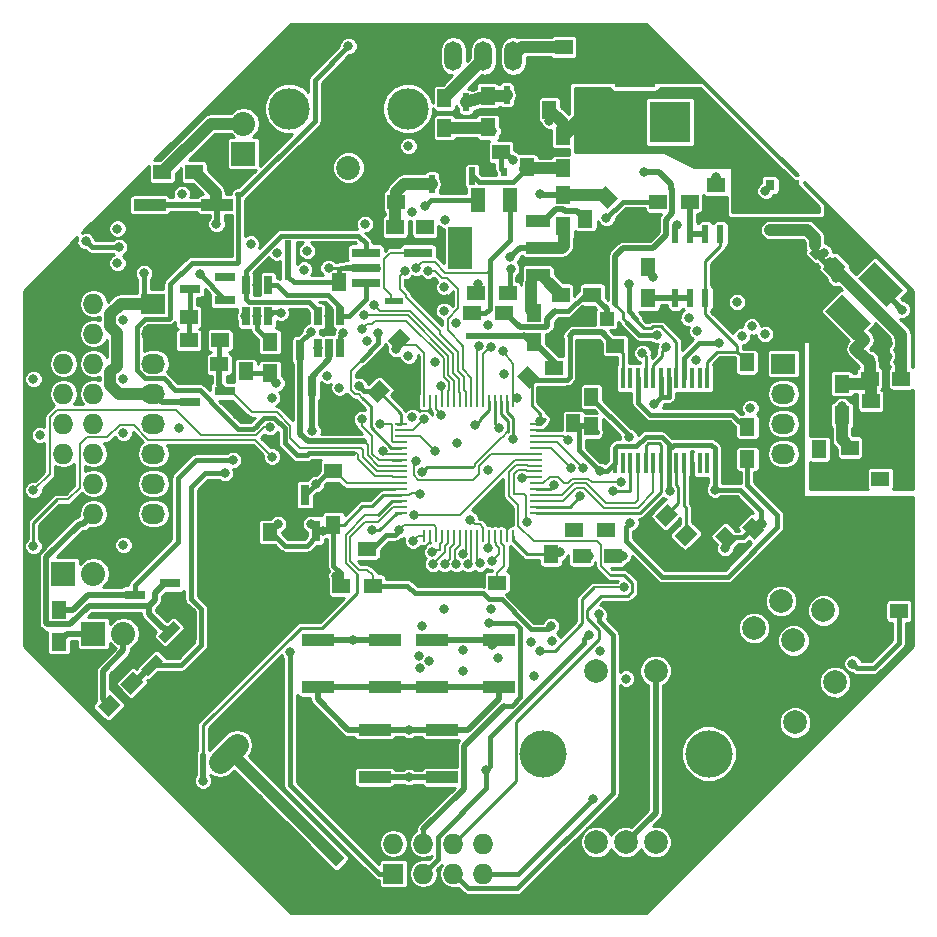
<source format=gtl>
G04 #@! TF.FileFunction,Copper,L1,Top,Signal*
%FSLAX46Y46*%
G04 Gerber Fmt 4.6, Leading zero omitted, Abs format (unit mm)*
G04 Created by KiCad (PCBNEW 4.0.5-e0-6337~49~ubuntu14.04.1) date Fri Jan 20 00:49:03 2017*
%MOMM*%
%LPD*%
G01*
G04 APERTURE LIST*
%ADD10C,0.200000*%
%ADD11R,1.500000X1.250000*%
%ADD12R,0.600000X1.500000*%
%ADD13R,1.250000X1.500000*%
%ADD14R,0.600000X3.400000*%
%ADD15R,3.500120X3.500120*%
%ADD16R,0.600000X0.700000*%
%ADD17R,1.198880X1.198880*%
%ADD18R,1.800860X0.800100*%
%ADD19R,0.800100X1.800860*%
%ADD20R,1.500000X1.300000*%
%ADD21C,2.000000*%
%ADD22R,1.500000X0.600000*%
%ADD23C,2.024000*%
%ADD24C,3.500000*%
%ADD25C,1.981200*%
%ADD26O,0.950000X1.250000*%
%ADD27O,1.550000X1.000000*%
%ADD28R,2.032000X2.032000*%
%ADD29O,2.032000X2.032000*%
%ADD30R,1.727200X1.727200*%
%ADD31O,1.727200X1.727200*%
%ADD32R,2.032000X1.727200*%
%ADD33O,2.032000X1.727200*%
%ADD34R,2.032000X3.657600*%
%ADD35R,2.032000X1.016000*%
%ADD36O,1.501140X2.499360*%
%ADD37R,1.300000X1.500000*%
%ADD38R,2.750000X1.000000*%
%ADD39C,4.000000*%
%ADD40R,2.400000X0.760000*%
%ADD41R,0.650000X1.560000*%
%ADD42R,0.450000X1.750000*%
%ADD43R,0.600000X1.550000*%
%ADD44R,1.000000X0.250000*%
%ADD45R,0.250000X1.000000*%
%ADD46R,0.800000X0.900000*%
%ADD47R,1.200000X2.000000*%
%ADD48C,0.800000*%
%ADD49C,0.500000*%
%ADD50C,0.400000*%
%ADD51C,0.250000*%
%ADD52C,1.000000*%
%ADD53C,1.400000*%
%ADD54C,1.200000*%
%ADD55C,0.254000*%
G04 APERTURE END LIST*
D10*
D11*
X134957500Y-91884500D03*
X137457500Y-91884500D03*
D12*
X143838000Y-60346000D03*
X146738000Y-53446000D03*
D13*
X124650500Y-76858500D03*
X124650500Y-74358500D03*
D11*
X122408000Y-76263500D03*
X119908000Y-76263500D03*
X137307000Y-64643000D03*
X139807000Y-64643000D03*
D13*
X150368000Y-54717000D03*
X150368000Y-52217000D03*
X173228000Y-85959000D03*
X173228000Y-83459000D03*
D11*
X177566000Y-79375000D03*
X180066000Y-79375000D03*
D10*
G36*
X174581271Y-67104845D02*
X175465155Y-67988729D01*
X174404495Y-69049389D01*
X173520611Y-68165505D01*
X174581271Y-67104845D01*
X174581271Y-67104845D01*
G37*
G36*
X172813505Y-68872611D02*
X173697389Y-69756495D01*
X172636729Y-70817155D01*
X171752845Y-69933271D01*
X172813505Y-68872611D01*
X172813505Y-68872611D01*
G37*
D14*
X128270000Y-67470000D03*
X128270000Y-62070000D03*
D13*
X132588000Y-69322000D03*
X132588000Y-66822000D03*
D11*
X150769000Y-76581000D03*
X153269000Y-76581000D03*
D13*
X149098000Y-74402000D03*
X149098000Y-71902000D03*
D10*
G36*
X154226845Y-62019729D02*
X155110729Y-61135845D01*
X156171389Y-62196505D01*
X155287505Y-63080389D01*
X154226845Y-62019729D01*
X154226845Y-62019729D01*
G37*
G36*
X155994611Y-63787495D02*
X156878495Y-62903611D01*
X157939155Y-63964271D01*
X157055271Y-64848155D01*
X155994611Y-63787495D01*
X155994611Y-63787495D01*
G37*
D13*
X141478000Y-56241000D03*
X141478000Y-53741000D03*
X148463000Y-59543000D03*
X148463000Y-57043000D03*
D11*
X137394000Y-62484000D03*
X134894000Y-62484000D03*
D13*
X152400000Y-81260000D03*
X152400000Y-78760000D03*
D11*
X153436000Y-74676000D03*
X155936000Y-74676000D03*
D10*
G36*
X168607155Y-90253271D02*
X167723271Y-91137155D01*
X166662611Y-90076495D01*
X167546495Y-89192611D01*
X168607155Y-90253271D01*
X168607155Y-90253271D01*
G37*
G36*
X166839389Y-88485505D02*
X165955505Y-89369389D01*
X164894845Y-88308729D01*
X165778729Y-87424845D01*
X166839389Y-88485505D01*
X166839389Y-88485505D01*
G37*
G36*
X166321155Y-91015271D02*
X165437271Y-91899155D01*
X164376611Y-90838495D01*
X165260495Y-89954611D01*
X166321155Y-91015271D01*
X166321155Y-91015271D01*
G37*
G36*
X164553389Y-89247505D02*
X163669505Y-90131389D01*
X162608845Y-89070729D01*
X163492729Y-88186845D01*
X164553389Y-89247505D01*
X164553389Y-89247505D01*
G37*
D13*
X167068500Y-76093000D03*
X167068500Y-78593000D03*
X132080000Y-87332500D03*
X132080000Y-89832500D03*
X126682500Y-87967500D03*
X126682500Y-90467500D03*
D10*
G36*
X135806729Y-79516655D02*
X134922845Y-78632771D01*
X135983505Y-77572111D01*
X136867389Y-78455995D01*
X135806729Y-79516655D01*
X135806729Y-79516655D01*
G37*
G36*
X137574495Y-77748889D02*
X136690611Y-76865005D01*
X137751271Y-75804345D01*
X138635155Y-76688229D01*
X137574495Y-77748889D01*
X137574495Y-77748889D01*
G37*
G36*
X135806729Y-76913155D02*
X134922845Y-76029271D01*
X135983505Y-74968611D01*
X136867389Y-75852495D01*
X135806729Y-76913155D01*
X135806729Y-76913155D01*
G37*
G36*
X137574495Y-75145389D02*
X136690611Y-74261505D01*
X137751271Y-73200845D01*
X138635155Y-74084729D01*
X137574495Y-75145389D01*
X137574495Y-75145389D01*
G37*
D11*
X148443000Y-94742000D03*
X145943000Y-94742000D03*
D13*
X150495000Y-92349000D03*
X150495000Y-94849000D03*
D10*
G36*
X147622845Y-77259729D02*
X148506729Y-76375845D01*
X149567389Y-77436505D01*
X148683505Y-78320389D01*
X147622845Y-77259729D01*
X147622845Y-77259729D01*
G37*
G36*
X149390611Y-79027495D02*
X150274495Y-78143611D01*
X151335155Y-79204271D01*
X150451271Y-80088155D01*
X149390611Y-79027495D01*
X149390611Y-79027495D01*
G37*
D11*
X179939000Y-97155000D03*
X177439000Y-97155000D03*
D15*
X154581860Y-55753000D03*
X160581340Y-55753000D03*
X157581600Y-51054000D03*
D16*
X146496000Y-59944000D03*
X145096000Y-59944000D03*
D10*
G36*
X172924039Y-66286276D02*
X173489724Y-66851961D01*
X172924039Y-67417646D01*
X172358354Y-66851961D01*
X172924039Y-66286276D01*
X172924039Y-66286276D01*
G37*
G36*
X171895198Y-67102984D02*
X172673016Y-67880802D01*
X171258802Y-69295016D01*
X170480984Y-68517198D01*
X171895198Y-67102984D01*
X171895198Y-67102984D01*
G37*
D17*
X155227020Y-72390000D03*
X153128980Y-72390000D03*
D18*
X119910860Y-77599500D03*
X119910860Y-79499500D03*
X122913140Y-78549500D03*
D19*
X128336000Y-78082140D03*
X130236000Y-78082140D03*
X129286000Y-75079860D03*
D18*
X118277640Y-96708000D03*
X118277640Y-94808000D03*
X115275360Y-95758000D03*
D10*
G36*
X120445296Y-99903963D02*
X119171896Y-101177363D01*
X118606140Y-100611607D01*
X119879540Y-99338207D01*
X120445296Y-99903963D01*
X120445296Y-99903963D01*
G37*
G36*
X119101793Y-98560460D02*
X117828393Y-99833860D01*
X117262637Y-99268104D01*
X118536037Y-97994704D01*
X119101793Y-98560460D01*
X119101793Y-98560460D01*
G37*
G36*
X117650612Y-101355144D02*
X116377212Y-102628544D01*
X115811456Y-102062788D01*
X117084856Y-100789388D01*
X117650612Y-101355144D01*
X117650612Y-101355144D01*
G37*
D19*
X128717000Y-90337640D03*
X130617000Y-90337640D03*
X129667000Y-87335360D03*
D20*
X177466000Y-77470000D03*
X180166000Y-77470000D03*
D21*
X171164365Y-106578590D03*
X173568528Y-97103359D03*
X167699542Y-98588284D03*
X169962284Y-96325542D03*
X177740458Y-100002497D03*
X174558478Y-103184478D03*
X171022944Y-99648944D03*
D10*
G36*
X175151085Y-70348752D02*
X177555248Y-72752915D01*
X176141035Y-74167128D01*
X173736872Y-71762965D01*
X175151085Y-70348752D01*
X175151085Y-70348752D01*
G37*
G36*
X177934965Y-67564872D02*
X180339128Y-69969035D01*
X178924915Y-71383248D01*
X176520752Y-68979085D01*
X177934965Y-67564872D01*
X177934965Y-67564872D01*
G37*
D22*
X137164400Y-70940000D03*
X144064400Y-73840000D03*
D12*
X143309000Y-54081000D03*
X140409000Y-60981000D03*
D23*
X133350000Y-59610000D03*
X130810000Y-59610000D03*
D24*
X128350000Y-54610000D03*
X138350000Y-54610000D03*
D25*
X122489540Y-109920460D02*
X123890460Y-108519540D01*
X118954006Y-106384926D02*
X120354926Y-104984006D01*
D26*
X176110460Y-89066100D03*
X176110460Y-94066100D03*
D27*
X178810460Y-88066100D03*
X178810460Y-95066100D03*
D28*
X111760000Y-99060000D03*
D29*
X114300000Y-99060000D03*
D28*
X109220000Y-93980000D03*
D29*
X111760000Y-93980000D03*
D30*
X109220000Y-71120000D03*
D31*
X111760000Y-71120000D03*
X109220000Y-73660000D03*
X111760000Y-73660000D03*
X109220000Y-76200000D03*
X111760000Y-76200000D03*
X109220000Y-78740000D03*
X111760000Y-78740000D03*
X109220000Y-81280000D03*
X111760000Y-81280000D03*
X109220000Y-83820000D03*
X111760000Y-83820000D03*
X109220000Y-86360000D03*
X111760000Y-86360000D03*
X109220000Y-88900000D03*
X111760000Y-88900000D03*
D32*
X116840000Y-71120000D03*
D33*
X116840000Y-73660000D03*
X116840000Y-76200000D03*
X116840000Y-78740000D03*
X116840000Y-81280000D03*
X116840000Y-83820000D03*
X116840000Y-86360000D03*
X116840000Y-88900000D03*
D32*
X170180000Y-76200000D03*
D33*
X170180000Y-78740000D03*
X170180000Y-81280000D03*
X170180000Y-83820000D03*
D30*
X137160000Y-119380000D03*
D31*
X137160000Y-116840000D03*
X139700000Y-119380000D03*
X139700000Y-116840000D03*
X142240000Y-119380000D03*
X142240000Y-116840000D03*
X144780000Y-119380000D03*
X144780000Y-116840000D03*
D28*
X124460000Y-58420000D03*
D29*
X124460000Y-55880000D03*
D34*
X142798800Y-66395600D03*
D35*
X149402800Y-66395600D03*
X149402800Y-64109600D03*
X149402800Y-68681600D03*
D36*
X144780000Y-50165000D03*
X142240000Y-50165000D03*
X147320000Y-50165000D03*
D37*
X126682500Y-77042000D03*
X126682500Y-74342000D03*
D20*
X144141200Y-70256400D03*
X146841200Y-70256400D03*
X146257000Y-58293000D03*
X143557000Y-58293000D03*
X119808000Y-72263000D03*
X122508000Y-72263000D03*
X119808000Y-74231500D03*
X122508000Y-74231500D03*
X178388000Y-85979000D03*
X175688000Y-85979000D03*
D37*
X175133000Y-77898000D03*
X175133000Y-80598000D03*
D20*
X175815000Y-83312000D03*
X178515000Y-83312000D03*
X146485600Y-71932800D03*
X143785600Y-71932800D03*
X154004000Y-70358000D03*
X151304000Y-70358000D03*
D37*
X153416000Y-63928000D03*
X153416000Y-66628000D03*
X145161000Y-56214000D03*
X145161000Y-53514000D03*
D20*
X132711200Y-94996000D03*
X135411200Y-94996000D03*
X117585500Y-60007500D03*
X120285500Y-60007500D03*
X167148500Y-61087000D03*
X164448500Y-61087000D03*
D37*
X167132000Y-84281000D03*
X167132000Y-81581000D03*
X108839000Y-99775000D03*
X108839000Y-97075000D03*
D10*
G36*
X113020695Y-106148043D02*
X112101457Y-105228805D01*
X113162117Y-104168145D01*
X114081355Y-105087383D01*
X113020695Y-106148043D01*
X113020695Y-106148043D01*
G37*
G36*
X114929883Y-104238855D02*
X114010645Y-103319617D01*
X115071305Y-102258957D01*
X115990543Y-103178195D01*
X114929883Y-104238855D01*
X114929883Y-104238855D01*
G37*
G36*
X130214543Y-120905864D02*
X129507436Y-121612971D01*
X127562893Y-119668428D01*
X128270000Y-118961321D01*
X130214543Y-120905864D01*
X130214543Y-120905864D01*
G37*
G36*
X126148679Y-116840000D02*
X125441572Y-117547107D01*
X123497029Y-115602564D01*
X124204136Y-114895457D01*
X126148679Y-116840000D01*
X126148679Y-116840000D01*
G37*
G36*
X128977107Y-114011572D02*
X128270000Y-114718679D01*
X126325457Y-112774136D01*
X127032564Y-112067029D01*
X128977107Y-114011572D01*
X128977107Y-114011572D01*
G37*
G36*
X133042971Y-118077436D02*
X132335864Y-118784543D01*
X130391321Y-116840000D01*
X131098428Y-116132893D01*
X133042971Y-118077436D01*
X133042971Y-118077436D01*
G37*
D38*
X141305000Y-111220000D03*
X135555000Y-111220000D03*
X135555000Y-107220000D03*
X141305000Y-107220000D03*
X130729000Y-99600000D03*
X136479000Y-99600000D03*
X136479000Y-103600000D03*
X130729000Y-103600000D03*
X140381000Y-99600000D03*
X146131000Y-99600000D03*
X146131000Y-103600000D03*
X140381000Y-103600000D03*
D21*
X154345000Y-116720000D03*
X159345000Y-116720000D03*
X156845000Y-116720000D03*
X154345000Y-102220000D03*
X159345000Y-102220000D03*
D39*
X149845000Y-109220000D03*
X163845000Y-109220000D03*
D38*
X116505000Y-62770000D03*
X122255000Y-62770000D03*
X122255000Y-66770000D03*
X116505000Y-66770000D03*
D40*
X139248000Y-69342000D03*
X139248000Y-66802000D03*
X134818000Y-69342000D03*
X134818000Y-68072000D03*
X134818000Y-66802000D03*
D41*
X126553000Y-69516000D03*
X125603000Y-69516000D03*
X124653000Y-69516000D03*
X124653000Y-72216000D03*
X126553000Y-72216000D03*
X125603000Y-72216000D03*
X132649000Y-72183000D03*
X131699000Y-72183000D03*
X130749000Y-72183000D03*
X130749000Y-74883000D03*
X132649000Y-74883000D03*
X131699000Y-74883000D03*
D42*
X155922000Y-84626000D03*
X156572000Y-84626000D03*
X157222000Y-84626000D03*
X157872000Y-84626000D03*
X158522000Y-84626000D03*
X159172000Y-84626000D03*
X159822000Y-84626000D03*
X160472000Y-84626000D03*
X161122000Y-84626000D03*
X161772000Y-84626000D03*
X162422000Y-84626000D03*
X163072000Y-84626000D03*
X163722000Y-84626000D03*
X164372000Y-84626000D03*
X164372000Y-77426000D03*
X163722000Y-77426000D03*
X163072000Y-77426000D03*
X162422000Y-77426000D03*
X161772000Y-77426000D03*
X161122000Y-77426000D03*
X160472000Y-77426000D03*
X159822000Y-77426000D03*
X159172000Y-77426000D03*
X158522000Y-77426000D03*
X157872000Y-77426000D03*
X157222000Y-77426000D03*
X156572000Y-77426000D03*
X155922000Y-77426000D03*
D43*
X161036000Y-70645000D03*
X162306000Y-70645000D03*
X163576000Y-70645000D03*
X164846000Y-70645000D03*
X164846000Y-65245000D03*
X163576000Y-65245000D03*
X162306000Y-65245000D03*
X161036000Y-65245000D03*
D44*
X137810000Y-81340000D03*
X137810000Y-81840000D03*
X137810000Y-82340000D03*
X137810000Y-82840000D03*
X137810000Y-83340000D03*
X137810000Y-83840000D03*
X137810000Y-84340000D03*
X137810000Y-84840000D03*
X137810000Y-85340000D03*
X137810000Y-85840000D03*
X137810000Y-86340000D03*
X137810000Y-86840000D03*
X137810000Y-87340000D03*
X137810000Y-87840000D03*
X137810000Y-88340000D03*
X137810000Y-88840000D03*
D45*
X139760000Y-90790000D03*
X140260000Y-90790000D03*
X140760000Y-90790000D03*
X141260000Y-90790000D03*
X141760000Y-90790000D03*
X142260000Y-90790000D03*
X142760000Y-90790000D03*
X143260000Y-90790000D03*
X143760000Y-90790000D03*
X144260000Y-90790000D03*
X144760000Y-90790000D03*
X145260000Y-90790000D03*
X145760000Y-90790000D03*
X146260000Y-90790000D03*
X146760000Y-90790000D03*
X147260000Y-90790000D03*
D44*
X149210000Y-88840000D03*
X149210000Y-88340000D03*
X149210000Y-87840000D03*
X149210000Y-87340000D03*
X149210000Y-86840000D03*
X149210000Y-86340000D03*
X149210000Y-85840000D03*
X149210000Y-85340000D03*
X149210000Y-84840000D03*
X149210000Y-84340000D03*
X149210000Y-83840000D03*
X149210000Y-83340000D03*
X149210000Y-82840000D03*
X149210000Y-82340000D03*
X149210000Y-81840000D03*
X149210000Y-81340000D03*
D45*
X147260000Y-79390000D03*
X146760000Y-79390000D03*
X146260000Y-79390000D03*
X145760000Y-79390000D03*
X145260000Y-79390000D03*
X144760000Y-79390000D03*
X144260000Y-79390000D03*
X143760000Y-79390000D03*
X143260000Y-79390000D03*
X142760000Y-79390000D03*
X142260000Y-79390000D03*
X141760000Y-79390000D03*
X141260000Y-79390000D03*
X140760000Y-79390000D03*
X140260000Y-79390000D03*
X139760000Y-79390000D03*
D46*
X171166500Y-61087000D03*
X169066500Y-61087000D03*
D10*
G36*
X160357271Y-88059845D02*
X161241155Y-88943729D01*
X160180495Y-90004389D01*
X159296611Y-89120505D01*
X160357271Y-88059845D01*
X160357271Y-88059845D01*
G37*
G36*
X158589505Y-89827611D02*
X159473389Y-90711495D01*
X158412729Y-91772155D01*
X157528845Y-90888271D01*
X158589505Y-89827611D01*
X158589505Y-89827611D01*
G37*
G36*
X162008271Y-89710845D02*
X162892155Y-90594729D01*
X161831495Y-91655389D01*
X160947611Y-90771505D01*
X162008271Y-89710845D01*
X162008271Y-89710845D01*
G37*
G36*
X160240505Y-91478611D02*
X161124389Y-92362495D01*
X160063729Y-93423155D01*
X159179845Y-92539271D01*
X160240505Y-91478611D01*
X160240505Y-91478611D01*
G37*
D20*
X152447000Y-90297000D03*
X155147000Y-90297000D03*
X153082000Y-92456000D03*
X155782000Y-92456000D03*
D13*
X153924000Y-81514000D03*
X153924000Y-79014000D03*
D20*
X132033000Y-85280500D03*
X129333000Y-85280500D03*
D18*
X122913140Y-70800000D03*
X122913140Y-68900000D03*
X119910860Y-69850000D03*
D47*
X147040600Y-62357000D03*
X144297400Y-62357000D03*
D37*
X158750000Y-67992000D03*
X158750000Y-70692000D03*
D20*
X159559000Y-62484000D03*
X162259000Y-62484000D03*
D37*
X151511000Y-56943000D03*
X151511000Y-59643000D03*
D20*
X151558000Y-49403000D03*
X154258000Y-49403000D03*
D37*
X151511000Y-61896000D03*
X151511000Y-64596000D03*
D48*
X149572998Y-61849000D03*
X145135600Y-85191600D03*
X139446000Y-87223600D03*
X139319000Y-100965000D03*
X140174846Y-101426154D03*
X139446000Y-101981000D03*
X127381000Y-89789000D03*
X131191000Y-90337640D03*
X130175000Y-89789000D03*
X167386000Y-79943002D03*
X126873000Y-79121000D03*
X140716000Y-76073000D03*
X134239000Y-78105000D03*
X165227000Y-91821000D03*
X168364000Y-89789000D03*
X169037000Y-64897000D03*
X172212000Y-64897000D03*
X172847000Y-66167000D03*
X173609000Y-66802000D03*
X174117000Y-67564000D03*
X174625000Y-68961000D03*
X179959000Y-74041000D03*
X179843002Y-75057000D03*
X179840247Y-76110427D03*
X139547600Y-98450400D03*
X132334000Y-94183200D03*
X151231600Y-92151200D03*
X161137600Y-64471002D03*
X149606000Y-81026000D03*
X116027200Y-68553010D03*
X137363200Y-74980800D03*
X137667999Y-90306975D03*
X125603000Y-72216000D03*
X160548000Y-87015000D03*
X164372000Y-86868000D03*
X154622500Y-85280500D03*
X166243000Y-70993000D03*
X146558000Y-77089000D03*
X145161000Y-72948800D03*
X130302000Y-81915000D03*
X154432000Y-77426000D03*
X171577000Y-73152000D03*
X171831000Y-72263000D03*
X171831000Y-71247000D03*
X171958000Y-70358000D03*
X172466000Y-73660000D03*
X172720000Y-72644000D03*
X172720000Y-71755000D03*
X172720000Y-70866000D03*
X158706829Y-72448404D03*
X161036000Y-72390000D03*
X161671000Y-73279000D03*
X162052000Y-74168000D03*
X121310400Y-66243200D03*
X155154000Y-66040000D03*
X146961653Y-89004347D03*
X135128000Y-87122000D03*
X141732000Y-70764400D03*
X138747500Y-78168500D03*
X122745500Y-114236500D03*
X114935000Y-107759500D03*
X121983500Y-59055000D03*
X143617002Y-58293000D03*
X139490998Y-94659000D03*
X176530000Y-96520000D03*
X150812500Y-97155000D03*
X154635200Y-83464400D03*
X179578000Y-80899000D03*
X131699000Y-72183000D03*
X125601973Y-69521078D03*
X131826000Y-66294000D03*
X134894000Y-62484000D03*
X148463000Y-54122000D03*
X150368000Y-51308000D03*
X163048000Y-86975000D03*
X159258000Y-74803000D03*
X164973000Y-75946000D03*
X135890000Y-59817000D03*
X159385000Y-64516000D03*
X151257000Y-72644000D03*
X123952000Y-80518000D03*
X122809000Y-71882000D03*
X133731000Y-79502000D03*
X127254000Y-77825600D03*
X129844800Y-66649600D03*
X147110598Y-68199000D03*
X134747000Y-64389000D03*
X141528800Y-64008000D03*
X127320045Y-66800327D03*
X130175000Y-73533000D03*
X139827000Y-64469000D03*
X147237998Y-58928000D03*
X159441000Y-73787000D03*
X158349000Y-59944000D03*
X173228000Y-83459000D03*
X178388000Y-85979000D03*
X131662435Y-68091290D03*
X141448001Y-71726599D03*
X159111002Y-68884800D03*
X147066000Y-67183000D03*
X145542000Y-56535000D03*
X141478000Y-53848000D03*
X119253000Y-61849000D03*
X138430000Y-57785000D03*
X133350000Y-49339500D03*
X145161000Y-53514000D03*
X157099000Y-82403000D03*
X155194000Y-63881000D03*
X157099000Y-69469000D03*
X164719000Y-74422000D03*
X139100418Y-68129884D03*
X121031000Y-111506000D03*
X176022000Y-101600000D03*
X125069600Y-66040000D03*
X138691235Y-63366815D03*
X134905186Y-74263814D03*
X141478000Y-69748400D03*
X142443200Y-72796400D03*
X120758498Y-68643500D03*
X129603500Y-68246598D03*
X144322800Y-69494400D03*
X168656000Y-61569600D03*
X138480800Y-111220000D03*
X154025600Y-113080800D03*
X149047200Y-102616000D03*
X162153600Y-72339200D03*
X140081000Y-68326000D03*
X133705600Y-99600000D03*
X154533600Y-97434400D03*
X162864800Y-73406000D03*
X138112500Y-68361998D03*
X145502128Y-100062178D03*
X153720800Y-99161600D03*
X145034000Y-110591600D03*
X166674800Y-73863200D03*
X135509000Y-71247000D03*
X134644249Y-72123704D03*
X128422400Y-100634800D03*
X167487600Y-73050400D03*
X123571000Y-84391500D03*
X139065000Y-84455000D03*
X122872500Y-85471000D03*
X138938000Y-89027000D03*
X151896653Y-82681653D03*
X146431000Y-75133200D03*
X147624800Y-79146400D03*
X139827000Y-62865000D03*
X180213000Y-71628000D03*
X152196800Y-85053000D03*
X153220847Y-85053000D03*
X140456611Y-92184693D03*
X143046053Y-92294743D03*
X142493934Y-93184005D03*
X140493930Y-93183998D03*
X144501841Y-93126915D03*
X143503470Y-93183998D03*
X141493933Y-93183998D03*
X145389600Y-96977200D03*
X148031200Y-85928002D03*
X145237200Y-98196400D03*
X148437600Y-89611200D03*
X134493000Y-73279000D03*
X143082000Y-100457000D03*
X160274000Y-74803000D03*
X141224000Y-80518000D03*
X131572000Y-77216000D03*
X168605200Y-73710800D03*
X158242000Y-75311000D03*
X141160500Y-78105000D03*
X132588000Y-78232000D03*
X143082000Y-102235000D03*
X138761189Y-80731494D03*
X127635000Y-71882000D03*
X132892800Y-73609200D03*
X142541000Y-82931000D03*
X135890000Y-73600835D03*
X175133000Y-79819500D03*
X143637000Y-89408000D03*
X113792000Y-64770000D03*
X159258000Y-79629000D03*
X150495000Y-98443502D03*
X162814000Y-75895200D03*
X138430000Y-75539600D03*
X138480800Y-107220000D03*
X134493000Y-80899000D03*
X122174000Y-64389000D03*
X156845000Y-102870000D03*
X148780500Y-99758500D03*
X154622500Y-100520500D03*
X150558500Y-99695000D03*
X149542500Y-100520500D03*
X156667200Y-95148400D03*
X156464000Y-86258400D03*
X107210077Y-82255497D03*
X139743454Y-80918998D03*
X126682500Y-81597500D03*
X106680000Y-86931500D03*
X135998247Y-81334330D03*
X106680000Y-91630500D03*
X126873000Y-84074000D03*
X136240500Y-83640808D03*
X145191599Y-91805751D03*
X113792000Y-67691000D03*
X114300000Y-72517000D03*
X144399000Y-74740002D03*
X114300000Y-77470000D03*
X145516600Y-92938600D03*
X135331200Y-90322400D03*
X118973600Y-81635600D03*
X114300000Y-82105500D03*
X138811000Y-91186000D03*
X114300000Y-91567000D03*
X145415000Y-74803000D03*
X160268883Y-89032117D03*
X155194000Y-90297000D03*
X161919883Y-90683117D03*
X156591000Y-92456000D03*
X155765500Y-86995000D03*
X152971500Y-87439500D03*
X147254307Y-82620250D03*
X139573000Y-85344000D03*
X146091000Y-81685249D03*
X144074847Y-81444849D03*
X124602997Y-72216000D03*
X152447000Y-90297000D03*
X130749000Y-74883000D03*
X153717000Y-92456000D03*
X140716000Y-83629500D03*
X106680000Y-77533500D03*
X164465000Y-60388500D03*
X111099600Y-65836800D03*
X113944400Y-66344800D03*
X130606800Y-86395560D03*
X150749000Y-86487000D03*
X157226000Y-89662000D03*
X145999200Y-101142800D03*
X141427200Y-96977200D03*
X171831000Y-62230000D03*
X150368000Y-55626000D03*
D49*
X151511000Y-61896000D02*
X149619998Y-61896000D01*
X149619998Y-61896000D02*
X149572998Y-61849000D01*
X153924000Y-81514000D02*
X152654000Y-81514000D01*
X152654000Y-81514000D02*
X152400000Y-81260000D01*
D50*
X154622500Y-85280500D02*
X152898999Y-83556999D01*
X152898999Y-83556999D02*
X152898999Y-81758999D01*
X152898999Y-81758999D02*
X152400000Y-81260000D01*
X148595117Y-77348117D02*
X148853001Y-77606001D01*
X148853001Y-77606001D02*
X151839001Y-77606001D01*
X151839001Y-77606001D02*
X152068999Y-77376003D01*
X152068999Y-77376003D02*
X152068999Y-77249999D01*
X152068999Y-77249999D02*
X152068999Y-73857999D01*
D51*
X149606000Y-81026000D02*
X149606000Y-80460315D01*
X149606000Y-80460315D02*
X148849117Y-79703432D01*
X148849117Y-79703432D02*
X148849117Y-78713001D01*
X148849117Y-78713001D02*
X148849117Y-77729117D01*
D10*
X137810000Y-87340000D02*
X138510000Y-87340000D01*
X138510000Y-87340000D02*
X138705989Y-87144011D01*
X138705989Y-87144011D02*
X139446000Y-87144011D01*
D49*
X152068999Y-73857999D02*
X152375998Y-73551000D01*
X152375998Y-73551000D02*
X154811000Y-73551000D01*
X154811000Y-73551000D02*
X155936000Y-74676000D01*
D52*
X116840000Y-71120000D02*
X114068998Y-71120000D01*
X114068998Y-71120000D02*
X113199999Y-71988999D01*
X113199999Y-71988999D02*
X113199999Y-73045001D01*
X113199999Y-73045001D02*
X113771999Y-73617001D01*
X113771999Y-73617001D02*
X113771999Y-76369999D01*
X113771999Y-76369999D02*
X113199999Y-76941999D01*
X113199999Y-76941999D02*
X113199999Y-77998001D01*
X114824000Y-78740000D02*
X116840000Y-78740000D01*
X113199999Y-77998001D02*
X113941998Y-78740000D01*
X113941998Y-78740000D02*
X114824000Y-78740000D01*
D50*
X155922000Y-84626000D02*
X155922000Y-83351000D01*
X155922000Y-83351000D02*
X156069999Y-83203001D01*
X156069999Y-83203001D02*
X157735523Y-83203001D01*
X158532534Y-82405990D02*
X159856467Y-82405991D01*
X157735523Y-83203001D02*
X158532534Y-82405990D01*
X159856467Y-82405991D02*
X160472000Y-83021524D01*
X160472000Y-83021524D02*
X160472000Y-83351000D01*
X160472000Y-83351000D02*
X160472000Y-84626000D01*
D51*
X126682500Y-90467500D02*
X126702500Y-90467500D01*
X126702500Y-90467500D02*
X127381000Y-89789000D01*
D50*
X131191000Y-90337640D02*
X131574860Y-90337640D01*
D51*
X130617000Y-90337640D02*
X131191000Y-90337640D01*
X130175000Y-89789000D02*
X130175000Y-89895640D01*
X130175000Y-89895640D02*
X130617000Y-90337640D01*
D50*
X160869998Y-83058000D02*
X164079000Y-83058000D01*
X164079000Y-83058000D02*
X164372000Y-83351000D01*
X164372000Y-83351000D02*
X164372000Y-84626000D01*
X160472000Y-84626000D02*
X160472000Y-83455998D01*
X160472000Y-83455998D02*
X160869998Y-83058000D01*
X164372000Y-84626000D02*
X164372000Y-86868000D01*
X135895117Y-78544383D02*
X134678383Y-78544383D01*
X134678383Y-78544383D02*
X134239000Y-78105000D01*
X165348883Y-90926883D02*
X165348883Y-91699117D01*
X165348883Y-91699117D02*
X165227000Y-91821000D01*
X167634883Y-90164883D02*
X167988117Y-90164883D01*
X167988117Y-90164883D02*
X168364000Y-89789000D01*
D52*
X172212000Y-64897000D02*
X169037000Y-64897000D01*
X172847000Y-66167000D02*
X172847000Y-65532000D01*
X172847000Y-65532000D02*
X172212000Y-64897000D01*
D50*
X172924039Y-66851961D02*
X172924039Y-66244039D01*
X172924039Y-66244039D02*
X172847000Y-66167000D01*
X172924039Y-66851961D02*
X173559039Y-66851961D01*
X173559039Y-66851961D02*
X173609000Y-66802000D01*
D51*
X174117000Y-67564000D02*
X174117000Y-67437000D01*
X174625000Y-68961000D02*
X174625000Y-68072000D01*
X174625000Y-68072000D02*
X174117000Y-67564000D01*
X174492883Y-68077117D02*
X174492883Y-68828883D01*
X174492883Y-68828883D02*
X174625000Y-68961000D01*
X179843002Y-75057000D02*
X179843002Y-74091002D01*
X179843002Y-74091002D02*
X179793000Y-74041000D01*
X179840247Y-76110427D02*
X179840247Y-75059755D01*
X179840247Y-75059755D02*
X179843002Y-75057000D01*
D52*
X180166000Y-75819000D02*
X180166000Y-73750234D01*
X180166000Y-77470000D02*
X180166000Y-75819000D01*
D51*
X180166000Y-75819000D02*
X180131674Y-75819000D01*
X180131674Y-75819000D02*
X179840247Y-76110427D01*
D50*
X132711200Y-94996000D02*
X132711200Y-94560400D01*
X132711200Y-94560400D02*
X132334000Y-94183200D01*
X150495000Y-92349000D02*
X151033800Y-92349000D01*
X151033800Y-92349000D02*
X151231600Y-92151200D01*
X154622500Y-85280500D02*
X155267500Y-85280500D01*
X155267500Y-85280500D02*
X155922000Y-84626000D01*
D51*
X161036000Y-65245000D02*
X161036000Y-64572602D01*
X161036000Y-64572602D02*
X161137600Y-64471002D01*
X150012400Y-80912600D02*
X149585000Y-81340000D01*
D10*
X149606000Y-81026000D02*
X149899000Y-81026000D01*
X149899000Y-81026000D02*
X150012400Y-80912600D01*
D50*
X116027200Y-68553010D02*
X116027200Y-70307200D01*
X116027200Y-70307200D02*
X116840000Y-71120000D01*
X132711200Y-94996000D02*
X132711200Y-93946000D01*
X132080000Y-90982500D02*
X132080000Y-89832500D01*
X132711200Y-93946000D02*
X132080000Y-93314800D01*
X132080000Y-93314800D02*
X132080000Y-90982500D01*
D10*
X139760000Y-79390000D02*
X139760000Y-75350992D01*
X139760000Y-75350992D02*
X139044442Y-74635434D01*
X138070567Y-74580801D02*
X137662883Y-74173117D01*
X139044442Y-74635434D02*
X138125200Y-74635434D01*
X138125200Y-74635434D02*
X138070567Y-74580801D01*
X137662883Y-74173117D02*
X137662883Y-74681117D01*
X137662883Y-74681117D02*
X137363200Y-74980800D01*
D49*
X118182215Y-98914282D02*
X117828627Y-98560694D01*
X117828627Y-98560694D02*
X117610694Y-98560694D01*
X117610694Y-98560694D02*
X116435842Y-97385842D01*
X116435842Y-97385842D02*
X116435842Y-96708000D01*
X111345963Y-96708000D02*
X116435842Y-96708000D01*
X116927209Y-96216633D02*
X116927209Y-95658051D01*
X116435842Y-96708000D02*
X116927209Y-96216633D01*
X116927209Y-95658051D02*
X117777260Y-94808000D01*
X117777260Y-94808000D02*
X118277640Y-94808000D01*
D50*
X126682500Y-90467500D02*
X126826378Y-90467500D01*
X126826378Y-90467500D02*
X127996949Y-91638071D01*
X127996949Y-91638071D02*
X129816950Y-91638070D01*
X129816950Y-91638070D02*
X130617000Y-90838020D01*
X130617000Y-90838020D02*
X130617000Y-90337640D01*
D51*
X132080000Y-89832500D02*
X132955000Y-89832500D01*
X132955000Y-89832500D02*
X134534991Y-88252509D01*
X134534991Y-88252509D02*
X135376491Y-88252509D01*
D50*
X131574860Y-90337640D02*
X132080000Y-89832500D01*
X134957500Y-91884500D02*
X135362498Y-91884500D01*
X135362498Y-91884500D02*
X136540024Y-90706974D01*
X136540024Y-90706974D02*
X137268000Y-90706974D01*
X137268000Y-90706974D02*
X137667999Y-90306975D01*
D51*
X136289000Y-87340000D02*
X135376491Y-88252509D01*
X137810000Y-87340000D02*
X136289000Y-87340000D01*
D49*
X130236000Y-78082140D02*
X130236000Y-81849000D01*
X130236000Y-81849000D02*
X130302000Y-81915000D01*
X130236000Y-78082140D02*
X130236000Y-77311002D01*
X130236000Y-77311002D02*
X131699000Y-75848002D01*
X131699000Y-75848002D02*
X131699000Y-74883000D01*
X119910860Y-79499500D02*
X117599500Y-79499500D01*
X117599500Y-79499500D02*
X116840000Y-78740000D01*
D50*
X126682500Y-74342000D02*
X125603000Y-73262500D01*
X125603000Y-73262500D02*
X125603000Y-72216000D01*
D51*
X135895117Y-78544383D02*
X137810000Y-80459266D01*
X137810000Y-80459266D02*
X137810000Y-81340000D01*
D10*
X137667999Y-90306975D02*
X138067998Y-89906976D01*
X138067998Y-89906976D02*
X140576976Y-89906976D01*
X140576976Y-89906976D02*
X140659999Y-89989999D01*
D52*
X117585500Y-60007500D02*
X121713000Y-55880000D01*
X121713000Y-55880000D02*
X124460000Y-55880000D01*
D49*
X111345963Y-96708000D02*
X109778962Y-98275001D01*
X107738999Y-98185001D02*
X107738999Y-92618999D01*
X110896401Y-89763599D02*
X111760000Y-88900000D01*
X109778962Y-98275001D02*
X107828999Y-98275001D01*
X107828999Y-98275001D02*
X107738999Y-98185001D01*
X107738999Y-92618999D02*
X110594399Y-89763599D01*
X110594399Y-89763599D02*
X110896401Y-89763599D01*
D10*
X140760000Y-90790000D02*
X140760000Y-90090000D01*
X140760000Y-90090000D02*
X140659999Y-89989999D01*
D51*
X137435000Y-81340000D02*
X137810000Y-81340000D01*
X149585000Y-81340000D02*
X149210000Y-81340000D01*
X150495000Y-92349000D02*
X148444000Y-92349000D01*
X148444000Y-92349000D02*
X147260000Y-91165000D01*
X147260000Y-91165000D02*
X147260000Y-90790000D01*
D49*
X174492883Y-68077117D02*
X174149195Y-68077117D01*
X174149195Y-68077117D02*
X172924039Y-66851961D01*
D52*
X180166000Y-73750234D02*
X174492883Y-68077117D01*
D50*
X165348883Y-90926883D02*
X166745883Y-90926883D01*
X166745883Y-90926883D02*
X168275000Y-89397766D01*
X168275000Y-89397766D02*
X168275000Y-88646000D01*
X168275000Y-88646000D02*
X166497000Y-86868000D01*
X166497000Y-86868000D02*
X164372000Y-86868000D01*
X160472000Y-86939000D02*
X160472000Y-84626000D01*
X160548000Y-87015000D02*
X160472000Y-86939000D01*
D51*
X155936000Y-74930000D02*
X156210000Y-74930000D01*
X156210000Y-74930000D02*
X156572000Y-75292000D01*
X156572000Y-75292000D02*
X156572000Y-77426000D01*
D50*
X154405000Y-81995000D02*
X153924000Y-81514000D01*
D52*
X151587200Y-61896000D02*
X154987000Y-61896000D01*
X154987000Y-61896000D02*
X155199117Y-62108117D01*
D50*
X152400000Y-78760000D02*
X152669008Y-78490992D01*
X152669008Y-78490992D02*
X152669008Y-78205992D01*
X153269000Y-77606000D02*
X153269000Y-76581000D01*
X152669008Y-78205992D02*
X153269000Y-77606000D01*
D51*
X149210000Y-81840000D02*
X149960000Y-81840000D01*
X149960000Y-81840000D02*
X150616883Y-81183117D01*
X150616883Y-81183117D02*
X150616883Y-79496883D01*
D49*
X151627766Y-78994000D02*
X151627766Y-78915234D01*
X151627766Y-78915234D02*
X151783000Y-78760000D01*
X150870883Y-79750883D02*
X151627766Y-78994000D01*
D10*
X141732000Y-70764400D02*
X140090400Y-70764400D01*
X140090400Y-70764400D02*
X139248000Y-69922000D01*
X139248000Y-69922000D02*
X139248000Y-69342000D01*
X139248000Y-69342000D02*
X140068000Y-69342000D01*
D50*
X153128980Y-72390000D02*
X152874980Y-72644000D01*
X152874980Y-72644000D02*
X151257000Y-72644000D01*
X155922000Y-77426000D02*
X154432000Y-77426000D01*
X154432000Y-77426000D02*
X153245000Y-77426000D01*
D49*
X171831000Y-72263000D02*
X171831000Y-72898000D01*
X171831000Y-72898000D02*
X171577000Y-73152000D01*
X171831000Y-71247000D02*
X171831000Y-72263000D01*
X171958000Y-70358000D02*
X171958000Y-71120000D01*
X171958000Y-71120000D02*
X171831000Y-71247000D01*
X172725117Y-69844883D02*
X172471117Y-69844883D01*
X172471117Y-69844883D02*
X171958000Y-70358000D01*
X172720000Y-72644000D02*
X172720000Y-73406000D01*
X172720000Y-73406000D02*
X172466000Y-73660000D01*
X172720000Y-71755000D02*
X172720000Y-72644000D01*
X172720000Y-70866000D02*
X172720000Y-71755000D01*
X172725117Y-69844883D02*
X172725117Y-70860883D01*
X172725117Y-70860883D02*
X172720000Y-70866000D01*
D50*
X122255000Y-66770000D02*
X121837200Y-66770000D01*
X121837200Y-66770000D02*
X121310400Y-66243200D01*
X116505000Y-66770000D02*
X122255000Y-66770000D01*
D49*
X154566000Y-66628000D02*
X155154000Y-66040000D01*
X155154000Y-66040000D02*
X155895835Y-65298165D01*
D50*
X171577000Y-68199000D02*
X171577000Y-68696766D01*
D52*
X171577000Y-68696766D02*
X172725117Y-69844883D01*
D50*
X164846000Y-70645000D02*
X164846000Y-70170000D01*
D52*
X164846000Y-70170000D02*
X166817000Y-68199000D01*
X166817000Y-68199000D02*
X170699182Y-68199000D01*
X170699182Y-68199000D02*
X171577000Y-68199000D01*
D10*
X140260000Y-79390000D02*
X140260000Y-80090000D01*
X140260000Y-80090000D02*
X140159999Y-80190001D01*
X140159999Y-80190001D02*
X139394999Y-80190001D01*
X139394999Y-80190001D02*
X138747500Y-79542502D01*
X138747500Y-79542502D02*
X138747500Y-78734185D01*
X138747500Y-78734185D02*
X138747500Y-78168500D01*
D50*
X115701934Y-105684466D02*
X114935000Y-106451400D01*
X114935000Y-106451400D02*
X114935000Y-107759500D01*
X115739082Y-105684466D02*
X115701934Y-105684466D01*
D51*
X167068500Y-78593000D02*
X164889000Y-78593000D01*
X164889000Y-78593000D02*
X164372000Y-78076000D01*
X164372000Y-78076000D02*
X164372000Y-77426000D01*
D49*
X119525718Y-100257785D02*
X118859962Y-100257785D01*
X113560635Y-103133215D02*
X113560635Y-103506019D01*
X118859962Y-100257785D02*
X118778369Y-100339378D01*
X118778369Y-100339378D02*
X116354472Y-100339378D01*
X116354472Y-100339378D02*
X113560635Y-103133215D01*
X115739082Y-105684466D02*
X118153546Y-105684466D01*
X113560635Y-103506019D02*
X115739082Y-105684466D01*
X118153546Y-105684466D02*
X119654466Y-105684466D01*
X118277640Y-96708000D02*
X119678070Y-96708000D01*
X119678070Y-96708000D02*
X120233128Y-97263058D01*
X120233128Y-97263058D02*
X120233128Y-99550375D01*
X120233128Y-99550375D02*
X119525718Y-100257785D01*
D51*
X138292766Y-78232000D02*
X138684000Y-78232000D01*
X138684000Y-78232000D02*
X138747500Y-78168500D01*
D10*
X146760000Y-90790000D02*
X146760000Y-89206000D01*
X146760000Y-89206000D02*
X146961653Y-89004347D01*
D50*
X150812500Y-97155000D02*
X150812500Y-95166500D01*
X150812500Y-95166500D02*
X150495000Y-94849000D01*
X126682500Y-87967500D02*
X127707500Y-87967500D01*
X127707500Y-87967500D02*
X127803158Y-87871842D01*
X127803158Y-87871842D02*
X128183000Y-87871842D01*
X128717000Y-90337640D02*
X128717000Y-89837260D01*
X128717000Y-89837260D02*
X128946949Y-89607311D01*
X128946949Y-89607311D02*
X128946949Y-88635791D01*
X132080000Y-87332500D02*
X132080000Y-87457500D01*
X128183000Y-86330500D02*
X129233000Y-85280500D01*
X132080000Y-87457500D02*
X130901709Y-88635791D01*
X130901709Y-88635791D02*
X128946949Y-88635791D01*
X128946949Y-88635791D02*
X128183000Y-87871842D01*
X128183000Y-87871842D02*
X128183000Y-86330500D01*
X129233000Y-85280500D02*
X129333000Y-85280500D01*
D10*
X132080000Y-87332500D02*
X134917500Y-87332500D01*
X134917500Y-87332500D02*
X135128000Y-87122000D01*
D50*
X137457500Y-91884500D02*
X137582500Y-91884500D01*
X137582500Y-91884500D02*
X137812304Y-92114304D01*
X137812304Y-92114304D02*
X139490998Y-92114304D01*
D10*
X135410000Y-86840000D02*
X135128000Y-87122000D01*
X135509000Y-86840000D02*
X135410000Y-86840000D01*
X136017000Y-86840000D02*
X135509000Y-86840000D01*
X137810000Y-86840000D02*
X136017000Y-86840000D01*
X136017000Y-86840000D02*
X135537000Y-86840000D01*
D49*
X128336000Y-78082140D02*
X128336000Y-76485498D01*
X127459002Y-75608500D02*
X125775500Y-75608500D01*
X128336000Y-76485498D02*
X127459002Y-75608500D01*
X125775500Y-75608500D02*
X124650500Y-74483500D01*
X124650500Y-74483500D02*
X124650500Y-74358500D01*
X128336000Y-78082140D02*
X128176139Y-78242001D01*
X128336000Y-78082140D02*
X128336000Y-78582520D01*
X119910860Y-77599500D02*
X119910860Y-76266360D01*
X119910860Y-76266360D02*
X119908000Y-76263500D01*
D50*
X124650500Y-74358500D02*
X124603500Y-74358500D01*
X124603500Y-74358500D02*
X122508000Y-72263000D01*
X121158000Y-75138500D02*
X121158000Y-73533000D01*
X121158000Y-73533000D02*
X122809000Y-71882000D01*
X119908000Y-76263500D02*
X120033000Y-76263500D01*
X120033000Y-76263500D02*
X121158000Y-75138500D01*
X119908000Y-76263500D02*
X119595900Y-76263500D01*
X119595900Y-76263500D02*
X116992400Y-73660000D01*
X116992400Y-73660000D02*
X116840000Y-73660000D01*
D10*
X137281883Y-77221117D02*
X138292766Y-78232000D01*
D49*
X122745500Y-114236500D02*
X122838072Y-114236500D01*
X122838072Y-114236500D02*
X124822854Y-116221282D01*
D52*
X128888718Y-120287146D02*
X124822854Y-116221282D01*
D49*
X119525718Y-105555718D02*
X119654466Y-105684466D01*
D51*
X143217003Y-58692999D02*
X143617002Y-58293000D01*
X144017001Y-57893001D02*
X143617002Y-58293000D01*
D50*
X143557000Y-58293000D02*
X143617002Y-58293000D01*
X145096000Y-59944000D02*
X145096000Y-59832000D01*
X145096000Y-59832000D02*
X143557000Y-58293000D01*
D10*
X140260000Y-91345302D02*
X139490998Y-92114304D01*
X139490998Y-92114304D02*
X139490998Y-94659000D01*
X140260000Y-90790000D02*
X140260000Y-91345302D01*
D50*
X177439000Y-97155000D02*
X177439000Y-99701039D01*
X177439000Y-99701039D02*
X177740458Y-100002497D01*
D51*
X135895117Y-75940883D02*
X136001649Y-75940883D01*
X136001649Y-75940883D02*
X137281883Y-77221117D01*
X150495000Y-94849000D02*
X148550000Y-94849000D01*
D52*
X179578000Y-80899000D02*
X179578000Y-79863000D01*
X179578000Y-79863000D02*
X180066000Y-79375000D01*
X178515000Y-81962000D02*
X179578000Y-80899000D01*
X178515000Y-81962000D02*
X178515000Y-83312000D01*
D49*
X125603000Y-69516000D02*
X125603000Y-69520051D01*
X125603000Y-69520051D02*
X125601973Y-69521078D01*
D50*
X132588000Y-66822000D02*
X132354000Y-66822000D01*
X132354000Y-66822000D02*
X131826000Y-66294000D01*
X134533000Y-62123000D02*
X134894000Y-62484000D01*
D49*
X128270000Y-62070000D02*
X129070000Y-62070000D01*
X129070000Y-62070000D02*
X129139000Y-62001000D01*
X129139000Y-62001000D02*
X129139000Y-61281000D01*
X153650000Y-76835000D02*
X153162000Y-76835000D01*
X134767000Y-62357000D02*
X134894000Y-62484000D01*
X129139000Y-61281000D02*
X130810000Y-59610000D01*
X153416000Y-66628000D02*
X154566000Y-66628000D01*
X155895835Y-65298165D02*
X158602835Y-65298165D01*
X158602835Y-65298165D02*
X158985001Y-64915999D01*
X158985001Y-64915999D02*
X159385000Y-64516000D01*
X153416000Y-66628000D02*
X153463000Y-66628000D01*
X160581340Y-56189660D02*
X160581340Y-55753000D01*
D52*
X173228000Y-85959000D02*
X175668000Y-85959000D01*
X175688000Y-85979000D02*
X175848000Y-85979000D01*
X175848000Y-85979000D02*
X178515000Y-83312000D01*
X148463000Y-57043000D02*
X148463000Y-54122000D01*
X148463000Y-54122000D02*
X150368000Y-52217000D01*
X154258000Y-49403000D02*
X155930600Y-49403000D01*
X155930600Y-49403000D02*
X157581600Y-51054000D01*
D50*
X150368000Y-52217000D02*
X150368000Y-51308000D01*
X158501117Y-90799883D02*
X160152117Y-92450883D01*
X160152117Y-92450883D02*
X160152117Y-92588117D01*
X160152117Y-92588117D02*
X160655000Y-93091000D01*
X160655000Y-93091000D02*
X161671000Y-93091000D01*
X161671000Y-93091000D02*
X163581117Y-91180883D01*
X163581117Y-91180883D02*
X163581117Y-89159117D01*
X160152117Y-92450883D02*
X160152117Y-92461117D01*
X163581117Y-89159117D02*
X162814000Y-88392000D01*
X162814000Y-88392000D02*
X162814000Y-87209000D01*
X162814000Y-87209000D02*
X163048000Y-86975000D01*
X164470117Y-88270117D02*
X163581117Y-89159117D01*
X163048000Y-86975000D02*
X162422000Y-86349000D01*
X165867117Y-88270117D02*
X164470117Y-88270117D01*
X162422000Y-86349000D02*
X162422000Y-84626000D01*
D51*
X153436000Y-74930000D02*
X153436000Y-76561000D01*
X153436000Y-76561000D02*
X152908000Y-77089000D01*
X153035000Y-77216000D02*
X152908000Y-77089000D01*
X153245000Y-77426000D02*
X152908000Y-77089000D01*
D50*
X164372000Y-77426000D02*
X164372000Y-76547000D01*
X164372000Y-76547000D02*
X164973000Y-75946000D01*
D53*
X130810000Y-59610000D02*
X130810000Y-58547000D01*
X135890000Y-58674000D02*
X135890000Y-59817000D01*
X134366000Y-57150000D02*
X135890000Y-58674000D01*
X132207000Y-57150000D02*
X134366000Y-57150000D01*
X130810000Y-58547000D02*
X132207000Y-57150000D01*
D49*
X133350000Y-59610000D02*
X133350000Y-59964000D01*
D50*
X146993600Y-70053200D02*
X146993600Y-68315998D01*
X146993600Y-68315998D02*
X147110598Y-68199000D01*
D51*
X127254000Y-77825600D02*
X127254000Y-77613500D01*
X127254000Y-77613500D02*
X126682500Y-77042000D01*
D50*
X126682500Y-77042000D02*
X124834000Y-77042000D01*
X124834000Y-77042000D02*
X124650500Y-76858500D01*
D10*
X137810000Y-84840000D02*
X135837991Y-84840000D01*
X135837991Y-84840000D02*
X134981990Y-83983999D01*
X134981990Y-83983999D02*
X134981990Y-83075176D01*
X134981990Y-83075176D02*
X134671815Y-82765001D01*
D49*
X129286000Y-75079860D02*
X129286000Y-82157002D01*
X129286000Y-82157002D02*
X129893999Y-82765001D01*
X129893999Y-82765001D02*
X134671815Y-82765001D01*
D50*
X129286000Y-75079860D02*
X129286000Y-74368322D01*
X129286000Y-74368322D02*
X130155000Y-73499322D01*
D10*
X136003002Y-85340000D02*
X135772293Y-85340000D01*
X134556500Y-83502500D02*
X134369011Y-83315011D01*
X135772293Y-85340000D02*
X134556500Y-84124207D01*
X134556500Y-84124207D02*
X134556500Y-83502500D01*
X127273611Y-80297489D02*
X125161509Y-80297489D01*
X134369011Y-83315011D02*
X129225511Y-83315011D01*
X129225511Y-83315011D02*
X128435990Y-82525490D01*
X125161509Y-80297489D02*
X123413520Y-78549500D01*
X128435990Y-82525490D02*
X128435990Y-81459868D01*
X128435990Y-81459868D02*
X127273611Y-80297489D01*
X123413520Y-78549500D02*
X122913140Y-78549500D01*
X136003002Y-85340000D02*
X136003002Y-85330002D01*
D49*
X122408000Y-76263500D02*
X122408000Y-78044360D01*
X122408000Y-78044360D02*
X122913140Y-78549500D01*
D10*
X137810000Y-85340000D02*
X136003002Y-85340000D01*
D50*
X122408000Y-76263500D02*
X122408000Y-74331500D01*
X122408000Y-74331500D02*
X122508000Y-74231500D01*
D52*
X137394000Y-61640400D02*
X138053400Y-60981000D01*
X138053400Y-60981000D02*
X140409000Y-60981000D01*
X137394000Y-62484000D02*
X137394000Y-61640400D01*
X137307000Y-64643000D02*
X137307000Y-62571000D01*
X137307000Y-62571000D02*
X137394000Y-62484000D01*
D50*
X146257000Y-58293000D02*
X146602998Y-58293000D01*
X146602998Y-58293000D02*
X147237998Y-58928000D01*
X146257000Y-58293000D02*
X146257000Y-59705000D01*
X146257000Y-59705000D02*
X146496000Y-59944000D01*
X156972000Y-72771000D02*
X157988000Y-73787000D01*
X157988000Y-73787000D02*
X159441000Y-73787000D01*
D51*
X156573990Y-72372990D02*
X156972000Y-72771000D01*
X155956000Y-71120000D02*
X155956000Y-71208098D01*
X155956000Y-71208098D02*
X156573990Y-71826088D01*
X156573990Y-71826088D02*
X156573990Y-72372990D01*
D49*
X155956000Y-67056000D02*
X155956000Y-71120000D01*
X156591000Y-66421000D02*
X155956000Y-67056000D01*
X159131000Y-66421000D02*
X156591000Y-66421000D01*
X160235001Y-65316999D02*
X159131000Y-66421000D01*
X158349000Y-59944000D02*
X159599000Y-59944000D01*
X159599000Y-59944000D02*
X160655000Y-61000000D01*
X160759001Y-61473999D02*
X160759001Y-63494001D01*
X160655000Y-61000000D02*
X160655000Y-61369998D01*
X160655000Y-61369998D02*
X160759001Y-61473999D01*
X160759001Y-63494001D02*
X160235001Y-64018001D01*
X160235001Y-64018001D02*
X160235001Y-65316999D01*
D52*
X175133000Y-77898000D02*
X177038000Y-77898000D01*
X177038000Y-77898000D02*
X177466000Y-77470000D01*
X177466000Y-77470000D02*
X177466000Y-76120000D01*
X177466000Y-76120000D02*
X177212000Y-75866000D01*
X177566000Y-79375000D02*
X177566000Y-77570000D01*
X177566000Y-77570000D02*
X177466000Y-77470000D01*
X177419000Y-75866000D02*
X177212000Y-75866000D01*
X177212000Y-75866000D02*
X176276000Y-74930000D01*
X176276000Y-74930000D02*
X177014500Y-74191500D01*
X175646060Y-72257940D02*
X175646060Y-72823060D01*
X175646060Y-72823060D02*
X177014500Y-74191500D01*
D51*
X132688000Y-68072000D02*
X131681725Y-68072000D01*
X131681725Y-68072000D02*
X131662435Y-68091290D01*
D50*
X158750000Y-67992000D02*
X158750000Y-68523798D01*
X158750000Y-68523798D02*
X159111002Y-68884800D01*
X132588000Y-69322000D02*
X128722000Y-69322000D01*
X128722000Y-69322000D02*
X128270000Y-68870000D01*
X128270000Y-68870000D02*
X128270000Y-67470000D01*
X132588000Y-69322000D02*
X132588000Y-68172000D01*
X132588000Y-68172000D02*
X132688000Y-68072000D01*
X132688000Y-68072000D02*
X133118000Y-68072000D01*
X134818000Y-68072000D02*
X135848002Y-68072000D01*
D49*
X133118000Y-68072000D02*
X134818000Y-68072000D01*
X148224011Y-73802011D02*
X148186022Y-73840000D01*
X148186022Y-73840000D02*
X144039000Y-73840000D01*
X149098000Y-74402000D02*
X148824000Y-74402000D01*
X148824000Y-74402000D02*
X148224011Y-73802011D01*
X151150000Y-76835000D02*
X151150000Y-76454000D01*
X151150000Y-76454000D02*
X149098000Y-74402000D01*
X150288000Y-69342000D02*
X150063200Y-69342000D01*
X150063200Y-69342000D02*
X149402800Y-68681600D01*
X148844000Y-69342000D02*
X148844000Y-69240400D01*
X148844000Y-69240400D02*
X149402800Y-68681600D01*
D52*
X148844000Y-69342000D02*
X148844000Y-71648000D01*
X148844000Y-71648000D02*
X149098000Y-71902000D01*
X150288000Y-69342000D02*
X151304000Y-70358000D01*
D49*
X149402800Y-66395600D02*
X147853400Y-66395600D01*
X147853400Y-66395600D02*
X147066000Y-67183000D01*
D52*
X151587200Y-64596000D02*
X151587200Y-66227200D01*
X151587200Y-66227200D02*
X151418800Y-66395600D01*
X151418800Y-66395600D02*
X149402800Y-66395600D01*
D51*
X145161000Y-56214000D02*
X145221000Y-56214000D01*
X145221000Y-56214000D02*
X145542000Y-56535000D01*
D52*
X141478000Y-56241000D02*
X145134000Y-56241000D01*
X145134000Y-56241000D02*
X145161000Y-56214000D01*
X141478000Y-53848000D02*
X141478000Y-53741000D01*
X141478000Y-53741000D02*
X141478000Y-53721000D01*
X141478000Y-53721000D02*
X144780000Y-50419000D01*
X144780000Y-50419000D02*
X144780000Y-50165000D01*
X144780000Y-50673000D02*
X144780000Y-50165000D01*
X144780000Y-50800000D02*
X144780000Y-50165000D01*
D50*
X125308510Y-81756370D02*
X124006368Y-81756370D01*
X124006368Y-81756370D02*
X121692709Y-79442711D01*
X121692709Y-79442711D02*
X121692709Y-79349551D01*
X125603000Y-81461880D02*
X125308510Y-81756370D01*
X127935980Y-82944732D02*
X127935980Y-81666978D01*
X127935980Y-81666978D02*
X127066501Y-80797499D01*
X127066501Y-80797499D02*
X126209696Y-80797499D01*
X126209696Y-80797499D02*
X125603000Y-81404195D01*
X125603000Y-81404195D02*
X125603000Y-81461880D01*
X121692709Y-79349551D02*
X120742709Y-78399551D01*
X115423990Y-73136596D02*
X116164196Y-72396390D01*
X133770903Y-83815021D02*
X129989479Y-83815021D01*
X120070377Y-67670001D02*
X123950001Y-67670001D01*
X123950001Y-61869999D02*
X124272003Y-61869999D01*
X129989479Y-83815021D02*
X129839481Y-83965019D01*
X124030001Y-67590001D02*
X124030001Y-61949999D01*
X128956267Y-83965019D02*
X127935980Y-82944732D01*
X129839481Y-83965019D02*
X128956267Y-83965019D01*
X120742709Y-78399551D02*
X118690429Y-78399551D01*
X118690429Y-78399551D02*
X117754488Y-77463610D01*
X117754488Y-77463610D02*
X116164196Y-77463610D01*
X115423990Y-76723404D02*
X115423990Y-73136596D01*
X116164196Y-77463610D02*
X115423990Y-76723404D01*
X116164196Y-72396390D02*
X118163212Y-72396390D01*
X118163212Y-72396390D02*
X118256010Y-72303592D01*
X118256010Y-72303592D02*
X118256010Y-69484368D01*
X118256010Y-69484368D02*
X120070377Y-67670001D01*
X123950001Y-67670001D02*
X124030001Y-67590001D01*
X130500001Y-55642001D02*
X130500001Y-52189499D01*
X124030001Y-61949999D02*
X123950001Y-61869999D01*
X130500001Y-52189499D02*
X133350000Y-49339500D01*
X124272003Y-61869999D02*
X130500001Y-55642001D01*
D10*
X137810000Y-85840000D02*
X137110000Y-85840000D01*
X137110000Y-85840000D02*
X137035001Y-85765001D01*
X134043521Y-83815021D02*
X133770903Y-83815021D01*
X137035001Y-85765001D02*
X135631595Y-85765001D01*
X135631595Y-85765001D02*
X134156490Y-84289896D01*
X134156490Y-84289896D02*
X134156490Y-83927990D01*
X134156490Y-83927990D02*
X134043521Y-83815021D01*
X133770903Y-83815021D02*
X133912326Y-83815021D01*
X133770903Y-83815021D02*
X133912325Y-83815021D01*
D52*
X143309000Y-54081000D02*
X145102000Y-53573000D01*
X145102000Y-53573000D02*
X145161000Y-53514000D01*
X145161000Y-53514000D02*
X146670000Y-53514000D01*
X146670000Y-53514000D02*
X146738000Y-53446000D01*
D50*
X157099000Y-82403000D02*
X157099000Y-82278000D01*
X157099000Y-82278000D02*
X153924000Y-79103000D01*
X153924000Y-79103000D02*
X153924000Y-79014000D01*
X159559000Y-62484000D02*
X156591000Y-62484000D01*
X156591000Y-62484000D02*
X155194000Y-63881000D01*
D51*
X157734000Y-72390000D02*
X157734000Y-72548577D01*
X157734000Y-72548577D02*
X158358828Y-73173405D01*
X158358828Y-73173405D02*
X158981593Y-73173405D01*
X158981593Y-73173405D02*
X159092999Y-73061999D01*
X159092999Y-73061999D02*
X159789001Y-73061999D01*
X159789001Y-73061999D02*
X161122000Y-74394998D01*
X161122000Y-74394998D02*
X161122000Y-76301000D01*
X161122000Y-76301000D02*
X161122000Y-77426000D01*
D50*
X157734000Y-72390000D02*
X157099000Y-71755000D01*
X157099000Y-71755000D02*
X157099000Y-69469000D01*
X161772000Y-75718000D02*
X161772000Y-77426000D01*
X163068000Y-74422000D02*
X161772000Y-75718000D01*
X164719000Y-74422000D02*
X163068000Y-74422000D01*
D51*
X164846000Y-65245000D02*
X164846000Y-66270000D01*
X164846000Y-66270000D02*
X163576000Y-67540000D01*
X163576000Y-69620000D02*
X163576000Y-70645000D01*
X163576000Y-67540000D02*
X163576000Y-69620000D01*
X166284500Y-75184000D02*
X166284500Y-74717500D01*
X166284500Y-74717500D02*
X163576000Y-72009000D01*
X167068500Y-76093000D02*
X167068500Y-75968000D01*
X167068500Y-75968000D02*
X166284500Y-75184000D01*
X166284500Y-75184000D02*
X165227000Y-75184000D01*
X163722000Y-77426000D02*
X163722000Y-76054000D01*
X163576000Y-72009000D02*
X163576000Y-70645000D01*
X165735000Y-74168000D02*
X163576000Y-72009000D01*
X164592000Y-75184000D02*
X165227000Y-75184000D01*
X163722000Y-76054000D02*
X164592000Y-75184000D01*
D50*
X145291201Y-71577199D02*
X145291201Y-68326000D01*
X145291201Y-68326000D02*
X145291201Y-67459199D01*
D10*
X139100418Y-68129884D02*
X139604303Y-67625999D01*
X145092800Y-68524401D02*
X145291201Y-68326000D01*
X139604303Y-67625999D02*
X140644397Y-67625999D01*
X140644397Y-67625999D02*
X141542799Y-68524401D01*
X141542799Y-68524401D02*
X145092800Y-68524401D01*
D50*
X145291201Y-67459199D02*
X147040600Y-65709800D01*
X147040600Y-65709800D02*
X147040600Y-62357000D01*
X143785600Y-71932800D02*
X144935600Y-71932800D01*
X144935600Y-71932800D02*
X145291201Y-71577199D01*
X147040600Y-62357000D02*
X147040600Y-62757000D01*
D51*
X134088601Y-94062001D02*
X134088601Y-95603601D01*
X134088601Y-95603601D02*
X131140202Y-98552000D01*
X131140202Y-98552000D02*
X129316998Y-98552000D01*
X129316998Y-98552000D02*
X121031000Y-106837998D01*
X121031000Y-106837998D02*
X121031000Y-109341668D01*
D10*
X135826500Y-89022446D02*
X134773154Y-89022446D01*
X134773154Y-89022446D02*
X133107479Y-90688121D01*
X133107479Y-90688121D02*
X133107479Y-93080879D01*
X133107479Y-93080879D02*
X134088601Y-94062001D01*
D49*
X121031000Y-109341668D02*
X121031000Y-111506000D01*
D51*
X137810000Y-87840000D02*
X137008946Y-87840000D01*
X137008946Y-87840000D02*
X135826500Y-89022446D01*
D10*
X146260000Y-90790000D02*
X146260000Y-91389303D01*
X146260000Y-91389303D02*
X146513510Y-91642813D01*
X146513510Y-91642813D02*
X146513510Y-93346490D01*
X146513510Y-93346490D02*
X145943000Y-93917000D01*
X145943000Y-93917000D02*
X145943000Y-94742000D01*
D49*
X179939000Y-97155000D02*
X179939000Y-97429000D01*
D50*
X176022000Y-101600000D02*
X176421999Y-101999999D01*
X176421999Y-101999999D02*
X177814958Y-101999999D01*
X177814958Y-101999999D02*
X179939000Y-99875957D01*
X179939000Y-98180000D02*
X179939000Y-97155000D01*
X179939000Y-99875957D02*
X179939000Y-98180000D01*
X119808000Y-72263000D02*
X119808000Y-74231500D01*
X119910860Y-69850000D02*
X119910860Y-72160140D01*
X119910860Y-72160140D02*
X119808000Y-72263000D01*
D51*
X144322800Y-69494400D02*
X144322800Y-70074800D01*
X144322800Y-70074800D02*
X144141200Y-70256400D01*
D50*
X120758498Y-68643500D02*
X120758498Y-68645358D01*
X120758498Y-68645358D02*
X122913140Y-70800000D01*
X122913140Y-70800000D02*
X122412760Y-70800000D01*
X150837001Y-71793999D02*
X151907002Y-71793999D01*
X151907002Y-71793999D02*
X153343001Y-70358000D01*
X153343001Y-70358000D02*
X154004000Y-70358000D01*
D49*
X155227020Y-72390000D02*
X155227020Y-71581020D01*
X155227020Y-71581020D02*
X154004000Y-70358000D01*
X154004000Y-70358000D02*
X153904000Y-70358000D01*
X150083001Y-73102001D02*
X147831001Y-73102001D01*
X150837001Y-71793999D02*
X150173001Y-72457999D01*
X150173001Y-72457999D02*
X150173001Y-73012001D01*
X150173001Y-73012001D02*
X150083001Y-73102001D01*
X147831001Y-73102001D02*
X146611000Y-71882000D01*
X146611000Y-71882000D02*
X146511000Y-71882000D01*
D50*
X168656000Y-61569600D02*
X168656000Y-61497500D01*
X168656000Y-61497500D02*
X169066500Y-61087000D01*
D49*
X135555000Y-111220000D02*
X138480800Y-111220000D01*
X138480800Y-111220000D02*
X141305000Y-111220000D01*
D10*
X143051234Y-74679209D02*
X141743199Y-73371174D01*
X141743199Y-73371174D02*
X141743199Y-72426600D01*
X141251486Y-68930801D02*
X140646685Y-68326000D01*
X140646685Y-68326000D02*
X140081000Y-68326000D01*
X141743199Y-72426600D02*
X142651235Y-71518564D01*
X142651235Y-71518564D02*
X142651235Y-69885633D01*
X142651235Y-69885633D02*
X141696403Y-68930801D01*
X141696403Y-68930801D02*
X141251486Y-68930801D01*
X143016041Y-75074243D02*
X143016041Y-74690041D01*
X143016041Y-74690041D02*
X143002000Y-74676000D01*
X143760000Y-79390000D02*
X143760000Y-77408301D01*
X143760000Y-77408301D02*
X143016041Y-76664342D01*
X143016041Y-76664342D02*
X143016041Y-75074243D01*
D50*
X154025600Y-113080800D02*
X147726400Y-119380000D01*
X147726400Y-119380000D02*
X144780000Y-119380000D01*
D10*
X140335000Y-68326000D02*
X140081000Y-68326000D01*
D49*
X133451600Y-99600000D02*
X136479000Y-99600000D01*
X132604000Y-99600000D02*
X133451600Y-99600000D01*
X133451600Y-99600000D02*
X133705600Y-99600000D01*
X130729000Y-99600000D02*
X132604000Y-99600000D01*
D10*
X141089089Y-73712991D02*
X141089089Y-73423489D01*
X141089089Y-73423489D02*
X138214401Y-70548801D01*
X138214401Y-70548801D02*
X138214401Y-70428403D01*
X138214401Y-70428403D02*
X137712501Y-69926503D01*
X137712501Y-69926503D02*
X137712501Y-68761997D01*
X137712501Y-68761997D02*
X138112500Y-68361998D01*
X142616031Y-76830031D02*
X142616031Y-75239932D01*
X143260000Y-79390000D02*
X143260000Y-78624301D01*
X143260000Y-78624301D02*
X143090820Y-78455121D01*
X143090820Y-78455121D02*
X143090820Y-77334923D01*
X143090820Y-77334923D02*
X142856499Y-77100602D01*
X142856499Y-77100602D02*
X142856499Y-77070499D01*
X142616031Y-75239932D02*
X141089089Y-73712991D01*
X142856499Y-77070499D02*
X142616031Y-76830031D01*
X141089089Y-73712991D02*
X141089089Y-73684387D01*
D50*
X154533600Y-97434400D02*
X154533600Y-98000085D01*
X154533600Y-98000085D02*
X155745001Y-99211486D01*
X155745001Y-99211486D02*
X155745001Y-112545401D01*
X155745001Y-112545401D02*
X147646801Y-120643601D01*
X147646801Y-120643601D02*
X143503601Y-120643601D01*
X143503601Y-120643601D02*
X143103599Y-120243599D01*
X143103599Y-120243599D02*
X142240000Y-119380000D01*
D49*
X145502128Y-100062178D02*
X145668822Y-100062178D01*
X145668822Y-100062178D02*
X146131000Y-99600000D01*
X140381000Y-99600000D02*
X146131000Y-99600000D01*
D10*
X138226800Y-71723694D02*
X135985694Y-71723694D01*
X142690810Y-78620810D02*
X142690810Y-77500612D01*
X142760000Y-79390000D02*
X142760000Y-78690000D01*
X142216021Y-75405621D02*
X138534092Y-71723694D01*
X142760000Y-78690000D02*
X142690810Y-78620810D01*
X142690810Y-77500612D02*
X142216021Y-77025823D01*
X142216021Y-77025823D02*
X142216021Y-75405621D01*
X138534092Y-71723694D02*
X138226800Y-71723694D01*
X135985694Y-71723694D02*
X135509000Y-71247000D01*
D50*
X153720800Y-99161600D02*
X153320801Y-99561599D01*
X153320801Y-99561599D02*
X153320801Y-99853743D01*
X153320801Y-99853743D02*
X145326144Y-107848400D01*
X145034000Y-110591600D02*
X145034000Y-112175870D01*
X145034000Y-112175870D02*
X140963601Y-116246269D01*
X140963601Y-116246269D02*
X140963601Y-118116399D01*
X140963601Y-118116399D02*
X140563599Y-118516401D01*
X140563599Y-118516401D02*
X139700000Y-119380000D01*
X145326144Y-107848400D02*
X145326144Y-110299456D01*
X145326144Y-110299456D02*
X145034000Y-110591600D01*
D10*
X138023600Y-72123704D02*
X137664109Y-72123704D01*
X138368404Y-72123704D02*
X138023600Y-72123704D01*
X142260000Y-79390000D02*
X142260000Y-78607200D01*
X141816011Y-77191513D02*
X141816011Y-75571310D01*
X142260000Y-78607200D02*
X142290800Y-78576400D01*
X142290800Y-78576400D02*
X142290800Y-77666301D01*
X142290800Y-77666301D02*
X141816011Y-77191513D01*
X141816011Y-75571310D02*
X138368404Y-72123704D01*
X142260000Y-79390000D02*
X142324011Y-79325989D01*
X137664109Y-72123704D02*
X134644249Y-72123704D01*
D50*
X128422400Y-100634800D02*
X128422400Y-111906000D01*
X128422400Y-111906000D02*
X135896400Y-119380000D01*
X135896400Y-119380000D02*
X137160000Y-119380000D01*
D10*
X149210000Y-83840000D02*
X145897600Y-83840000D01*
X145897600Y-83840000D02*
X145610305Y-83840000D01*
X139065000Y-84455000D02*
X138872999Y-84647001D01*
X145451198Y-83840000D02*
X145897600Y-83840000D01*
X138872999Y-84647001D02*
X138872999Y-85680001D01*
X138872999Y-85680001D02*
X139236999Y-86044001D01*
X139236999Y-86044001D02*
X143919199Y-86044001D01*
X143919199Y-86044001D02*
X144435599Y-85527601D01*
X144435599Y-85527601D02*
X144435599Y-84855599D01*
X144435599Y-84855599D02*
X145451198Y-83840000D01*
D50*
X118935500Y-85915500D02*
X120459500Y-84391500D01*
X120459500Y-84391500D02*
X123571000Y-84391500D01*
X118935500Y-91297810D02*
X118935500Y-85915500D01*
X115275360Y-95758000D02*
X115275360Y-94957950D01*
X115275360Y-94957950D02*
X118935500Y-91297810D01*
D49*
X111306000Y-95758000D02*
X115275360Y-95758000D01*
X108839000Y-97075000D02*
X109989000Y-97075000D01*
X109989000Y-97075000D02*
X111306000Y-95758000D01*
D10*
X138938000Y-89027000D02*
X142764802Y-89027000D01*
X142764802Y-89027000D02*
X147451802Y-84340000D01*
X148510000Y-84340000D02*
X149210000Y-84340000D01*
X147451802Y-84340000D02*
X148510000Y-84340000D01*
D50*
X120015000Y-86677500D02*
X121221500Y-85471000D01*
X121221500Y-85471000D02*
X122872500Y-85471000D01*
X120015000Y-91821000D02*
X120015000Y-86677500D01*
X120015000Y-96125678D02*
X120015000Y-91821000D01*
X116731034Y-101708966D02*
X119205995Y-101708966D01*
X119205995Y-101708966D02*
X120883138Y-100031823D01*
X120883138Y-100031823D02*
X120883138Y-96993816D01*
X120883138Y-96993816D02*
X120015000Y-96125678D01*
D49*
X115000594Y-103248906D02*
X115191094Y-103248906D01*
X115191094Y-103248906D02*
X116731034Y-101708966D01*
D10*
X149210000Y-82340000D02*
X151555000Y-82340000D01*
X151555000Y-82340000D02*
X151896653Y-82681653D01*
X147260000Y-79390000D02*
X147381200Y-79390000D01*
X147381200Y-79390000D02*
X147624800Y-79146400D01*
X147260000Y-79390000D02*
X147260000Y-76245000D01*
X147260000Y-76245000D02*
X146431000Y-75133200D01*
D50*
X144297400Y-62357000D02*
X140335000Y-62357000D01*
X140335000Y-62357000D02*
X139827000Y-62865000D01*
D49*
X180213000Y-71628000D02*
X178429940Y-69844940D01*
X178429940Y-69844940D02*
X178429940Y-69474060D01*
D10*
X136961200Y-70940000D02*
X136961200Y-70440000D01*
X136961200Y-70440000D02*
X136347200Y-69826000D01*
X136347200Y-69826000D02*
X136347200Y-68279922D01*
X136347200Y-68279922D02*
X136348012Y-68279110D01*
X136348012Y-68279110D02*
X136348012Y-67361612D01*
X136348012Y-67361612D02*
X136907624Y-66802000D01*
X136907624Y-66802000D02*
X139248000Y-66802000D01*
D49*
X138428000Y-66802000D02*
X139248000Y-66802000D01*
D52*
X127651282Y-113392854D02*
X131717146Y-117458718D01*
X123190000Y-109220000D02*
X123478428Y-109220000D01*
X123478428Y-109220000D02*
X127651282Y-113392854D01*
D10*
X150172482Y-83340000D02*
X150483800Y-83340000D01*
X150483800Y-83340000D02*
X152196800Y-85053000D01*
X149210000Y-83340000D02*
X150172482Y-83340000D01*
X149210000Y-82840000D02*
X151007847Y-82840000D01*
X151007847Y-82840000D02*
X153220847Y-85053000D01*
D49*
X111760000Y-99060000D02*
X109554000Y-99060000D01*
X109554000Y-99060000D02*
X108839000Y-99775000D01*
X113091406Y-105158094D02*
X112561077Y-104627765D01*
X112561077Y-104627765D02*
X112561077Y-102235763D01*
X112561077Y-102235763D02*
X114300000Y-100496840D01*
X114300000Y-100496840D02*
X114300000Y-99060000D01*
D10*
X141097000Y-91948000D02*
X140693304Y-91948000D01*
X140693304Y-91948000D02*
X140456611Y-92184693D01*
X141097000Y-91510697D02*
X141097000Y-91948000D01*
X141260000Y-90790000D02*
X141260000Y-91347697D01*
X141260000Y-91347697D02*
X141097000Y-91510697D01*
X143260000Y-90790000D02*
X143260000Y-92080796D01*
X143260000Y-92080796D02*
X143046053Y-92294743D01*
X142760000Y-90790000D02*
X142760000Y-91544794D01*
X142760000Y-91544794D02*
X142346052Y-91958742D01*
X142346052Y-93036123D02*
X142493934Y-93184005D01*
X142346052Y-91958742D02*
X142346052Y-93036123D01*
X141546032Y-91627364D02*
X141546032Y-92131896D01*
X141546032Y-92131896D02*
X140493930Y-93183998D01*
X141760000Y-90790000D02*
X141760000Y-91413396D01*
X141760000Y-91413396D02*
X141546032Y-91627364D01*
X144260000Y-90790000D02*
X144260000Y-92885074D01*
X144260000Y-92885074D02*
X144501841Y-93126915D01*
X143760000Y-90790000D02*
X143760000Y-92927468D01*
X143760000Y-92927468D02*
X143503470Y-93183998D01*
X141946042Y-92583000D02*
X141946042Y-92731889D01*
X141946042Y-92731889D02*
X141493933Y-93183998D01*
X141946042Y-91793053D02*
X141946042Y-92583000D01*
X142260000Y-90790000D02*
X142260000Y-91479096D01*
X142260000Y-91479096D02*
X141946042Y-91793053D01*
X149210000Y-85840000D02*
X148119202Y-85840000D01*
X148119202Y-85840000D02*
X148031200Y-85928002D01*
D50*
X146494252Y-105156000D02*
X146529608Y-105191355D01*
D49*
X143130001Y-112188685D02*
X143130001Y-108590962D01*
X139700000Y-115618686D02*
X143130001Y-112188685D01*
X143130001Y-108590962D02*
X146420953Y-105300010D01*
X146420953Y-105300010D02*
X146529608Y-105191355D01*
D50*
X147170002Y-105156000D02*
X146494252Y-105156000D01*
X147906001Y-98614943D02*
X147906001Y-104420001D01*
X147906001Y-104420001D02*
X147170002Y-105156000D01*
X145237200Y-98196400D02*
X147487458Y-98196400D01*
X147487458Y-98196400D02*
X147906001Y-98614943D01*
X139700000Y-115618686D02*
X139700000Y-116840000D01*
D10*
X148409999Y-89359791D02*
X148409999Y-89583599D01*
X148409999Y-89583599D02*
X148437600Y-89611200D01*
X147331199Y-87234799D02*
X148194799Y-87234799D01*
X148194799Y-87234799D02*
X148409999Y-87449999D01*
X148409999Y-87449999D02*
X148409999Y-89359791D01*
X149210000Y-85340000D02*
X148479200Y-85340000D01*
X147695199Y-85228001D02*
X147331199Y-85592001D01*
X148479200Y-85340000D02*
X148367201Y-85228001D01*
X148367201Y-85228001D02*
X147695199Y-85228001D01*
X147331199Y-85592001D02*
X147331199Y-87234799D01*
D51*
X154563190Y-99505554D02*
X147519999Y-106548745D01*
X147519999Y-106548745D02*
X147519999Y-111560001D01*
X147519999Y-111560001D02*
X143103599Y-115976401D01*
X143103599Y-115976401D02*
X142240000Y-116840000D01*
X155467598Y-94081600D02*
X156673402Y-94081600D01*
X154563190Y-98772151D02*
X154563190Y-99505554D01*
X156673402Y-94081600D02*
X157392201Y-94800399D01*
X157392201Y-95496401D02*
X157015201Y-95873401D01*
X157015201Y-95873401D02*
X154722999Y-95873401D01*
X157392201Y-94800399D02*
X157392201Y-95496401D01*
X154722999Y-95873401D02*
X153568400Y-97028000D01*
X153568400Y-97028000D02*
X153568400Y-97777361D01*
X153568400Y-97777361D02*
X154563190Y-98772151D01*
D10*
X149210000Y-84840000D02*
X148510000Y-84840000D01*
X148497991Y-84827991D02*
X147529510Y-84827991D01*
X148510000Y-84840000D02*
X148497991Y-84827991D01*
X147529510Y-84827991D02*
X146931189Y-85426312D01*
X146931189Y-85426312D02*
X146931189Y-87400488D01*
X146931189Y-87400488D02*
X147737599Y-88206898D01*
X154413001Y-91247001D02*
X154731999Y-91565999D01*
X154731999Y-93346001D02*
X155467598Y-94081600D01*
X147737599Y-88206898D02*
X147737599Y-89947201D01*
X147737599Y-89947201D02*
X149037399Y-91247001D01*
X149037399Y-91247001D02*
X154413001Y-91247001D01*
X154731999Y-91565999D02*
X154731999Y-93346001D01*
X137972800Y-72580500D02*
X135636000Y-72580500D01*
X141416001Y-75736999D02*
X138259502Y-72580500D01*
X138259502Y-72580500D02*
X137972800Y-72580500D01*
X141860501Y-77801701D02*
X141416001Y-77357201D01*
X141416001Y-77357201D02*
X141416001Y-75736999D01*
X141760000Y-79390000D02*
X141760000Y-78541502D01*
X141760000Y-78541502D02*
X141860501Y-78441001D01*
X141860501Y-78441001D02*
X141860501Y-77801701D01*
X134892999Y-72879001D02*
X134493000Y-73279000D01*
X135636000Y-72580500D02*
X135337499Y-72879001D01*
X135337499Y-72879001D02*
X134892999Y-72879001D01*
D49*
X152734000Y-63246000D02*
X151688800Y-63246000D01*
X151688800Y-63246000D02*
X151544400Y-63101600D01*
X151544400Y-63101600D02*
X150918800Y-63101600D01*
X150918800Y-63101600D02*
X149910800Y-64109600D01*
X149910800Y-64109600D02*
X149402800Y-64109600D01*
X152734000Y-63246000D02*
X153416000Y-63928000D01*
D52*
X151558000Y-49403000D02*
X148082000Y-49403000D01*
X148082000Y-49403000D02*
X147320000Y-50165000D01*
D51*
X160274000Y-74803000D02*
X159874001Y-75202999D01*
X159172000Y-76301000D02*
X159172000Y-77426000D01*
X159874001Y-75598999D02*
X159172000Y-76301000D01*
X159874001Y-75202999D02*
X159874001Y-75598999D01*
D10*
X141224000Y-80518000D02*
X140760000Y-80054000D01*
X140760000Y-80054000D02*
X140760000Y-79390000D01*
X141260000Y-79390000D02*
X141260000Y-78204500D01*
X141260000Y-78204500D02*
X141160500Y-78105000D01*
D51*
X158242000Y-75311000D02*
X158522000Y-75591000D01*
X158522000Y-75591000D02*
X158522000Y-77426000D01*
D50*
X127635000Y-71803000D02*
X126966000Y-71803000D01*
X126966000Y-71803000D02*
X126553000Y-72216000D01*
X132649000Y-74883000D02*
X132649000Y-73853000D01*
X132649000Y-73853000D02*
X132892800Y-73609200D01*
X132715000Y-74817000D02*
X132649000Y-74883000D01*
D10*
X134522835Y-79109833D02*
X134218003Y-78805001D01*
X134218003Y-78805001D02*
X133902999Y-78805001D01*
X133902999Y-78805001D02*
X133538999Y-78441001D01*
X133538999Y-78441001D02*
X133538999Y-76847415D01*
X133538999Y-76847415D02*
X134522835Y-75863579D01*
D51*
X136964998Y-83340000D02*
X135218001Y-81593003D01*
X135218001Y-79804999D02*
X134522835Y-79109833D01*
X135218001Y-81593003D02*
X135218001Y-79804999D01*
X136909999Y-83285001D02*
X136964998Y-83340000D01*
X136964998Y-83340000D02*
X137810000Y-83340000D01*
D50*
X135890000Y-73600835D02*
X135890000Y-74496414D01*
X135890000Y-74496414D02*
X134522835Y-75863579D01*
D51*
X175133000Y-79819500D02*
X175133000Y-80598000D01*
D52*
X175133000Y-80598000D02*
X175133000Y-82630000D01*
X175133000Y-82630000D02*
X175815000Y-83312000D01*
D10*
X144760000Y-90790000D02*
X144760000Y-90090000D01*
X144760000Y-90090000D02*
X144477999Y-89807999D01*
X144036999Y-89807999D02*
X143637000Y-89408000D01*
X144477999Y-89807999D02*
X144036999Y-89807999D01*
D50*
X159822000Y-79065000D02*
X160457000Y-79065000D01*
X160472000Y-79050000D02*
X160472000Y-77426000D01*
X160457000Y-79065000D02*
X160472000Y-79050000D01*
X159822000Y-77426000D02*
X159822000Y-79065000D01*
X159822000Y-79065000D02*
X159258000Y-79629000D01*
X148844000Y-98704400D02*
X150234102Y-98704400D01*
X150234102Y-98704400D02*
X150495000Y-98443502D01*
X144776001Y-95649999D02*
X144776001Y-95670003D01*
X144776001Y-95670003D02*
X145283197Y-96177199D01*
X145283197Y-96177199D02*
X146316799Y-96177199D01*
X146316799Y-96177199D02*
X148444001Y-98304401D01*
X148444001Y-98304401D02*
X148844000Y-98704400D01*
D10*
X134254290Y-93661991D02*
X134927191Y-93661991D01*
X134927191Y-93661991D02*
X135411200Y-94146000D01*
X135411200Y-94146000D02*
X135411200Y-94996000D01*
D50*
X144776001Y-95649999D02*
X138956999Y-95649999D01*
X138956999Y-95649999D02*
X138303000Y-94996000D01*
X138303000Y-94996000D02*
X135411200Y-94996000D01*
D10*
X137810000Y-88340000D02*
X137110000Y-88340000D01*
X137110000Y-88340000D02*
X135843009Y-89606991D01*
X135843009Y-89606991D02*
X134754308Y-89606991D01*
X134754308Y-89606991D02*
X133507489Y-90853810D01*
X133507489Y-90853810D02*
X133507489Y-92915190D01*
X133507489Y-92915190D02*
X134254290Y-93661991D01*
D49*
X138480800Y-107220000D02*
X141305000Y-107220000D01*
X137430000Y-107220000D02*
X138480800Y-107220000D01*
X135555000Y-107220000D02*
X137430000Y-107220000D01*
X130729000Y-103600000D02*
X130729000Y-104600000D01*
X130729000Y-104600000D02*
X133349000Y-107220000D01*
X133680000Y-107220000D02*
X135555000Y-107220000D01*
X133349000Y-107220000D02*
X133680000Y-107220000D01*
X146131000Y-103600000D02*
X146131000Y-104600000D01*
X143180000Y-107220000D02*
X141305000Y-107220000D01*
X146131000Y-104600000D02*
X143511000Y-107220000D01*
X143511000Y-107220000D02*
X143180000Y-107220000D01*
X140381000Y-103600000D02*
X142256000Y-103600000D01*
X142256000Y-103600000D02*
X146131000Y-103600000D01*
X140381000Y-103600000D02*
X136479000Y-103600000D01*
X130729000Y-103600000D02*
X132604000Y-103600000D01*
X132604000Y-103600000D02*
X136479000Y-103600000D01*
D10*
X137060000Y-84340000D02*
X137059191Y-84340809D01*
X134493000Y-81464685D02*
X134493000Y-80899000D01*
X137059191Y-84340809D02*
X135904499Y-84340809D01*
X135382000Y-83818310D02*
X135382000Y-82358056D01*
X135904499Y-84340809D02*
X135382000Y-83818310D01*
X135382000Y-82358056D02*
X134493000Y-81469056D01*
X134493000Y-81469056D02*
X134493000Y-81464685D01*
D49*
X122255000Y-62770000D02*
X122255000Y-64308000D01*
X122255000Y-64308000D02*
X122174000Y-64389000D01*
D52*
X122100000Y-61722000D02*
X122100000Y-62615000D01*
X122100000Y-62615000D02*
X122255000Y-62770000D01*
X120285500Y-60007500D02*
X120385500Y-60007500D01*
X120385500Y-60007500D02*
X122100000Y-61722000D01*
D49*
X122239594Y-62754594D02*
X122255000Y-62770000D01*
D51*
X137060000Y-84340000D02*
X137810000Y-84340000D01*
D49*
X116505000Y-62770000D02*
X122255000Y-62770000D01*
X159345000Y-102220000D02*
X159345000Y-114220000D01*
X159345000Y-114220000D02*
X156845000Y-116720000D01*
D50*
X167132000Y-81581000D02*
X166925000Y-81581000D01*
X166925000Y-81581000D02*
X165862000Y-80518000D01*
X157872000Y-79513000D02*
X157872000Y-77426000D01*
X158877000Y-80518000D02*
X157872000Y-79513000D01*
X165862000Y-80518000D02*
X158877000Y-80518000D01*
X167132000Y-81581000D02*
X167132000Y-81534000D01*
D51*
X149542500Y-100520500D02*
X150806002Y-100520500D01*
X150806002Y-100520500D02*
X153118390Y-98208112D01*
X153118390Y-98208112D02*
X153118390Y-96157210D01*
X153118390Y-96157210D02*
X154127200Y-95148400D01*
D10*
X151913200Y-86330402D02*
X151628404Y-86330402D01*
X151628404Y-86330402D02*
X151085001Y-85786999D01*
X151085001Y-85786999D02*
X150412999Y-85786999D01*
X150412999Y-85786999D02*
X149859998Y-86340000D01*
X153957798Y-86258400D02*
X153638878Y-85939479D01*
X153638878Y-85939479D02*
X152304121Y-85939479D01*
X152304121Y-85939479D02*
X151913200Y-86330402D01*
X156667200Y-95148400D02*
X154127200Y-95148400D01*
X149210000Y-86340000D02*
X149859998Y-86340000D01*
X153957798Y-86258400D02*
X156464000Y-86258400D01*
X137810000Y-81840000D02*
X138822452Y-81840000D01*
X138822452Y-81840000D02*
X139743454Y-80918998D01*
X126682500Y-81597500D02*
X126116815Y-81597500D01*
X118710429Y-80116390D02*
X108661480Y-80116390D01*
X108661480Y-80116390D02*
X108056399Y-80721471D01*
X126116815Y-81597500D02*
X126116815Y-81655185D01*
X126116815Y-81655185D02*
X125515620Y-82256380D01*
X125515620Y-82256380D02*
X120850419Y-82256380D01*
X120850419Y-82256380D02*
X118710429Y-80116390D01*
X108056399Y-85555101D02*
X106680000Y-86931500D01*
X108056399Y-80721471D02*
X108056399Y-85555101D01*
X137009999Y-81383999D02*
X136960330Y-81334330D01*
X136960330Y-81334330D02*
X135998247Y-81334330D01*
X137009999Y-81705001D02*
X137009999Y-81383999D01*
X137810000Y-82840000D02*
X137110000Y-82840000D01*
X137110000Y-82840000D02*
X137009999Y-82739999D01*
X137009999Y-82739999D02*
X137009999Y-81705001D01*
X108649471Y-87711399D02*
X109590731Y-87711399D01*
X109590731Y-87711399D02*
X110596399Y-86705731D01*
X110596399Y-86705731D02*
X110596399Y-83048673D01*
X110596399Y-83048673D02*
X111201471Y-82443601D01*
X112925897Y-82443601D02*
X113963999Y-81405499D01*
X111201471Y-82443601D02*
X112925897Y-82443601D01*
X113963999Y-81405499D02*
X115167506Y-81405499D01*
X115167506Y-81405499D02*
X116418397Y-82656390D01*
X116418397Y-82656390D02*
X125455390Y-82656390D01*
X125455390Y-82656390D02*
X126473001Y-83674001D01*
X126473001Y-83674001D02*
X126873000Y-84074000D01*
D51*
X108649471Y-87711399D02*
X106680000Y-89680870D01*
X106680000Y-89680870D02*
X106680000Y-91630500D01*
D10*
X137810000Y-83840000D02*
X136439692Y-83840000D01*
X136439692Y-83840000D02*
X136240500Y-83640808D01*
X145260000Y-90790000D02*
X145260000Y-91737350D01*
X145260000Y-91737350D02*
X145191599Y-91805751D01*
X144260000Y-79390000D02*
X144260000Y-74879002D01*
X144260000Y-74879002D02*
X144399000Y-74740002D01*
X146113500Y-91808502D02*
X146113500Y-92341700D01*
X146113500Y-92341700D02*
X145516600Y-92938600D01*
X145834999Y-91351999D02*
X145834999Y-91530001D01*
X145834999Y-91530001D02*
X146113500Y-91808502D01*
X145760000Y-90790000D02*
X145760000Y-91277000D01*
X145760000Y-91277000D02*
X145834999Y-91351999D01*
X145760000Y-92958998D02*
X145536998Y-92958998D01*
X145536998Y-92958998D02*
X145516600Y-92938600D01*
D51*
X137810000Y-88840000D02*
X137435000Y-88840000D01*
X137435000Y-88840000D02*
X135952600Y-90322400D01*
X135952600Y-90322400D02*
X135896885Y-90322400D01*
X135896885Y-90322400D02*
X135331200Y-90322400D01*
D10*
X139760000Y-90790000D02*
X139207000Y-90790000D01*
X139207000Y-90790000D02*
X138811000Y-91186000D01*
X144760000Y-79390000D02*
X144760000Y-75415004D01*
X144760000Y-75415004D02*
X145372004Y-74803000D01*
X145372004Y-74803000D02*
X145415000Y-74803000D01*
D50*
X132649000Y-72183000D02*
X133374000Y-72183000D01*
X133374000Y-72183000D02*
X134818000Y-70739000D01*
X134818000Y-70739000D02*
X134818000Y-70122000D01*
X134818000Y-70122000D02*
X134818000Y-69342000D01*
X126553000Y-69516000D02*
X127278000Y-69516000D01*
X127278000Y-69516000D02*
X128164990Y-70402990D01*
X128164990Y-70402990D02*
X131616990Y-70402990D01*
X131616990Y-70402990D02*
X132649000Y-71435000D01*
X132649000Y-71435000D02*
X132649000Y-72183000D01*
X130749000Y-72183000D02*
X130749000Y-71728000D01*
X130749000Y-71728000D02*
X130024000Y-71003000D01*
X130024000Y-71003000D02*
X124960000Y-71003000D01*
X124960000Y-71003000D02*
X124653000Y-70696000D01*
X124653000Y-70696000D02*
X124653000Y-69516000D01*
X134818000Y-66802000D02*
X134818000Y-66022000D01*
X124653000Y-68336000D02*
X124653000Y-69516000D01*
X134818000Y-66022000D02*
X134165999Y-65369999D01*
X127619001Y-65369999D02*
X124653000Y-68336000D01*
X134165999Y-65369999D02*
X127619001Y-65369999D01*
D51*
X161290000Y-88011000D02*
X160268883Y-89032117D01*
X161290000Y-86614000D02*
X161290000Y-88011000D01*
X161122000Y-86446000D02*
X161290000Y-86614000D01*
X161122000Y-84626000D02*
X161122000Y-86446000D01*
D50*
X155194000Y-90297000D02*
X155147000Y-90297000D01*
D49*
X156591000Y-92456000D02*
X155782000Y-92456000D01*
D51*
X161919883Y-88386883D02*
X161919883Y-90683117D01*
X161772000Y-88239000D02*
X161919883Y-88386883D01*
X161772000Y-84626000D02*
X161772000Y-88239000D01*
X149210000Y-88340000D02*
X152071000Y-88340000D01*
X157222000Y-86991000D02*
X157222000Y-84626000D01*
X157226000Y-86995000D02*
X157222000Y-86991000D01*
X155765500Y-86995000D02*
X157226000Y-86995000D01*
X152071000Y-88340000D02*
X152971500Y-87439500D01*
D10*
X157581600Y-88014980D02*
X157872000Y-87724580D01*
X157872000Y-87724580D02*
X157872000Y-84626000D01*
X155148680Y-88014980D02*
X157581600Y-88014980D01*
X153473189Y-86339489D02*
X155148680Y-88014980D01*
X149210000Y-87340000D02*
X151469300Y-87340000D01*
X151469300Y-87340000D02*
X152469810Y-86339489D01*
X152469810Y-86339489D02*
X153473189Y-86339489D01*
D51*
X159822000Y-84626000D02*
X159822000Y-83114000D01*
X158522000Y-83159000D02*
X158522000Y-84626000D01*
X158750000Y-82931000D02*
X158522000Y-83159000D01*
X159639000Y-82931000D02*
X158750000Y-82931000D01*
X159822000Y-83114000D02*
X159639000Y-82931000D01*
X149210000Y-88840000D02*
X158048000Y-88840000D01*
X159822000Y-87066000D02*
X159822000Y-84626000D01*
X158048000Y-88840000D02*
X159822000Y-87066000D01*
D10*
X149210000Y-87840000D02*
X151534998Y-87840000D01*
X157871956Y-88414990D02*
X159172000Y-87114946D01*
X159172000Y-87114946D02*
X159172000Y-85701000D01*
X151534998Y-87840000D02*
X152635499Y-86739499D01*
X152635499Y-86739499D02*
X153307501Y-86739499D01*
X153307501Y-86739499D02*
X154982992Y-88414990D01*
X154982992Y-88414990D02*
X157871956Y-88414990D01*
X159172000Y-85701000D02*
X159172000Y-84626000D01*
D51*
X147254307Y-82620250D02*
X147193000Y-82558943D01*
X147193000Y-82558943D02*
X147193000Y-82292661D01*
X147193000Y-82292661D02*
X147266011Y-82219650D01*
X147266011Y-82219650D02*
X147266010Y-80843600D01*
X147266010Y-80843600D02*
X146760000Y-80337590D01*
X146760000Y-80337590D02*
X146760000Y-80140000D01*
X146760000Y-80140000D02*
X146760000Y-79390000D01*
D10*
X143905250Y-84944001D02*
X143960799Y-84944001D01*
X143960799Y-84944001D02*
X144035589Y-84869211D01*
X146453305Y-82385250D02*
X146805305Y-82033250D01*
X144035589Y-84869211D02*
X144035589Y-84666011D01*
X144035589Y-84666011D02*
X146316350Y-82385250D01*
X146316350Y-82385250D02*
X146453305Y-82385250D01*
X143905250Y-84944001D02*
X143905250Y-84933305D01*
X146805305Y-82033250D02*
X146816001Y-82033250D01*
D51*
X139573000Y-85344000D02*
X139972999Y-84944001D01*
X139972999Y-84944001D02*
X143905250Y-84944001D01*
X146816001Y-81030001D02*
X146260000Y-80474000D01*
X146816001Y-82033250D02*
X146816001Y-81030001D01*
X146260000Y-80474000D02*
X146260000Y-80140000D01*
X146260000Y-80140000D02*
X146260000Y-79390000D01*
X146091000Y-81685249D02*
X145760000Y-81354249D01*
X145760000Y-81354249D02*
X145760000Y-79390000D01*
X144074847Y-81444849D02*
X144474846Y-81044850D01*
X144474846Y-81044850D02*
X144474846Y-80925154D01*
X144474846Y-80925154D02*
X145260000Y-80140000D01*
X145260000Y-80140000D02*
X145260000Y-79390000D01*
D10*
X140716000Y-83629500D02*
X139426500Y-82340000D01*
X139426500Y-82340000D02*
X137810000Y-82340000D01*
D50*
X164448500Y-61087000D02*
X164448500Y-60405000D01*
X164448500Y-60405000D02*
X164465000Y-60388500D01*
X113944400Y-66344800D02*
X111607600Y-66344800D01*
X111607600Y-66344800D02*
X111099600Y-65836800D01*
X131721860Y-85280500D02*
X130606800Y-86395560D01*
X129667000Y-87335360D02*
X130606800Y-86395560D01*
X132033000Y-85280500D02*
X131721860Y-85280500D01*
D10*
X137810000Y-86340000D02*
X133192500Y-86340000D01*
X133192500Y-86340000D02*
X132133000Y-85280500D01*
X132133000Y-85280500D02*
X132033000Y-85280500D01*
D49*
X161036000Y-70645000D02*
X158797000Y-70645000D01*
X158797000Y-70645000D02*
X158750000Y-70692000D01*
X162306000Y-70645000D02*
X161036000Y-70645000D01*
X162259000Y-62484000D02*
X162259000Y-65198000D01*
X162259000Y-65198000D02*
X162306000Y-65245000D01*
X162306000Y-65245000D02*
X163576000Y-65245000D01*
D50*
X169672000Y-89027000D02*
X169672000Y-90021598D01*
X169672000Y-90021598D02*
X165459598Y-94234000D01*
X165459598Y-94234000D02*
X161544000Y-94234000D01*
X157226000Y-89662000D02*
X156845000Y-90043000D01*
X156845000Y-90043000D02*
X156845000Y-91186000D01*
X156845000Y-91186000D02*
X159893000Y-94234000D01*
X159893000Y-94234000D02*
X161544000Y-94234000D01*
X169672000Y-89027000D02*
X167132000Y-86487000D01*
X167132000Y-86487000D02*
X167132000Y-84281000D01*
D51*
X150396000Y-86840000D02*
X149210000Y-86840000D01*
X150749000Y-86487000D02*
X150396000Y-86840000D01*
D50*
X167148500Y-61087000D02*
X167248500Y-61087000D01*
D54*
X154581860Y-55753000D02*
X152701000Y-55753000D01*
X152701000Y-55753000D02*
X151511000Y-56943000D01*
D49*
X171166500Y-61087000D02*
X171166500Y-61037000D01*
X171166500Y-61037000D02*
X170066500Y-59937000D01*
X170066500Y-59937000D02*
X168398500Y-59937000D01*
X168398500Y-59937000D02*
X167248500Y-61087000D01*
X171831000Y-62230000D02*
X171831000Y-61751500D01*
X171831000Y-61751500D02*
X171166500Y-61087000D01*
D52*
X151511000Y-56943000D02*
X151511000Y-55860000D01*
X151511000Y-55860000D02*
X150368000Y-54717000D01*
D50*
X150368000Y-54717000D02*
X150368000Y-55626000D01*
X144399000Y-60833000D02*
X147298000Y-60833000D01*
X147298000Y-60833000D02*
X148463000Y-59668000D01*
X148463000Y-59668000D02*
X148463000Y-59543000D01*
X143838000Y-60346000D02*
X143912000Y-60346000D01*
X143912000Y-60346000D02*
X144399000Y-60833000D01*
D49*
X151384000Y-59770000D02*
X151511000Y-59643000D01*
D52*
X148280177Y-59725823D02*
X148363000Y-59643000D01*
X148363000Y-59643000D02*
X151511000Y-59643000D01*
D55*
G36*
X155473443Y-52943768D02*
X155556010Y-53072080D01*
X155681993Y-53158161D01*
X155831540Y-53188445D01*
X159331660Y-53188445D01*
X159471368Y-53162157D01*
X159599680Y-53079590D01*
X159685761Y-52953607D01*
X159710387Y-52832000D01*
X163142394Y-52832000D01*
X173228000Y-62917606D01*
X173228000Y-63373000D01*
X165862000Y-63373000D01*
X165862000Y-61723477D01*
X167878866Y-61723477D01*
X167996908Y-62009160D01*
X168215290Y-62227924D01*
X168500767Y-62346465D01*
X168809877Y-62346734D01*
X169095560Y-62228692D01*
X169314324Y-62010310D01*
X169351249Y-61921385D01*
X169466500Y-61921385D01*
X169606208Y-61895097D01*
X169734520Y-61812530D01*
X169820601Y-61686547D01*
X169850885Y-61537000D01*
X169850885Y-60637000D01*
X169824597Y-60497292D01*
X169742030Y-60368980D01*
X169616047Y-60282899D01*
X169466500Y-60252615D01*
X168666500Y-60252615D01*
X168526792Y-60278903D01*
X168398480Y-60361470D01*
X168312399Y-60487453D01*
X168282115Y-60637000D01*
X168282115Y-60883372D01*
X168216440Y-60910508D01*
X167997676Y-61128890D01*
X167879135Y-61414367D01*
X167878866Y-61723477D01*
X165862000Y-61723477D01*
X165862000Y-59690000D01*
X165851994Y-59640590D01*
X165823553Y-59598965D01*
X165781159Y-59571685D01*
X165735000Y-59563000D01*
X162589980Y-59563000D01*
X160076796Y-58306408D01*
X160020000Y-58293000D01*
X152527000Y-58293000D01*
X152527000Y-54002940D01*
X158446895Y-54002940D01*
X158446895Y-57503060D01*
X158473183Y-57642768D01*
X158555750Y-57771080D01*
X158681733Y-57857161D01*
X158831280Y-57887445D01*
X162331400Y-57887445D01*
X162471108Y-57861157D01*
X162599420Y-57778590D01*
X162685501Y-57652607D01*
X162715785Y-57503060D01*
X162715785Y-54002940D01*
X162689497Y-53863232D01*
X162606930Y-53734920D01*
X162480947Y-53648839D01*
X162331400Y-53618555D01*
X158831280Y-53618555D01*
X158691572Y-53644843D01*
X158563260Y-53727410D01*
X158477179Y-53853393D01*
X158446895Y-54002940D01*
X152527000Y-54002940D01*
X152527000Y-52832000D01*
X155452412Y-52832000D01*
X155473443Y-52943768D01*
X155473443Y-52943768D01*
G37*
X155473443Y-52943768D02*
X155556010Y-53072080D01*
X155681993Y-53158161D01*
X155831540Y-53188445D01*
X159331660Y-53188445D01*
X159471368Y-53162157D01*
X159599680Y-53079590D01*
X159685761Y-52953607D01*
X159710387Y-52832000D01*
X163142394Y-52832000D01*
X173228000Y-62917606D01*
X173228000Y-63373000D01*
X165862000Y-63373000D01*
X165862000Y-61723477D01*
X167878866Y-61723477D01*
X167996908Y-62009160D01*
X168215290Y-62227924D01*
X168500767Y-62346465D01*
X168809877Y-62346734D01*
X169095560Y-62228692D01*
X169314324Y-62010310D01*
X169351249Y-61921385D01*
X169466500Y-61921385D01*
X169606208Y-61895097D01*
X169734520Y-61812530D01*
X169820601Y-61686547D01*
X169850885Y-61537000D01*
X169850885Y-60637000D01*
X169824597Y-60497292D01*
X169742030Y-60368980D01*
X169616047Y-60282899D01*
X169466500Y-60252615D01*
X168666500Y-60252615D01*
X168526792Y-60278903D01*
X168398480Y-60361470D01*
X168312399Y-60487453D01*
X168282115Y-60637000D01*
X168282115Y-60883372D01*
X168216440Y-60910508D01*
X167997676Y-61128890D01*
X167879135Y-61414367D01*
X167878866Y-61723477D01*
X165862000Y-61723477D01*
X165862000Y-59690000D01*
X165851994Y-59640590D01*
X165823553Y-59598965D01*
X165781159Y-59571685D01*
X165735000Y-59563000D01*
X162589980Y-59563000D01*
X160076796Y-58306408D01*
X160020000Y-58293000D01*
X152527000Y-58293000D01*
X152527000Y-54002940D01*
X158446895Y-54002940D01*
X158446895Y-57503060D01*
X158473183Y-57642768D01*
X158555750Y-57771080D01*
X158681733Y-57857161D01*
X158831280Y-57887445D01*
X162331400Y-57887445D01*
X162471108Y-57861157D01*
X162599420Y-57778590D01*
X162685501Y-57652607D01*
X162715785Y-57503060D01*
X162715785Y-54002940D01*
X162689497Y-53863232D01*
X162606930Y-53734920D01*
X162480947Y-53648839D01*
X162331400Y-53618555D01*
X158831280Y-53618555D01*
X158691572Y-53644843D01*
X158563260Y-53727410D01*
X158477179Y-53853393D01*
X158446895Y-54002940D01*
X152527000Y-54002940D01*
X152527000Y-52832000D01*
X155452412Y-52832000D01*
X155473443Y-52943768D01*
G36*
X116451115Y-60657500D02*
X116477403Y-60797208D01*
X116559970Y-60925520D01*
X116685953Y-61011601D01*
X116835500Y-61041885D01*
X118335500Y-61041885D01*
X118475208Y-61015597D01*
X118603520Y-60933030D01*
X118689601Y-60807047D01*
X118719885Y-60657500D01*
X118719885Y-60113381D01*
X119151115Y-59682151D01*
X119151115Y-60657500D01*
X119177403Y-60797208D01*
X119259970Y-60925520D01*
X119385953Y-61011601D01*
X119535500Y-61041885D01*
X120179619Y-61041885D01*
X121023349Y-61885615D01*
X120880000Y-61885615D01*
X120740292Y-61911903D01*
X120611980Y-61994470D01*
X120525899Y-62120453D01*
X120521333Y-62143000D01*
X119972244Y-62143000D01*
X120029865Y-62004233D01*
X120030134Y-61695123D01*
X119912092Y-61409440D01*
X119693710Y-61190676D01*
X119408233Y-61072135D01*
X119099123Y-61071866D01*
X118813440Y-61189908D01*
X118594676Y-61408290D01*
X118476135Y-61693767D01*
X118475866Y-62002877D01*
X118533764Y-62143000D01*
X118240488Y-62143000D01*
X118238097Y-62130292D01*
X118155530Y-62001980D01*
X118029547Y-61915899D01*
X117880000Y-61885615D01*
X115130000Y-61885615D01*
X114990292Y-61911903D01*
X114861980Y-61994470D01*
X114775899Y-62120453D01*
X114745615Y-62270000D01*
X114745615Y-63270000D01*
X114771903Y-63409708D01*
X114854470Y-63538020D01*
X114980453Y-63624101D01*
X115130000Y-63654385D01*
X117880000Y-63654385D01*
X118019708Y-63628097D01*
X118148020Y-63545530D01*
X118234101Y-63419547D01*
X118238667Y-63397000D01*
X120519512Y-63397000D01*
X120521903Y-63409708D01*
X120604470Y-63538020D01*
X120730453Y-63624101D01*
X120880000Y-63654385D01*
X121628000Y-63654385D01*
X121628000Y-63836162D01*
X121515676Y-63948290D01*
X121397135Y-64233767D01*
X121396866Y-64542877D01*
X121514908Y-64828560D01*
X121733290Y-65047324D01*
X122018767Y-65165865D01*
X122327877Y-65166134D01*
X122613560Y-65048092D01*
X122832324Y-64829710D01*
X122950865Y-64544233D01*
X122951134Y-64235123D01*
X122882000Y-64067806D01*
X122882000Y-63654385D01*
X123453001Y-63654385D01*
X123453001Y-67093001D01*
X120070377Y-67093001D01*
X119849568Y-67136923D01*
X119786488Y-67179072D01*
X119662376Y-67262000D01*
X119662374Y-67262003D01*
X117848009Y-69076367D01*
X117722932Y-69263560D01*
X117679009Y-69484368D01*
X117679010Y-69484373D01*
X117679010Y-69872015D01*
X116604200Y-69872015D01*
X116604200Y-69074902D01*
X116685524Y-68993720D01*
X116804065Y-68708243D01*
X116804334Y-68399133D01*
X116686292Y-68113450D01*
X116467910Y-67894686D01*
X116182433Y-67776145D01*
X115873323Y-67775876D01*
X115587640Y-67893918D01*
X115368876Y-68112300D01*
X115250335Y-68397777D01*
X115250066Y-68706887D01*
X115368108Y-68992570D01*
X115450200Y-69074806D01*
X115450200Y-70204130D01*
X115442329Y-70243000D01*
X114068998Y-70243000D01*
X113733384Y-70309758D01*
X113448865Y-70499867D01*
X112992358Y-70956374D01*
X112930470Y-70645243D01*
X112661542Y-70242763D01*
X112259062Y-69973835D01*
X111784305Y-69879400D01*
X111735695Y-69879400D01*
X111260938Y-69973835D01*
X110858458Y-70242763D01*
X110589530Y-70645243D01*
X110495095Y-71120000D01*
X110589530Y-71594757D01*
X110858458Y-71997237D01*
X111260938Y-72266165D01*
X111735695Y-72360600D01*
X111784305Y-72360600D01*
X112259062Y-72266165D01*
X112322999Y-72223444D01*
X112322999Y-72556556D01*
X112259062Y-72513835D01*
X111784305Y-72419400D01*
X111735695Y-72419400D01*
X111260938Y-72513835D01*
X110858458Y-72782763D01*
X110589530Y-73185243D01*
X110495095Y-73660000D01*
X110589530Y-74134757D01*
X110858458Y-74537237D01*
X111260938Y-74806165D01*
X111735695Y-74900600D01*
X111784305Y-74900600D01*
X112259062Y-74806165D01*
X112661542Y-74537237D01*
X112894999Y-74187843D01*
X112894999Y-75672157D01*
X112661542Y-75322763D01*
X112259062Y-75053835D01*
X111784305Y-74959400D01*
X111735695Y-74959400D01*
X111260938Y-75053835D01*
X110858458Y-75322763D01*
X110589530Y-75725243D01*
X110495095Y-76200000D01*
X110589530Y-76674757D01*
X110858458Y-77077237D01*
X111260938Y-77346165D01*
X111735695Y-77440600D01*
X111784305Y-77440600D01*
X112259062Y-77346165D01*
X112322999Y-77303444D01*
X112322999Y-77636556D01*
X112259062Y-77593835D01*
X111784305Y-77499400D01*
X111735695Y-77499400D01*
X111260938Y-77593835D01*
X110858458Y-77862763D01*
X110589530Y-78265243D01*
X110495095Y-78740000D01*
X110589530Y-79214757D01*
X110858458Y-79617237D01*
X110891612Y-79639390D01*
X110088388Y-79639390D01*
X110121542Y-79617237D01*
X110390470Y-79214757D01*
X110484905Y-78740000D01*
X110390470Y-78265243D01*
X110121542Y-77862763D01*
X109719062Y-77593835D01*
X109244305Y-77499400D01*
X109195695Y-77499400D01*
X108720938Y-77593835D01*
X108318458Y-77862763D01*
X108049530Y-78265243D01*
X107955095Y-78740000D01*
X108049530Y-79214757D01*
X108318458Y-79617237D01*
X108442446Y-79700083D01*
X108324190Y-79779100D01*
X107719109Y-80384181D01*
X107615708Y-80538931D01*
X107579399Y-80721471D01*
X107579399Y-81567530D01*
X107365310Y-81478632D01*
X107056200Y-81478363D01*
X106770517Y-81596405D01*
X106551753Y-81814787D01*
X106433212Y-82100264D01*
X106432943Y-82409374D01*
X106550985Y-82695057D01*
X106769367Y-82913821D01*
X107054844Y-83032362D01*
X107363954Y-83032631D01*
X107579399Y-82943611D01*
X107579399Y-85357521D01*
X106782331Y-86154589D01*
X106526123Y-86154366D01*
X106240440Y-86272408D01*
X106021676Y-86490790D01*
X105903135Y-86776267D01*
X105902866Y-87085377D01*
X106020908Y-87371060D01*
X106239290Y-87589824D01*
X106524767Y-87708365D01*
X106833877Y-87708634D01*
X107119560Y-87590592D01*
X107338324Y-87372210D01*
X107456865Y-87086733D01*
X107457089Y-86828991D01*
X108393689Y-85892391D01*
X108497090Y-85737641D01*
X108533399Y-85555101D01*
X108533399Y-84840856D01*
X108720938Y-84966165D01*
X109195695Y-85060600D01*
X109244305Y-85060600D01*
X109719062Y-84966165D01*
X110119399Y-84698669D01*
X110119399Y-86508151D01*
X109393151Y-87234399D01*
X108775158Y-87234399D01*
X108649471Y-87209398D01*
X108457364Y-87247611D01*
X108294504Y-87356431D01*
X106325032Y-89325902D01*
X106216212Y-89488763D01*
X106177999Y-89680870D01*
X106178000Y-89680875D01*
X106178000Y-91033739D01*
X106021676Y-91189790D01*
X105903135Y-91475267D01*
X105902866Y-91784377D01*
X106020908Y-92070060D01*
X106239290Y-92288824D01*
X106524767Y-92407365D01*
X106833877Y-92407634D01*
X107119560Y-92289592D01*
X107338324Y-92071210D01*
X107456865Y-91785733D01*
X107457134Y-91476623D01*
X107339092Y-91190940D01*
X107182000Y-91033573D01*
X107182000Y-89888806D01*
X108882406Y-88188399D01*
X109590731Y-88188399D01*
X109773271Y-88152090D01*
X109928021Y-88048689D01*
X110810799Y-87165911D01*
X110858458Y-87237237D01*
X111260938Y-87506165D01*
X111735695Y-87600600D01*
X111784305Y-87600600D01*
X112259062Y-87506165D01*
X112661542Y-87237237D01*
X112930470Y-86834757D01*
X113024905Y-86360000D01*
X115419710Y-86360000D01*
X115514145Y-86834757D01*
X115783073Y-87237237D01*
X116185553Y-87506165D01*
X116660310Y-87600600D01*
X117019690Y-87600600D01*
X117494447Y-87506165D01*
X117896927Y-87237237D01*
X118165855Y-86834757D01*
X118260290Y-86360000D01*
X118165855Y-85885243D01*
X117896927Y-85482763D01*
X117494447Y-85213835D01*
X117019690Y-85119400D01*
X116660310Y-85119400D01*
X116185553Y-85213835D01*
X115783073Y-85482763D01*
X115514145Y-85885243D01*
X115419710Y-86360000D01*
X113024905Y-86360000D01*
X112930470Y-85885243D01*
X112661542Y-85482763D01*
X112259062Y-85213835D01*
X111784305Y-85119400D01*
X111735695Y-85119400D01*
X111260938Y-85213835D01*
X111073399Y-85339144D01*
X111073399Y-84840856D01*
X111260938Y-84966165D01*
X111735695Y-85060600D01*
X111784305Y-85060600D01*
X112259062Y-84966165D01*
X112661542Y-84697237D01*
X112930470Y-84294757D01*
X113024905Y-83820000D01*
X112930470Y-83345243D01*
X112661542Y-82942763D01*
X112628374Y-82920601D01*
X112925897Y-82920601D01*
X113108437Y-82884292D01*
X113263187Y-82780891D01*
X113599422Y-82444656D01*
X113640908Y-82545060D01*
X113859290Y-82763824D01*
X114144767Y-82882365D01*
X114453877Y-82882634D01*
X114739560Y-82764592D01*
X114958324Y-82546210D01*
X115076865Y-82260733D01*
X115077101Y-81989674D01*
X115931209Y-82843782D01*
X115783073Y-82942763D01*
X115514145Y-83345243D01*
X115419710Y-83820000D01*
X115514145Y-84294757D01*
X115783073Y-84697237D01*
X116185553Y-84966165D01*
X116660310Y-85060600D01*
X117019690Y-85060600D01*
X117494447Y-84966165D01*
X117896927Y-84697237D01*
X118165855Y-84294757D01*
X118260290Y-83820000D01*
X118165855Y-83345243D01*
X118024300Y-83133390D01*
X125257810Y-83133390D01*
X126096089Y-83971669D01*
X126095866Y-84227877D01*
X126213908Y-84513560D01*
X126432290Y-84732324D01*
X126717767Y-84850865D01*
X127026877Y-84851134D01*
X127312560Y-84733092D01*
X127531324Y-84514710D01*
X127649865Y-84229233D01*
X127650134Y-83920123D01*
X127532092Y-83634440D01*
X127313710Y-83415676D01*
X127028233Y-83297135D01*
X126770491Y-83296911D01*
X125960080Y-82486500D01*
X126216295Y-82230285D01*
X126241790Y-82255824D01*
X126527267Y-82374365D01*
X126836377Y-82374634D01*
X127122060Y-82256592D01*
X127340824Y-82038210D01*
X127358980Y-81994486D01*
X127358980Y-82944727D01*
X127358979Y-82944732D01*
X127402902Y-83165540D01*
X127527979Y-83352733D01*
X128548264Y-84373017D01*
X128548266Y-84373020D01*
X128715154Y-84484530D01*
X128735459Y-84498097D01*
X128956267Y-84542020D01*
X128956272Y-84542019D01*
X129839476Y-84542019D01*
X129839481Y-84542020D01*
X130060289Y-84498097D01*
X130219045Y-84392021D01*
X130989664Y-84392021D01*
X130928899Y-84480953D01*
X130898615Y-84630500D01*
X130898615Y-85287743D01*
X130567832Y-85618526D01*
X130452923Y-85618426D01*
X130167240Y-85736468D01*
X129948476Y-85954850D01*
X129908740Y-86050545D01*
X129266950Y-86050545D01*
X129127242Y-86076833D01*
X128998930Y-86159400D01*
X128912849Y-86285383D01*
X128882565Y-86434930D01*
X128882565Y-88235790D01*
X128908853Y-88375498D01*
X128991420Y-88503810D01*
X129117403Y-88589891D01*
X129266950Y-88620175D01*
X130067050Y-88620175D01*
X130206758Y-88593887D01*
X130335070Y-88511320D01*
X130421151Y-88385337D01*
X130451435Y-88235790D01*
X130451435Y-87366927D01*
X130645768Y-87172594D01*
X130760677Y-87172694D01*
X131046360Y-87054652D01*
X131265124Y-86836270D01*
X131383665Y-86550793D01*
X131383766Y-86434596D01*
X131503477Y-86314885D01*
X132492805Y-86314885D01*
X132855210Y-86677290D01*
X133009959Y-86780691D01*
X133192500Y-86817000D01*
X137157378Y-86817000D01*
X137160453Y-86819101D01*
X137253779Y-86838000D01*
X136289005Y-86838000D01*
X136289000Y-86837999D01*
X136096893Y-86876212D01*
X135934032Y-86985032D01*
X135934030Y-86985035D01*
X135168555Y-87750509D01*
X134534996Y-87750509D01*
X134534991Y-87750508D01*
X134342884Y-87788721D01*
X134180023Y-87897541D01*
X134180021Y-87897544D01*
X133074448Y-89003116D01*
X133063097Y-88942792D01*
X132980530Y-88814480D01*
X132854547Y-88728399D01*
X132705000Y-88698115D01*
X131455000Y-88698115D01*
X131315292Y-88724403D01*
X131186980Y-88806970D01*
X131100899Y-88932953D01*
X131074278Y-89064414D01*
X131017050Y-89052825D01*
X130428225Y-89052825D01*
X130330233Y-89012135D01*
X130021123Y-89011866D01*
X129735440Y-89129908D01*
X129516676Y-89348290D01*
X129398135Y-89633767D01*
X129397866Y-89942877D01*
X129515908Y-90228560D01*
X129734290Y-90447324D01*
X129832565Y-90488132D01*
X129832565Y-90806454D01*
X129577948Y-91061070D01*
X128235950Y-91061071D01*
X127691885Y-90517005D01*
X127691885Y-90501260D01*
X127820560Y-90448092D01*
X128039324Y-90229710D01*
X128157865Y-89944233D01*
X128158134Y-89635123D01*
X128040092Y-89349440D01*
X127821710Y-89130676D01*
X127536233Y-89012135D01*
X127227123Y-89011866D01*
X126941440Y-89129908D01*
X126737878Y-89333115D01*
X126057500Y-89333115D01*
X125917792Y-89359403D01*
X125789480Y-89441970D01*
X125703399Y-89567953D01*
X125673115Y-89717500D01*
X125673115Y-91217500D01*
X125699403Y-91357208D01*
X125781970Y-91485520D01*
X125907953Y-91571601D01*
X126057500Y-91601885D01*
X127144762Y-91601885D01*
X127588946Y-92046069D01*
X127588948Y-92046072D01*
X127680311Y-92107118D01*
X127776140Y-92171149D01*
X127996949Y-92215071D01*
X129816945Y-92215070D01*
X129816950Y-92215071D01*
X130037758Y-92171148D01*
X130224951Y-92046071D01*
X130648566Y-91622455D01*
X131017050Y-91622455D01*
X131156758Y-91596167D01*
X131285070Y-91513600D01*
X131371151Y-91387617D01*
X131401435Y-91238070D01*
X131401435Y-91091405D01*
X131503000Y-91049439D01*
X131503000Y-93314795D01*
X131502999Y-93314800D01*
X131546922Y-93535608D01*
X131671999Y-93722801D01*
X131683689Y-93734491D01*
X131675676Y-93742490D01*
X131557135Y-94027967D01*
X131556866Y-94337077D01*
X131576815Y-94385357D01*
X131576815Y-95646000D01*
X131603103Y-95785708D01*
X131685670Y-95914020D01*
X131811653Y-96000101D01*
X131961200Y-96030385D01*
X132951881Y-96030385D01*
X130932266Y-98050000D01*
X129317003Y-98050000D01*
X129316998Y-98049999D01*
X129124891Y-98088212D01*
X128962030Y-98197032D01*
X128962028Y-98197035D01*
X120676032Y-106483030D01*
X120567212Y-106645891D01*
X120528999Y-106837998D01*
X120529000Y-106838003D01*
X120529000Y-108986079D01*
X120451728Y-109101725D01*
X120404000Y-109341668D01*
X120404000Y-111034021D01*
X120372676Y-111065290D01*
X120254135Y-111350767D01*
X120253866Y-111659877D01*
X120371908Y-111945560D01*
X120590290Y-112164324D01*
X120875767Y-112282865D01*
X121184877Y-112283134D01*
X121470560Y-112165092D01*
X121689324Y-111946710D01*
X121807865Y-111661233D01*
X121808134Y-111352123D01*
X121690092Y-111066440D01*
X121658000Y-111034292D01*
X121658000Y-111032533D01*
X121933514Y-111216626D01*
X122456872Y-111320728D01*
X122980230Y-111216626D01*
X123423911Y-110920167D01*
X123681120Y-110662958D01*
X126033091Y-113014929D01*
X126053656Y-113045937D01*
X127998199Y-114990480D01*
X128031171Y-115013009D01*
X130098957Y-117080795D01*
X130119520Y-117111801D01*
X132064063Y-119056344D01*
X132181439Y-119136544D01*
X132330554Y-119168891D01*
X132480505Y-119140676D01*
X132607665Y-119056344D01*
X133314772Y-118349237D01*
X133394972Y-118231861D01*
X133427319Y-118082746D01*
X133399104Y-117932795D01*
X133314772Y-117805635D01*
X131370229Y-115861092D01*
X131337257Y-115838563D01*
X129269471Y-113770777D01*
X129248908Y-113739771D01*
X127304365Y-111795228D01*
X127271391Y-111772698D01*
X124915176Y-109416482D01*
X125186626Y-109010230D01*
X125290728Y-108486872D01*
X125186626Y-107963514D01*
X124890167Y-107519833D01*
X124446486Y-107223374D01*
X123923128Y-107119272D01*
X123399770Y-107223374D01*
X122956089Y-107519833D01*
X121533000Y-108942922D01*
X121533000Y-107045934D01*
X127687659Y-100891275D01*
X127763308Y-101074360D01*
X127845400Y-101156596D01*
X127845400Y-111905995D01*
X127845399Y-111906000D01*
X127889322Y-112126808D01*
X128014399Y-112314001D01*
X135488397Y-119787998D01*
X135488399Y-119788001D01*
X135675592Y-119913078D01*
X135896400Y-119957000D01*
X135912015Y-119957000D01*
X135912015Y-120243600D01*
X135938303Y-120383308D01*
X136020870Y-120511620D01*
X136146853Y-120597701D01*
X136296400Y-120627985D01*
X138023600Y-120627985D01*
X138163308Y-120601697D01*
X138291620Y-120519130D01*
X138377701Y-120393147D01*
X138407985Y-120243600D01*
X138407985Y-118516400D01*
X138381697Y-118376692D01*
X138299130Y-118248380D01*
X138173147Y-118162299D01*
X138023600Y-118132015D01*
X136296400Y-118132015D01*
X136156692Y-118158303D01*
X136028380Y-118240870D01*
X135942299Y-118366853D01*
X135912015Y-118516400D01*
X135912015Y-118579614D01*
X134148097Y-116815695D01*
X135919400Y-116815695D01*
X135919400Y-116864305D01*
X136013835Y-117339062D01*
X136282763Y-117741542D01*
X136685243Y-118010470D01*
X137160000Y-118104905D01*
X137634757Y-118010470D01*
X138037237Y-117741542D01*
X138306165Y-117339062D01*
X138400600Y-116864305D01*
X138400600Y-116815695D01*
X138306165Y-116340938D01*
X138037237Y-115938458D01*
X137634757Y-115669530D01*
X137160000Y-115575095D01*
X136685243Y-115669530D01*
X136282763Y-115938458D01*
X136013835Y-116340938D01*
X135919400Y-116815695D01*
X134148097Y-116815695D01*
X128999400Y-111666998D01*
X128999400Y-104245142D01*
X129078470Y-104368020D01*
X129204453Y-104454101D01*
X129354000Y-104484385D01*
X130102000Y-104484385D01*
X130102000Y-104600000D01*
X130149728Y-104839943D01*
X130254671Y-104997001D01*
X130285644Y-105043356D01*
X132905644Y-107663356D01*
X133109058Y-107799273D01*
X133349000Y-107847000D01*
X133819512Y-107847000D01*
X133821903Y-107859708D01*
X133904470Y-107988020D01*
X134030453Y-108074101D01*
X134180000Y-108104385D01*
X136930000Y-108104385D01*
X137069708Y-108078097D01*
X137198020Y-107995530D01*
X137284101Y-107869547D01*
X137288667Y-107847000D01*
X138008821Y-107847000D01*
X138040090Y-107878324D01*
X138325567Y-107996865D01*
X138634677Y-107997134D01*
X138920360Y-107879092D01*
X138952508Y-107847000D01*
X139569512Y-107847000D01*
X139571903Y-107859708D01*
X139654470Y-107988020D01*
X139780453Y-108074101D01*
X139930000Y-108104385D01*
X142680000Y-108104385D01*
X142741424Y-108092827D01*
X142686645Y-108147606D01*
X142550729Y-108351019D01*
X142503001Y-108590962D01*
X142503001Y-110335615D01*
X139930000Y-110335615D01*
X139790292Y-110361903D01*
X139661980Y-110444470D01*
X139575899Y-110570453D01*
X139571333Y-110593000D01*
X138952779Y-110593000D01*
X138921510Y-110561676D01*
X138636033Y-110443135D01*
X138326923Y-110442866D01*
X138041240Y-110560908D01*
X138009092Y-110593000D01*
X137290488Y-110593000D01*
X137288097Y-110580292D01*
X137205530Y-110451980D01*
X137079547Y-110365899D01*
X136930000Y-110335615D01*
X134180000Y-110335615D01*
X134040292Y-110361903D01*
X133911980Y-110444470D01*
X133825899Y-110570453D01*
X133795615Y-110720000D01*
X133795615Y-111720000D01*
X133821903Y-111859708D01*
X133904470Y-111988020D01*
X134030453Y-112074101D01*
X134180000Y-112104385D01*
X136930000Y-112104385D01*
X137069708Y-112078097D01*
X137198020Y-111995530D01*
X137284101Y-111869547D01*
X137288667Y-111847000D01*
X138008821Y-111847000D01*
X138040090Y-111878324D01*
X138325567Y-111996865D01*
X138634677Y-111997134D01*
X138920360Y-111879092D01*
X138952508Y-111847000D01*
X139569512Y-111847000D01*
X139571903Y-111859708D01*
X139654470Y-111988020D01*
X139780453Y-112074101D01*
X139930000Y-112104385D01*
X142327589Y-112104385D01*
X139256644Y-115175330D01*
X139120728Y-115378744D01*
X139073000Y-115618686D01*
X139099788Y-115753356D01*
X138822763Y-115938458D01*
X138553835Y-116340938D01*
X138459400Y-116815695D01*
X138459400Y-116864305D01*
X138553835Y-117339062D01*
X138822763Y-117741542D01*
X139225243Y-118010470D01*
X139700000Y-118104905D01*
X140174757Y-118010470D01*
X140386601Y-117868921D01*
X140386601Y-117877398D01*
X140155598Y-118108400D01*
X140155596Y-118108403D01*
X140074426Y-118189573D01*
X139700000Y-118115095D01*
X139225243Y-118209530D01*
X138822763Y-118478458D01*
X138553835Y-118880938D01*
X138459400Y-119355695D01*
X138459400Y-119404305D01*
X138553835Y-119879062D01*
X138822763Y-120281542D01*
X139225243Y-120550470D01*
X139700000Y-120644905D01*
X140174757Y-120550470D01*
X140577237Y-120281542D01*
X140846165Y-119879062D01*
X140940600Y-119404305D01*
X140940600Y-119355695D01*
X140874187Y-119021814D01*
X140971597Y-118924404D01*
X140971600Y-118924402D01*
X141252454Y-118643547D01*
X141093835Y-118880938D01*
X140999400Y-119355695D01*
X140999400Y-119404305D01*
X141093835Y-119879062D01*
X141362763Y-120281542D01*
X141765243Y-120550470D01*
X142240000Y-120644905D01*
X142614426Y-120570427D01*
X142695596Y-120651597D01*
X142695598Y-120651600D01*
X143095598Y-121051599D01*
X143095600Y-121051602D01*
X143282793Y-121176679D01*
X143503601Y-121220601D01*
X147646796Y-121220601D01*
X147646801Y-121220602D01*
X147867609Y-121176679D01*
X148054802Y-121051602D01*
X152113702Y-116992701D01*
X152967762Y-116992701D01*
X153176956Y-117498989D01*
X153563974Y-117886683D01*
X154069896Y-118096760D01*
X154617701Y-118097238D01*
X155123989Y-117888044D01*
X155511683Y-117501026D01*
X155594945Y-117300508D01*
X155676956Y-117498989D01*
X156063974Y-117886683D01*
X156569896Y-118096760D01*
X157117701Y-118097238D01*
X157623989Y-117888044D01*
X158011683Y-117501026D01*
X158094945Y-117300508D01*
X158176956Y-117498989D01*
X158563974Y-117886683D01*
X159069896Y-118096760D01*
X159617701Y-118097238D01*
X160123989Y-117888044D01*
X160511683Y-117501026D01*
X160721760Y-116995104D01*
X160722238Y-116447299D01*
X160513044Y-115941011D01*
X160126026Y-115553317D01*
X159620104Y-115343240D01*
X159108918Y-115342794D01*
X159788356Y-114663356D01*
X159924273Y-114459942D01*
X159972000Y-114220000D01*
X159972000Y-109690740D01*
X161467588Y-109690740D01*
X161828703Y-110564703D01*
X162496780Y-111233947D01*
X163370111Y-111596586D01*
X164315740Y-111597412D01*
X165189703Y-111236297D01*
X165858947Y-110568220D01*
X166221586Y-109694889D01*
X166222412Y-108749260D01*
X165861297Y-107875297D01*
X165193220Y-107206053D01*
X164338859Y-106851291D01*
X169787127Y-106851291D01*
X169996321Y-107357579D01*
X170383339Y-107745273D01*
X170889261Y-107955350D01*
X171437066Y-107955828D01*
X171943354Y-107746634D01*
X172331048Y-107359616D01*
X172541125Y-106853694D01*
X172541603Y-106305889D01*
X172332409Y-105799601D01*
X171945391Y-105411907D01*
X171439469Y-105201830D01*
X170891664Y-105201352D01*
X170385376Y-105410546D01*
X169997682Y-105797564D01*
X169787605Y-106303486D01*
X169787127Y-106851291D01*
X164338859Y-106851291D01*
X164319889Y-106843414D01*
X163374260Y-106842588D01*
X162500297Y-107203703D01*
X161831053Y-107871780D01*
X161468414Y-108745111D01*
X161467588Y-109690740D01*
X159972000Y-109690740D01*
X159972000Y-103457179D01*
X173181240Y-103457179D01*
X173390434Y-103963467D01*
X173777452Y-104351161D01*
X174283374Y-104561238D01*
X174831179Y-104561716D01*
X175337467Y-104352522D01*
X175725161Y-103965504D01*
X175935238Y-103459582D01*
X175935716Y-102911777D01*
X175726522Y-102405489D01*
X175339504Y-102017795D01*
X174833582Y-101807718D01*
X174285777Y-101807240D01*
X173779489Y-102016434D01*
X173391795Y-102403452D01*
X173181718Y-102909374D01*
X173181240Y-103457179D01*
X159972000Y-103457179D01*
X159972000Y-103450845D01*
X160123989Y-103388044D01*
X160511683Y-103001026D01*
X160721760Y-102495104D01*
X160722238Y-101947299D01*
X160642318Y-101753877D01*
X175244866Y-101753877D01*
X175362908Y-102039560D01*
X175581290Y-102258324D01*
X175866767Y-102376865D01*
X175982964Y-102376966D01*
X176013998Y-102408000D01*
X176201191Y-102533077D01*
X176421999Y-102577000D01*
X176422004Y-102576999D01*
X177814953Y-102576999D01*
X177814958Y-102577000D01*
X178035766Y-102533077D01*
X178222959Y-102408000D01*
X180347001Y-100283958D01*
X180472078Y-100096765D01*
X180516001Y-99875957D01*
X180516000Y-99875952D01*
X180516000Y-98164385D01*
X180689000Y-98164385D01*
X180828708Y-98138097D01*
X180957020Y-98055530D01*
X181043101Y-97929547D01*
X181073385Y-97780000D01*
X181073385Y-96530000D01*
X181047097Y-96390292D01*
X180964530Y-96261980D01*
X180838547Y-96175899D01*
X180689000Y-96145615D01*
X179189000Y-96145615D01*
X179049292Y-96171903D01*
X178920980Y-96254470D01*
X178834899Y-96380453D01*
X178804615Y-96530000D01*
X178804615Y-97780000D01*
X178830903Y-97919708D01*
X178913470Y-98048020D01*
X179039453Y-98134101D01*
X179189000Y-98164385D01*
X179362000Y-98164385D01*
X179362000Y-99636955D01*
X177575956Y-101422999D01*
X176789579Y-101422999D01*
X176681092Y-101160440D01*
X176462710Y-100941676D01*
X176177233Y-100823135D01*
X175868123Y-100822866D01*
X175582440Y-100940908D01*
X175363676Y-101159290D01*
X175245135Y-101444767D01*
X175244866Y-101753877D01*
X160642318Y-101753877D01*
X160513044Y-101441011D01*
X160126026Y-101053317D01*
X159620104Y-100843240D01*
X159072299Y-100842762D01*
X158566011Y-101051956D01*
X158178317Y-101438974D01*
X157968240Y-101944896D01*
X157967762Y-102492701D01*
X158176956Y-102998989D01*
X158563974Y-103386683D01*
X158718000Y-103450640D01*
X158718000Y-113960288D01*
X157271983Y-115406305D01*
X157120104Y-115343240D01*
X156572299Y-115342762D01*
X156066011Y-115551956D01*
X155678317Y-115938974D01*
X155595055Y-116139492D01*
X155513044Y-115941011D01*
X155126026Y-115553317D01*
X154620104Y-115343240D01*
X154072299Y-115342762D01*
X153566011Y-115551956D01*
X153178317Y-115938974D01*
X152968240Y-116444896D01*
X152967762Y-116992701D01*
X152113702Y-116992701D01*
X156152999Y-112953404D01*
X156153002Y-112953402D01*
X156278079Y-112766209D01*
X156322001Y-112545401D01*
X156322001Y-103445891D01*
X156404290Y-103528324D01*
X156689767Y-103646865D01*
X156998877Y-103647134D01*
X157284560Y-103529092D01*
X157503324Y-103310710D01*
X157621865Y-103025233D01*
X157622134Y-102716123D01*
X157504092Y-102430440D01*
X157285710Y-102211676D01*
X157000233Y-102093135D01*
X156691123Y-102092866D01*
X156405440Y-102210908D01*
X156322001Y-102294201D01*
X156322001Y-99211491D01*
X156322002Y-99211486D01*
X156278079Y-98990678D01*
X156266267Y-98973000D01*
X156191422Y-98860985D01*
X166322304Y-98860985D01*
X166531498Y-99367273D01*
X166918516Y-99754967D01*
X167424438Y-99965044D01*
X167972243Y-99965522D01*
X168078433Y-99921645D01*
X169645706Y-99921645D01*
X169854900Y-100427933D01*
X170241918Y-100815627D01*
X170747840Y-101025704D01*
X171295645Y-101026182D01*
X171801933Y-100816988D01*
X172189627Y-100429970D01*
X172399704Y-99924048D01*
X172400182Y-99376243D01*
X172190988Y-98869955D01*
X171803970Y-98482261D01*
X171298048Y-98272184D01*
X170750243Y-98271706D01*
X170243955Y-98480900D01*
X169856261Y-98867918D01*
X169646184Y-99373840D01*
X169645706Y-99921645D01*
X168078433Y-99921645D01*
X168478531Y-99756328D01*
X168866225Y-99369310D01*
X169076302Y-98863388D01*
X169076780Y-98315583D01*
X168867586Y-97809295D01*
X168480568Y-97421601D01*
X167974646Y-97211524D01*
X167426841Y-97211046D01*
X166920553Y-97420240D01*
X166532859Y-97807258D01*
X166322782Y-98313180D01*
X166322304Y-98860985D01*
X156191422Y-98860985D01*
X156153002Y-98803485D01*
X156152999Y-98803483D01*
X155201519Y-97852002D01*
X155310465Y-97589633D01*
X155310734Y-97280523D01*
X155192692Y-96994840D01*
X154974310Y-96776076D01*
X154688833Y-96657535D01*
X154648835Y-96657500D01*
X154708092Y-96598243D01*
X168585046Y-96598243D01*
X168794240Y-97104531D01*
X169181258Y-97492225D01*
X169687180Y-97702302D01*
X170234985Y-97702780D01*
X170741273Y-97493586D01*
X170859004Y-97376060D01*
X172191290Y-97376060D01*
X172400484Y-97882348D01*
X172787502Y-98270042D01*
X173293424Y-98480119D01*
X173841229Y-98480597D01*
X174347517Y-98271403D01*
X174735211Y-97884385D01*
X174945288Y-97378463D01*
X174945766Y-96830658D01*
X174736572Y-96324370D01*
X174349554Y-95936676D01*
X173843632Y-95726599D01*
X173295827Y-95726121D01*
X172789539Y-95935315D01*
X172401845Y-96322333D01*
X172191768Y-96828255D01*
X172191290Y-97376060D01*
X170859004Y-97376060D01*
X171128967Y-97106568D01*
X171339044Y-96600646D01*
X171339522Y-96052841D01*
X171130328Y-95546553D01*
X170743310Y-95158859D01*
X170237388Y-94948782D01*
X169689583Y-94948304D01*
X169183295Y-95157498D01*
X168795601Y-95544516D01*
X168585524Y-96050438D01*
X168585046Y-96598243D01*
X154708092Y-96598243D01*
X154930934Y-96375401D01*
X157015196Y-96375401D01*
X157015201Y-96375402D01*
X157207308Y-96337189D01*
X157370169Y-96228369D01*
X157747166Y-95851371D01*
X157747169Y-95851369D01*
X157855989Y-95688508D01*
X157864818Y-95644121D01*
X157894202Y-95496401D01*
X157894201Y-95496396D01*
X157894201Y-94800399D01*
X157855989Y-94608292D01*
X157855989Y-94608291D01*
X157809690Y-94539001D01*
X157747169Y-94445431D01*
X157747166Y-94445429D01*
X157028370Y-93726632D01*
X156865509Y-93617812D01*
X156673402Y-93579599D01*
X156673397Y-93579600D01*
X155640178Y-93579600D01*
X155550963Y-93490385D01*
X156532000Y-93490385D01*
X156671708Y-93464097D01*
X156800020Y-93381530D01*
X156886101Y-93255547D01*
X156903950Y-93167406D01*
X157030560Y-93115092D01*
X157249324Y-92896710D01*
X157367865Y-92611233D01*
X157367940Y-92524942D01*
X159484999Y-94642001D01*
X159672192Y-94767078D01*
X159893000Y-94811001D01*
X159893005Y-94811000D01*
X165459593Y-94811000D01*
X165459598Y-94811001D01*
X165680406Y-94767078D01*
X165867599Y-94642001D01*
X170080001Y-90429599D01*
X170205078Y-90242406D01*
X170249001Y-90021598D01*
X170249000Y-90021593D01*
X170249000Y-89027000D01*
X170222145Y-88891990D01*
X170205078Y-88806191D01*
X170124205Y-88685156D01*
X170080001Y-88618999D01*
X170079998Y-88618997D01*
X167709000Y-86247998D01*
X167709000Y-85415385D01*
X167782000Y-85415385D01*
X167921708Y-85389097D01*
X168050020Y-85306530D01*
X168136101Y-85180547D01*
X168166385Y-85031000D01*
X168166385Y-83820000D01*
X168759710Y-83820000D01*
X168854145Y-84294757D01*
X169123073Y-84697237D01*
X169525553Y-84966165D01*
X170000310Y-85060600D01*
X170359690Y-85060600D01*
X170834447Y-84966165D01*
X171236927Y-84697237D01*
X171505855Y-84294757D01*
X171600290Y-83820000D01*
X171505855Y-83345243D01*
X171236927Y-82942763D01*
X170834447Y-82673835D01*
X170359690Y-82579400D01*
X170000310Y-82579400D01*
X169525553Y-82673835D01*
X169123073Y-82942763D01*
X168854145Y-83345243D01*
X168759710Y-83820000D01*
X168166385Y-83820000D01*
X168166385Y-83531000D01*
X168140097Y-83391292D01*
X168057530Y-83262980D01*
X167931547Y-83176899D01*
X167782000Y-83146615D01*
X166482000Y-83146615D01*
X166342292Y-83172903D01*
X166213980Y-83255470D01*
X166127899Y-83381453D01*
X166097615Y-83531000D01*
X166097615Y-85031000D01*
X166123903Y-85170708D01*
X166206470Y-85299020D01*
X166332453Y-85385101D01*
X166482000Y-85415385D01*
X166555000Y-85415385D01*
X166555000Y-86302536D01*
X166497000Y-86290999D01*
X166496995Y-86291000D01*
X164949000Y-86291000D01*
X164949000Y-85653622D01*
X164951101Y-85650547D01*
X164981385Y-85501000D01*
X164981385Y-83751000D01*
X164955097Y-83611292D01*
X164949000Y-83601817D01*
X164949000Y-83351005D01*
X164949001Y-83351000D01*
X164905078Y-83130192D01*
X164882954Y-83097081D01*
X164780001Y-82942999D01*
X164779998Y-82942997D01*
X164487001Y-82649999D01*
X164299808Y-82524922D01*
X164079000Y-82480999D01*
X164078995Y-82481000D01*
X160869998Y-82481000D01*
X160767806Y-82501328D01*
X160264468Y-81997990D01*
X160077275Y-81872913D01*
X159856467Y-81828990D01*
X159856462Y-81828991D01*
X158532539Y-81828990D01*
X158532534Y-81828989D01*
X158326370Y-81869999D01*
X158311726Y-81872912D01*
X158124533Y-81997989D01*
X158124531Y-81997992D01*
X157875335Y-82247188D01*
X157758092Y-81963440D01*
X157539710Y-81744676D01*
X157269460Y-81632458D01*
X154933385Y-79296383D01*
X154933385Y-78264000D01*
X154907097Y-78124292D01*
X154824530Y-77995980D01*
X154698547Y-77909899D01*
X154549000Y-77879615D01*
X153299000Y-77879615D01*
X153159292Y-77905903D01*
X153030980Y-77988470D01*
X152944899Y-78114453D01*
X152914615Y-78264000D01*
X152914615Y-79764000D01*
X152940903Y-79903708D01*
X153023470Y-80032020D01*
X153149453Y-80118101D01*
X153299000Y-80148385D01*
X154153383Y-80148385D01*
X154384613Y-80379615D01*
X153384851Y-80379615D01*
X153383097Y-80370292D01*
X153300530Y-80241980D01*
X153174547Y-80155899D01*
X153025000Y-80125615D01*
X151775000Y-80125615D01*
X151635292Y-80151903D01*
X151506980Y-80234470D01*
X151420899Y-80360453D01*
X151390615Y-80510000D01*
X151390615Y-81863000D01*
X149862622Y-81863000D01*
X149859547Y-81860899D01*
X149758046Y-81840345D01*
X149849708Y-81823097D01*
X149978020Y-81740530D01*
X150004231Y-81702169D01*
X150045560Y-81685092D01*
X150264324Y-81466710D01*
X150332563Y-81302373D01*
X150367368Y-81267568D01*
X150476188Y-81104707D01*
X150514401Y-80912600D01*
X150476188Y-80720492D01*
X150367368Y-80557632D01*
X150204508Y-80448812D01*
X150108675Y-80429749D01*
X150100239Y-80421299D01*
X150089573Y-80367676D01*
X150069788Y-80268207D01*
X149997463Y-80159966D01*
X149960968Y-80105347D01*
X149960965Y-80105345D01*
X149351117Y-79495496D01*
X149351117Y-78196379D01*
X149364495Y-78183001D01*
X151838996Y-78183001D01*
X151839001Y-78183002D01*
X152059809Y-78139079D01*
X152247002Y-78014002D01*
X152476997Y-77784006D01*
X152477000Y-77784004D01*
X152602077Y-77596811D01*
X152645999Y-77376003D01*
X152645999Y-74178000D01*
X154551288Y-74178000D01*
X154801615Y-74428327D01*
X154801615Y-75301000D01*
X154827903Y-75440708D01*
X154910470Y-75569020D01*
X155036453Y-75655101D01*
X155186000Y-75685385D01*
X156070000Y-75685385D01*
X156070000Y-76288613D01*
X155992899Y-76401453D01*
X155962615Y-76551000D01*
X155962615Y-78301000D01*
X155988903Y-78440708D01*
X156071470Y-78569020D01*
X156197453Y-78655101D01*
X156347000Y-78685385D01*
X156797000Y-78685385D01*
X156900671Y-78665878D01*
X156997000Y-78685385D01*
X157295000Y-78685385D01*
X157295000Y-79512995D01*
X157294999Y-79513000D01*
X157338922Y-79733808D01*
X157463999Y-79921001D01*
X158468997Y-80925998D01*
X158468999Y-80926001D01*
X158638403Y-81039192D01*
X158656192Y-81051078D01*
X158877000Y-81095001D01*
X158877005Y-81095000D01*
X165622998Y-81095000D01*
X166097615Y-81569617D01*
X166097615Y-82331000D01*
X166123903Y-82470708D01*
X166206470Y-82599020D01*
X166332453Y-82685101D01*
X166482000Y-82715385D01*
X167782000Y-82715385D01*
X167921708Y-82689097D01*
X168050020Y-82606530D01*
X168136101Y-82480547D01*
X168166385Y-82331000D01*
X168166385Y-81280000D01*
X168759710Y-81280000D01*
X168854145Y-81754757D01*
X169123073Y-82157237D01*
X169525553Y-82426165D01*
X170000310Y-82520600D01*
X170359690Y-82520600D01*
X170834447Y-82426165D01*
X171236927Y-82157237D01*
X171505855Y-81754757D01*
X171600290Y-81280000D01*
X171505855Y-80805243D01*
X171236927Y-80402763D01*
X170834447Y-80133835D01*
X170359690Y-80039400D01*
X170000310Y-80039400D01*
X169525553Y-80133835D01*
X169123073Y-80402763D01*
X168854145Y-80805243D01*
X168759710Y-81280000D01*
X168166385Y-81280000D01*
X168166385Y-80831000D01*
X168140097Y-80691292D01*
X168057530Y-80562980D01*
X167943080Y-80484779D01*
X168044324Y-80383712D01*
X168162865Y-80098235D01*
X168163134Y-79789125D01*
X168045092Y-79503442D01*
X167826710Y-79284678D01*
X167541233Y-79166137D01*
X167232123Y-79165868D01*
X166946440Y-79283910D01*
X166727676Y-79502292D01*
X166609135Y-79787769D01*
X166608866Y-80096879D01*
X166726908Y-80382562D01*
X166790849Y-80446615D01*
X166606617Y-80446615D01*
X166270001Y-80109999D01*
X166082808Y-79984922D01*
X165862000Y-79940999D01*
X165861995Y-79941000D01*
X159969769Y-79941000D01*
X160034865Y-79784233D01*
X160034966Y-79668035D01*
X160061001Y-79642000D01*
X160456995Y-79642000D01*
X160457000Y-79642001D01*
X160677808Y-79598078D01*
X160865001Y-79473001D01*
X160879998Y-79458003D01*
X160880001Y-79458001D01*
X161005078Y-79270808D01*
X161049000Y-79050000D01*
X161049000Y-78740000D01*
X168759710Y-78740000D01*
X168854145Y-79214757D01*
X169123073Y-79617237D01*
X169525553Y-79886165D01*
X170000310Y-79980600D01*
X170359690Y-79980600D01*
X170834447Y-79886165D01*
X171236927Y-79617237D01*
X171505855Y-79214757D01*
X171600290Y-78740000D01*
X171505855Y-78265243D01*
X171236927Y-77862763D01*
X170834447Y-77593835D01*
X170359690Y-77499400D01*
X170000310Y-77499400D01*
X169525553Y-77593835D01*
X169123073Y-77862763D01*
X168854145Y-78265243D01*
X168759710Y-78740000D01*
X161049000Y-78740000D01*
X161049000Y-78685385D01*
X161347000Y-78685385D01*
X161450671Y-78665878D01*
X161547000Y-78685385D01*
X161997000Y-78685385D01*
X162100671Y-78665878D01*
X162197000Y-78685385D01*
X162647000Y-78685385D01*
X162750671Y-78665878D01*
X162847000Y-78685385D01*
X163297000Y-78685385D01*
X163400671Y-78665878D01*
X163497000Y-78685385D01*
X163947000Y-78685385D01*
X164086708Y-78659097D01*
X164215020Y-78576530D01*
X164301101Y-78450547D01*
X164331385Y-78301000D01*
X164331385Y-76551000D01*
X164305097Y-76411292D01*
X164224000Y-76285264D01*
X164224000Y-76261936D01*
X164799935Y-75686000D01*
X166059115Y-75686000D01*
X166059115Y-76843000D01*
X166085403Y-76982708D01*
X166167970Y-77111020D01*
X166293953Y-77197101D01*
X166443500Y-77227385D01*
X167693500Y-77227385D01*
X167833208Y-77201097D01*
X167961520Y-77118530D01*
X168047601Y-76992547D01*
X168077885Y-76843000D01*
X168077885Y-75343000D01*
X168076644Y-75336400D01*
X168779615Y-75336400D01*
X168779615Y-77063600D01*
X168805903Y-77203308D01*
X168888470Y-77331620D01*
X169014453Y-77417701D01*
X169164000Y-77447985D01*
X171196000Y-77447985D01*
X171335708Y-77421697D01*
X171464020Y-77339130D01*
X171550101Y-77213147D01*
X171580385Y-77063600D01*
X171580385Y-75336400D01*
X171554097Y-75196692D01*
X171471530Y-75068380D01*
X171345547Y-74982299D01*
X171196000Y-74952015D01*
X169164000Y-74952015D01*
X169024292Y-74978303D01*
X168895980Y-75060870D01*
X168809899Y-75186853D01*
X168779615Y-75336400D01*
X168076644Y-75336400D01*
X168051597Y-75203292D01*
X167969030Y-75074980D01*
X167843047Y-74988899D01*
X167693500Y-74958615D01*
X166786500Y-74958615D01*
X166786500Y-74717500D01*
X166771141Y-74640284D01*
X166828677Y-74640334D01*
X167114360Y-74522292D01*
X167333124Y-74303910D01*
X167451665Y-74018433D01*
X167451831Y-73827369D01*
X167641477Y-73827534D01*
X167828165Y-73750396D01*
X167828066Y-73864677D01*
X167946108Y-74150360D01*
X168164490Y-74369124D01*
X168449967Y-74487665D01*
X168759077Y-74487934D01*
X169044760Y-74369892D01*
X169263524Y-74151510D01*
X169382065Y-73866033D01*
X169382334Y-73556923D01*
X169264292Y-73271240D01*
X169045910Y-73052476D01*
X168760433Y-72933935D01*
X168451323Y-72933666D01*
X168264635Y-73010804D01*
X168264734Y-72896523D01*
X168146692Y-72610840D01*
X167928310Y-72392076D01*
X167642833Y-72273535D01*
X167333723Y-72273266D01*
X167048040Y-72391308D01*
X166829276Y-72609690D01*
X166710735Y-72895167D01*
X166710569Y-73086231D01*
X166520923Y-73086066D01*
X166235240Y-73204108D01*
X166016476Y-73422490D01*
X165923452Y-73646516D01*
X164078000Y-71801064D01*
X164078000Y-71738013D01*
X164144020Y-71695530D01*
X164230101Y-71569547D01*
X164260385Y-71420000D01*
X164260385Y-71146877D01*
X165465866Y-71146877D01*
X165583908Y-71432560D01*
X165802290Y-71651324D01*
X166087767Y-71769865D01*
X166396877Y-71770134D01*
X166682560Y-71652092D01*
X166901324Y-71433710D01*
X167019865Y-71148233D01*
X167020134Y-70839123D01*
X166902092Y-70553440D01*
X166683710Y-70334676D01*
X166398233Y-70216135D01*
X166089123Y-70215866D01*
X165803440Y-70333908D01*
X165584676Y-70552290D01*
X165466135Y-70837767D01*
X165465866Y-71146877D01*
X164260385Y-71146877D01*
X164260385Y-69870000D01*
X164234097Y-69730292D01*
X164151530Y-69601980D01*
X164078000Y-69551739D01*
X164078000Y-67747936D01*
X165200965Y-66624970D01*
X165200968Y-66624968D01*
X165297358Y-66480710D01*
X165309788Y-66462108D01*
X165332486Y-66347996D01*
X165414020Y-66295530D01*
X165500101Y-66169547D01*
X165530385Y-66020000D01*
X165530385Y-64470000D01*
X165504097Y-64330292D01*
X165421530Y-64201980D01*
X165295547Y-64115899D01*
X165146000Y-64085615D01*
X164546000Y-64085615D01*
X164406292Y-64111903D01*
X164277980Y-64194470D01*
X164210370Y-64293420D01*
X164151530Y-64201980D01*
X164025547Y-64115899D01*
X163876000Y-64085615D01*
X163276000Y-64085615D01*
X163136292Y-64111903D01*
X163007980Y-64194470D01*
X162940370Y-64293420D01*
X162886000Y-64208927D01*
X162886000Y-63518385D01*
X163009000Y-63518385D01*
X163148708Y-63492097D01*
X163277020Y-63409530D01*
X163363101Y-63283547D01*
X163393385Y-63134000D01*
X163393385Y-61959044D01*
X163422970Y-62005020D01*
X163548953Y-62091101D01*
X163698500Y-62121385D01*
X165198500Y-62121385D01*
X165338208Y-62095097D01*
X165358000Y-62082361D01*
X165358000Y-63500000D01*
X165383783Y-63637023D01*
X165464763Y-63762871D01*
X165588326Y-63847298D01*
X165735000Y-63877000D01*
X173355000Y-63877000D01*
X173492023Y-63851217D01*
X173617871Y-63770237D01*
X173702298Y-63646674D01*
X173732000Y-63500000D01*
X173732000Y-62865000D01*
X173704291Y-62723138D01*
X173621579Y-62598421D01*
X171950885Y-60927727D01*
X171950885Y-60830109D01*
X181158000Y-70037224D01*
X181158000Y-76529070D01*
X181065547Y-76465899D01*
X181043000Y-76461333D01*
X181043000Y-73750234D01*
X180976242Y-73414621D01*
X180786133Y-73130101D01*
X180060900Y-72404868D01*
X180366877Y-72405134D01*
X180652560Y-72287092D01*
X180871324Y-72068710D01*
X180989865Y-71783233D01*
X180990134Y-71474123D01*
X180872092Y-71188440D01*
X180653710Y-70969676D01*
X180368233Y-70851135D01*
X180322807Y-70851095D01*
X180161739Y-70690027D01*
X180610929Y-70240836D01*
X180691129Y-70123460D01*
X180723476Y-69974345D01*
X180695261Y-69824394D01*
X180610929Y-69697234D01*
X178206766Y-67293071D01*
X178089390Y-67212871D01*
X177940275Y-67180524D01*
X177790324Y-67208739D01*
X177663164Y-67293071D01*
X176306134Y-68650102D01*
X175809862Y-68153830D01*
X175817156Y-68143154D01*
X175849503Y-67994039D01*
X175821288Y-67844088D01*
X175736956Y-67716928D01*
X174853072Y-66833044D01*
X174735696Y-66752844D01*
X174586581Y-66720497D01*
X174436630Y-66748712D01*
X174386017Y-66782278D01*
X174386134Y-66648123D01*
X174268092Y-66362440D01*
X174049710Y-66143676D01*
X173764233Y-66025135D01*
X173724000Y-66025100D01*
X173724000Y-65532005D01*
X173724001Y-65532000D01*
X173657242Y-65196387D01*
X173612947Y-65130094D01*
X173467133Y-64911867D01*
X173467130Y-64911865D01*
X172832133Y-64276867D01*
X172547613Y-64086758D01*
X172212000Y-64020000D01*
X169037000Y-64020000D01*
X168701387Y-64086758D01*
X168416867Y-64276867D01*
X168226758Y-64561387D01*
X168160000Y-64897000D01*
X168226758Y-65232613D01*
X168416867Y-65517133D01*
X168701387Y-65707242D01*
X169037000Y-65774000D01*
X171848734Y-65774000D01*
X171970000Y-65895265D01*
X171970000Y-66167000D01*
X172036758Y-66502613D01*
X172087764Y-66578949D01*
X172086553Y-66580160D01*
X172006353Y-66697536D01*
X171974006Y-66846651D01*
X172002221Y-66996602D01*
X172086553Y-67123762D01*
X172652238Y-67689447D01*
X172769614Y-67769647D01*
X172918729Y-67801994D01*
X172976491Y-67791125D01*
X173179909Y-67994543D01*
X173168610Y-68011080D01*
X173136263Y-68160195D01*
X173164478Y-68310146D01*
X173248810Y-68437306D01*
X173847934Y-69036430D01*
X173847866Y-69114877D01*
X173965908Y-69400560D01*
X174184290Y-69619324D01*
X174469767Y-69737865D01*
X174778877Y-69738134D01*
X174874233Y-69698733D01*
X175142516Y-69967016D01*
X175006444Y-69992619D01*
X174879284Y-70076951D01*
X173465071Y-71491164D01*
X173384871Y-71608540D01*
X173352524Y-71757655D01*
X173380739Y-71907606D01*
X173465071Y-72034766D01*
X175698020Y-74267715D01*
X175655867Y-74309867D01*
X175465758Y-74594387D01*
X175399000Y-74930000D01*
X175465758Y-75265613D01*
X175655867Y-75550133D01*
X176571026Y-76465292D01*
X176447980Y-76544470D01*
X176361899Y-76670453D01*
X176331615Y-76820000D01*
X176331615Y-77021000D01*
X176143488Y-77021000D01*
X176141097Y-77008292D01*
X176058530Y-76879980D01*
X175932547Y-76793899D01*
X175783000Y-76763615D01*
X174483000Y-76763615D01*
X174343292Y-76789903D01*
X174214980Y-76872470D01*
X174128899Y-76998453D01*
X174098615Y-77148000D01*
X174098615Y-78648000D01*
X174124903Y-78787708D01*
X174207470Y-78916020D01*
X174333453Y-79002101D01*
X174483000Y-79032385D01*
X175783000Y-79032385D01*
X175922708Y-79006097D01*
X176051020Y-78923530D01*
X176137101Y-78797547D01*
X176141667Y-78775000D01*
X176431615Y-78775000D01*
X176431615Y-80000000D01*
X176457903Y-80139708D01*
X176540470Y-80268020D01*
X176666453Y-80354101D01*
X176816000Y-80384385D01*
X178316000Y-80384385D01*
X178455708Y-80358097D01*
X178584020Y-80275530D01*
X178670101Y-80149547D01*
X178700385Y-80000000D01*
X178700385Y-78750000D01*
X178674097Y-78610292D01*
X178591530Y-78481980D01*
X178474228Y-78401831D01*
X178484020Y-78395530D01*
X178570101Y-78269547D01*
X178600385Y-78120000D01*
X178600385Y-76820000D01*
X178574097Y-76680292D01*
X178491530Y-76551980D01*
X178365547Y-76465899D01*
X178343000Y-76461333D01*
X178343000Y-76120000D01*
X178340791Y-76108893D01*
X178294238Y-75874858D01*
X178296000Y-75866000D01*
X178229242Y-75530387D01*
X178039133Y-75245867D01*
X177754613Y-75055758D01*
X177614068Y-75027802D01*
X177516266Y-74930000D01*
X177634633Y-74811632D01*
X177824742Y-74527113D01*
X177891501Y-74191500D01*
X177824742Y-73855886D01*
X177634633Y-73571367D01*
X177634630Y-73571365D01*
X177457515Y-73394250D01*
X177827049Y-73024716D01*
X177907249Y-72907340D01*
X177938549Y-72763049D01*
X179182030Y-74006530D01*
X179181866Y-74194877D01*
X179289000Y-74454161D01*
X179289000Y-74512150D01*
X179184678Y-74616290D01*
X179066137Y-74901767D01*
X179065868Y-75210877D01*
X179183910Y-75496560D01*
X179269497Y-75582296D01*
X179181923Y-75669717D01*
X179063382Y-75955194D01*
X179063113Y-76264304D01*
X179172386Y-76528765D01*
X179147980Y-76544470D01*
X179061899Y-76670453D01*
X179031615Y-76820000D01*
X179031615Y-78120000D01*
X179057903Y-78259708D01*
X179140470Y-78388020D01*
X179266453Y-78474101D01*
X179416000Y-78504385D01*
X180916000Y-78504385D01*
X181055708Y-78478097D01*
X181158000Y-78412274D01*
X181158000Y-86828819D01*
X179457751Y-86828819D01*
X179492101Y-86778547D01*
X179522385Y-86629000D01*
X179522385Y-85329000D01*
X179496097Y-85189292D01*
X179413530Y-85060980D01*
X179287547Y-84974899D01*
X179138000Y-84944615D01*
X177638000Y-84944615D01*
X177498292Y-84970903D01*
X177369980Y-85053470D01*
X177283899Y-85179453D01*
X177253615Y-85329000D01*
X177253615Y-86629000D01*
X177279903Y-86768708D01*
X177318584Y-86828819D01*
X172466000Y-86828819D01*
X172466000Y-84565642D01*
X172603000Y-84593385D01*
X173853000Y-84593385D01*
X173992708Y-84567097D01*
X174121020Y-84484530D01*
X174207101Y-84358547D01*
X174237385Y-84209000D01*
X174237385Y-82709000D01*
X174211097Y-82569292D01*
X174128530Y-82440980D01*
X174002547Y-82354899D01*
X173853000Y-82324615D01*
X172603000Y-82324615D01*
X172466000Y-82350393D01*
X172466000Y-79848000D01*
X174098615Y-79848000D01*
X174098615Y-81348000D01*
X174124903Y-81487708D01*
X174207470Y-81616020D01*
X174256000Y-81649179D01*
X174256000Y-82630000D01*
X174322758Y-82965613D01*
X174512867Y-83250133D01*
X174680615Y-83417881D01*
X174680615Y-83962000D01*
X174706903Y-84101708D01*
X174789470Y-84230020D01*
X174915453Y-84316101D01*
X175065000Y-84346385D01*
X176565000Y-84346385D01*
X176704708Y-84320097D01*
X176833020Y-84237530D01*
X176919101Y-84111547D01*
X176949385Y-83962000D01*
X176949385Y-82662000D01*
X176923097Y-82522292D01*
X176840530Y-82393980D01*
X176714547Y-82307899D01*
X176565000Y-82277615D01*
X176020881Y-82277615D01*
X176010000Y-82266734D01*
X176010000Y-81649926D01*
X176051020Y-81623530D01*
X176137101Y-81497547D01*
X176167385Y-81348000D01*
X176167385Y-79848000D01*
X176141097Y-79708292D01*
X176058530Y-79579980D01*
X175932547Y-79493899D01*
X175830653Y-79473265D01*
X175792092Y-79379940D01*
X175573710Y-79161176D01*
X175288233Y-79042635D01*
X174979123Y-79042366D01*
X174693440Y-79160408D01*
X174474676Y-79378790D01*
X174435763Y-79472503D01*
X174343292Y-79489903D01*
X174214980Y-79572470D01*
X174128899Y-79698453D01*
X174098615Y-79848000D01*
X172466000Y-79848000D01*
X172466000Y-74382819D01*
X172457315Y-74336660D01*
X172430035Y-74294266D01*
X172388410Y-74265825D01*
X172339000Y-74255819D01*
X171958000Y-74255819D01*
X171911841Y-74264504D01*
X171869447Y-74291784D01*
X171841006Y-74333409D01*
X171831000Y-74382819D01*
X171831000Y-87336819D01*
X171839685Y-87382978D01*
X171866965Y-87425372D01*
X171908590Y-87453813D01*
X171958000Y-87463819D01*
X181158000Y-87463819D01*
X181158000Y-100142776D01*
X158562776Y-122738000D01*
X128457224Y-122738000D01*
X105862000Y-100142776D01*
X105862000Y-92618999D01*
X107111999Y-92618999D01*
X107111999Y-98185001D01*
X107159727Y-98424944D01*
X107253824Y-98565770D01*
X107295643Y-98628357D01*
X107385643Y-98718357D01*
X107589056Y-98854273D01*
X107828999Y-98902001D01*
X107829523Y-98902001D01*
X107804615Y-99025000D01*
X107804615Y-100525000D01*
X107830903Y-100664708D01*
X107913470Y-100793020D01*
X108039453Y-100879101D01*
X108189000Y-100909385D01*
X109489000Y-100909385D01*
X109628708Y-100883097D01*
X109757020Y-100800530D01*
X109843101Y-100674547D01*
X109873385Y-100525000D01*
X109873385Y-99687000D01*
X110359615Y-99687000D01*
X110359615Y-100076000D01*
X110385903Y-100215708D01*
X110468470Y-100344020D01*
X110594453Y-100430101D01*
X110744000Y-100460385D01*
X112776000Y-100460385D01*
X112915708Y-100434097D01*
X113044020Y-100351530D01*
X113130101Y-100225547D01*
X113160385Y-100076000D01*
X113160385Y-99840892D01*
X113315000Y-100072290D01*
X113628419Y-100281709D01*
X112117721Y-101792407D01*
X111981805Y-101995820D01*
X111934077Y-102235763D01*
X111934077Y-104627765D01*
X111971377Y-104815283D01*
X111829656Y-104957004D01*
X111749456Y-105074380D01*
X111717109Y-105223495D01*
X111745324Y-105373446D01*
X111829656Y-105500606D01*
X112748894Y-106419844D01*
X112866270Y-106500044D01*
X113015385Y-106532391D01*
X113165336Y-106504176D01*
X113292496Y-106419844D01*
X114353156Y-105359184D01*
X114433356Y-105241808D01*
X114465703Y-105092693D01*
X114437488Y-104942742D01*
X114353156Y-104815582D01*
X113433918Y-103896344D01*
X113316542Y-103816144D01*
X113188077Y-103788277D01*
X113188077Y-102495475D01*
X114743356Y-100940196D01*
X114771744Y-100897710D01*
X114879272Y-100736783D01*
X114927000Y-100496840D01*
X114927000Y-100311497D01*
X115285000Y-100072290D01*
X115586964Y-99620368D01*
X115693000Y-99087290D01*
X115693000Y-99032710D01*
X115586964Y-98499632D01*
X115285000Y-98047710D01*
X114833078Y-97745746D01*
X114300000Y-97639710D01*
X113766922Y-97745746D01*
X113315000Y-98047710D01*
X113160385Y-98279108D01*
X113160385Y-98044000D01*
X113134097Y-97904292D01*
X113051530Y-97775980D01*
X112925547Y-97689899D01*
X112776000Y-97659615D01*
X111281060Y-97659615D01*
X111605675Y-97335000D01*
X115808842Y-97335000D01*
X115808842Y-97385842D01*
X115856570Y-97625785D01*
X115942284Y-97754065D01*
X115992486Y-97829198D01*
X117075214Y-98911926D01*
X116990836Y-98996303D01*
X116910636Y-99113679D01*
X116878289Y-99262794D01*
X116906504Y-99412745D01*
X116990836Y-99539905D01*
X117556592Y-100105661D01*
X117673968Y-100185861D01*
X117823083Y-100218208D01*
X117973034Y-100189993D01*
X118100194Y-100105661D01*
X119373594Y-98832261D01*
X119453794Y-98714885D01*
X119486141Y-98565770D01*
X119457926Y-98415819D01*
X119373594Y-98288659D01*
X118807838Y-97722903D01*
X118690462Y-97642703D01*
X118541347Y-97610356D01*
X118391396Y-97638571D01*
X118264236Y-97722903D01*
X118016145Y-97970994D01*
X117880780Y-97944068D01*
X117062842Y-97126130D01*
X117062842Y-96967712D01*
X117370565Y-96659989D01*
X117506482Y-96456575D01*
X117554209Y-96216633D01*
X117554209Y-95917763D01*
X117879537Y-95592435D01*
X119178070Y-95592435D01*
X119317778Y-95566147D01*
X119438000Y-95488786D01*
X119438000Y-96125673D01*
X119437999Y-96125678D01*
X119481922Y-96346486D01*
X119606999Y-96533679D01*
X120306138Y-97232817D01*
X120306138Y-99792822D01*
X118966993Y-101131966D01*
X117954660Y-101131966D01*
X117922413Y-101083343D01*
X117356657Y-100517587D01*
X117239281Y-100437387D01*
X117090166Y-100405040D01*
X116940215Y-100433255D01*
X116813055Y-100517587D01*
X115539655Y-101790987D01*
X115459455Y-101908363D01*
X115427108Y-102057478D01*
X115430279Y-102074329D01*
X115343106Y-101987156D01*
X115225730Y-101906956D01*
X115076615Y-101874609D01*
X114926664Y-101902824D01*
X114799504Y-101987156D01*
X113738844Y-103047816D01*
X113658644Y-103165192D01*
X113626297Y-103314307D01*
X113654512Y-103464258D01*
X113738844Y-103591418D01*
X114658082Y-104510656D01*
X114775458Y-104590856D01*
X114924573Y-104623203D01*
X115074524Y-104594988D01*
X115201684Y-104510656D01*
X116262344Y-103449996D01*
X116342544Y-103332620D01*
X116374891Y-103183505D01*
X116346676Y-103033554D01*
X116326431Y-103003028D01*
X116371902Y-103012892D01*
X116521853Y-102984677D01*
X116649013Y-102900345D01*
X117263392Y-102285966D01*
X119205990Y-102285966D01*
X119205995Y-102285967D01*
X119426803Y-102242044D01*
X119613996Y-102116967D01*
X121291136Y-100439826D01*
X121291139Y-100439824D01*
X121383385Y-100301767D01*
X121416216Y-100252632D01*
X121460138Y-100031823D01*
X121460138Y-96993821D01*
X121460139Y-96993816D01*
X121416216Y-96773008D01*
X121403648Y-96754199D01*
X121291139Y-96585815D01*
X121291136Y-96585813D01*
X120592000Y-95886676D01*
X120592000Y-86916502D01*
X121460501Y-86048000D01*
X122350608Y-86048000D01*
X122431790Y-86129324D01*
X122717267Y-86247865D01*
X123026377Y-86248134D01*
X123312060Y-86130092D01*
X123530824Y-85911710D01*
X123649365Y-85626233D01*
X123649634Y-85317123D01*
X123588230Y-85168515D01*
X123724877Y-85168634D01*
X124010560Y-85050592D01*
X124229324Y-84832210D01*
X124347865Y-84546733D01*
X124348134Y-84237623D01*
X124230092Y-83951940D01*
X124011710Y-83733176D01*
X123726233Y-83614635D01*
X123417123Y-83614366D01*
X123131440Y-83732408D01*
X123049204Y-83814500D01*
X120459500Y-83814500D01*
X120238691Y-83858422D01*
X120176899Y-83899710D01*
X120051499Y-83983499D01*
X120051497Y-83983502D01*
X118527499Y-85507499D01*
X118402422Y-85694692D01*
X118358499Y-85915500D01*
X118358500Y-85915505D01*
X118358500Y-91058809D01*
X114867359Y-94549949D01*
X114742282Y-94737142D01*
X114698359Y-94957950D01*
X114698360Y-94957955D01*
X114698360Y-94973565D01*
X114374930Y-94973565D01*
X114235222Y-94999853D01*
X114106910Y-95082420D01*
X114073717Y-95131000D01*
X112537405Y-95131000D01*
X112745000Y-94992290D01*
X113046964Y-94540368D01*
X113153000Y-94007290D01*
X113153000Y-93952710D01*
X113046964Y-93419632D01*
X112745000Y-92967710D01*
X112293078Y-92665746D01*
X111760000Y-92559710D01*
X111226922Y-92665746D01*
X110775000Y-92967710D01*
X110620385Y-93199108D01*
X110620385Y-92964000D01*
X110594097Y-92824292D01*
X110511530Y-92695980D01*
X110385547Y-92609899D01*
X110236000Y-92579615D01*
X108665095Y-92579615D01*
X109523833Y-91720877D01*
X113522866Y-91720877D01*
X113640908Y-92006560D01*
X113859290Y-92225324D01*
X114144767Y-92343865D01*
X114453877Y-92344134D01*
X114739560Y-92226092D01*
X114958324Y-92007710D01*
X115076865Y-91722233D01*
X115077134Y-91413123D01*
X114959092Y-91127440D01*
X114740710Y-90908676D01*
X114455233Y-90790135D01*
X114146123Y-90789866D01*
X113860440Y-90907908D01*
X113641676Y-91126290D01*
X113523135Y-91411767D01*
X113522866Y-91720877D01*
X109523833Y-91720877D01*
X110854111Y-90390599D01*
X110896401Y-90390599D01*
X111136344Y-90342871D01*
X111339757Y-90206955D01*
X111460793Y-90085919D01*
X111735695Y-90140600D01*
X111784305Y-90140600D01*
X112259062Y-90046165D01*
X112661542Y-89777237D01*
X112930470Y-89374757D01*
X113024905Y-88900000D01*
X115419710Y-88900000D01*
X115514145Y-89374757D01*
X115783073Y-89777237D01*
X116185553Y-90046165D01*
X116660310Y-90140600D01*
X117019690Y-90140600D01*
X117494447Y-90046165D01*
X117896927Y-89777237D01*
X118165855Y-89374757D01*
X118260290Y-88900000D01*
X118165855Y-88425243D01*
X117896927Y-88022763D01*
X117494447Y-87753835D01*
X117019690Y-87659400D01*
X116660310Y-87659400D01*
X116185553Y-87753835D01*
X115783073Y-88022763D01*
X115514145Y-88425243D01*
X115419710Y-88900000D01*
X113024905Y-88900000D01*
X112930470Y-88425243D01*
X112661542Y-88022763D01*
X112259062Y-87753835D01*
X111784305Y-87659400D01*
X111735695Y-87659400D01*
X111260938Y-87753835D01*
X110858458Y-88022763D01*
X110589530Y-88425243D01*
X110495095Y-88900000D01*
X110544146Y-89146595D01*
X110354456Y-89184327D01*
X110182204Y-89299422D01*
X110151043Y-89320243D01*
X107295643Y-92175643D01*
X107159727Y-92379056D01*
X107111999Y-92618999D01*
X105862000Y-92618999D01*
X105862000Y-77687377D01*
X105902866Y-77687377D01*
X106020908Y-77973060D01*
X106239290Y-78191824D01*
X106524767Y-78310365D01*
X106833877Y-78310634D01*
X107119560Y-78192592D01*
X107338324Y-77974210D01*
X107456865Y-77688733D01*
X107457134Y-77379623D01*
X107339092Y-77093940D01*
X107120710Y-76875176D01*
X106835233Y-76756635D01*
X106526123Y-76756366D01*
X106240440Y-76874408D01*
X106021676Y-77092790D01*
X105903135Y-77378267D01*
X105902866Y-77687377D01*
X105862000Y-77687377D01*
X105862000Y-76200000D01*
X107955095Y-76200000D01*
X108049530Y-76674757D01*
X108318458Y-77077237D01*
X108720938Y-77346165D01*
X109195695Y-77440600D01*
X109244305Y-77440600D01*
X109719062Y-77346165D01*
X110121542Y-77077237D01*
X110390470Y-76674757D01*
X110484905Y-76200000D01*
X110390470Y-75725243D01*
X110121542Y-75322763D01*
X109719062Y-75053835D01*
X109244305Y-74959400D01*
X109195695Y-74959400D01*
X108720938Y-75053835D01*
X108318458Y-75322763D01*
X108049530Y-75725243D01*
X107955095Y-76200000D01*
X105862000Y-76200000D01*
X105862000Y-70037224D01*
X110397351Y-65501873D01*
X110322735Y-65681567D01*
X110322466Y-65990677D01*
X110440508Y-66276360D01*
X110658890Y-66495124D01*
X110944367Y-66613665D01*
X111060565Y-66613766D01*
X111199597Y-66752798D01*
X111199599Y-66752801D01*
X111294271Y-66816058D01*
X111386791Y-66877878D01*
X111607600Y-66921800D01*
X113422508Y-66921800D01*
X113479865Y-66979257D01*
X113352440Y-67031908D01*
X113133676Y-67250290D01*
X113015135Y-67535767D01*
X113014866Y-67844877D01*
X113132908Y-68130560D01*
X113351290Y-68349324D01*
X113636767Y-68467865D01*
X113945877Y-68468134D01*
X114231560Y-68350092D01*
X114450324Y-68131710D01*
X114568865Y-67846233D01*
X114569134Y-67537123D01*
X114451092Y-67251440D01*
X114256535Y-67056543D01*
X114383960Y-67003892D01*
X114602724Y-66785510D01*
X114721265Y-66500033D01*
X114721534Y-66190923D01*
X114603492Y-65905240D01*
X114385110Y-65686476D01*
X114099633Y-65567935D01*
X113790523Y-65567666D01*
X113504840Y-65685708D01*
X113422604Y-65767800D01*
X111876660Y-65767800D01*
X111876734Y-65682923D01*
X111758692Y-65397240D01*
X111540310Y-65178476D01*
X111254833Y-65059935D01*
X110945723Y-65059666D01*
X110764803Y-65134421D01*
X110975347Y-64923877D01*
X113014866Y-64923877D01*
X113132908Y-65209560D01*
X113351290Y-65428324D01*
X113636767Y-65546865D01*
X113945877Y-65547134D01*
X114231560Y-65429092D01*
X114450324Y-65210710D01*
X114568865Y-64925233D01*
X114569134Y-64616123D01*
X114451092Y-64330440D01*
X114232710Y-64111676D01*
X113947233Y-63993135D01*
X113638123Y-63992866D01*
X113352440Y-64110908D01*
X113133676Y-64329290D01*
X113015135Y-64614767D01*
X113014866Y-64923877D01*
X110975347Y-64923877D01*
X116451115Y-59448109D01*
X116451115Y-60657500D01*
X116451115Y-60657500D01*
G37*
X116451115Y-60657500D02*
X116477403Y-60797208D01*
X116559970Y-60925520D01*
X116685953Y-61011601D01*
X116835500Y-61041885D01*
X118335500Y-61041885D01*
X118475208Y-61015597D01*
X118603520Y-60933030D01*
X118689601Y-60807047D01*
X118719885Y-60657500D01*
X118719885Y-60113381D01*
X119151115Y-59682151D01*
X119151115Y-60657500D01*
X119177403Y-60797208D01*
X119259970Y-60925520D01*
X119385953Y-61011601D01*
X119535500Y-61041885D01*
X120179619Y-61041885D01*
X121023349Y-61885615D01*
X120880000Y-61885615D01*
X120740292Y-61911903D01*
X120611980Y-61994470D01*
X120525899Y-62120453D01*
X120521333Y-62143000D01*
X119972244Y-62143000D01*
X120029865Y-62004233D01*
X120030134Y-61695123D01*
X119912092Y-61409440D01*
X119693710Y-61190676D01*
X119408233Y-61072135D01*
X119099123Y-61071866D01*
X118813440Y-61189908D01*
X118594676Y-61408290D01*
X118476135Y-61693767D01*
X118475866Y-62002877D01*
X118533764Y-62143000D01*
X118240488Y-62143000D01*
X118238097Y-62130292D01*
X118155530Y-62001980D01*
X118029547Y-61915899D01*
X117880000Y-61885615D01*
X115130000Y-61885615D01*
X114990292Y-61911903D01*
X114861980Y-61994470D01*
X114775899Y-62120453D01*
X114745615Y-62270000D01*
X114745615Y-63270000D01*
X114771903Y-63409708D01*
X114854470Y-63538020D01*
X114980453Y-63624101D01*
X115130000Y-63654385D01*
X117880000Y-63654385D01*
X118019708Y-63628097D01*
X118148020Y-63545530D01*
X118234101Y-63419547D01*
X118238667Y-63397000D01*
X120519512Y-63397000D01*
X120521903Y-63409708D01*
X120604470Y-63538020D01*
X120730453Y-63624101D01*
X120880000Y-63654385D01*
X121628000Y-63654385D01*
X121628000Y-63836162D01*
X121515676Y-63948290D01*
X121397135Y-64233767D01*
X121396866Y-64542877D01*
X121514908Y-64828560D01*
X121733290Y-65047324D01*
X122018767Y-65165865D01*
X122327877Y-65166134D01*
X122613560Y-65048092D01*
X122832324Y-64829710D01*
X122950865Y-64544233D01*
X122951134Y-64235123D01*
X122882000Y-64067806D01*
X122882000Y-63654385D01*
X123453001Y-63654385D01*
X123453001Y-67093001D01*
X120070377Y-67093001D01*
X119849568Y-67136923D01*
X119786488Y-67179072D01*
X119662376Y-67262000D01*
X119662374Y-67262003D01*
X117848009Y-69076367D01*
X117722932Y-69263560D01*
X117679009Y-69484368D01*
X117679010Y-69484373D01*
X117679010Y-69872015D01*
X116604200Y-69872015D01*
X116604200Y-69074902D01*
X116685524Y-68993720D01*
X116804065Y-68708243D01*
X116804334Y-68399133D01*
X116686292Y-68113450D01*
X116467910Y-67894686D01*
X116182433Y-67776145D01*
X115873323Y-67775876D01*
X115587640Y-67893918D01*
X115368876Y-68112300D01*
X115250335Y-68397777D01*
X115250066Y-68706887D01*
X115368108Y-68992570D01*
X115450200Y-69074806D01*
X115450200Y-70204130D01*
X115442329Y-70243000D01*
X114068998Y-70243000D01*
X113733384Y-70309758D01*
X113448865Y-70499867D01*
X112992358Y-70956374D01*
X112930470Y-70645243D01*
X112661542Y-70242763D01*
X112259062Y-69973835D01*
X111784305Y-69879400D01*
X111735695Y-69879400D01*
X111260938Y-69973835D01*
X110858458Y-70242763D01*
X110589530Y-70645243D01*
X110495095Y-71120000D01*
X110589530Y-71594757D01*
X110858458Y-71997237D01*
X111260938Y-72266165D01*
X111735695Y-72360600D01*
X111784305Y-72360600D01*
X112259062Y-72266165D01*
X112322999Y-72223444D01*
X112322999Y-72556556D01*
X112259062Y-72513835D01*
X111784305Y-72419400D01*
X111735695Y-72419400D01*
X111260938Y-72513835D01*
X110858458Y-72782763D01*
X110589530Y-73185243D01*
X110495095Y-73660000D01*
X110589530Y-74134757D01*
X110858458Y-74537237D01*
X111260938Y-74806165D01*
X111735695Y-74900600D01*
X111784305Y-74900600D01*
X112259062Y-74806165D01*
X112661542Y-74537237D01*
X112894999Y-74187843D01*
X112894999Y-75672157D01*
X112661542Y-75322763D01*
X112259062Y-75053835D01*
X111784305Y-74959400D01*
X111735695Y-74959400D01*
X111260938Y-75053835D01*
X110858458Y-75322763D01*
X110589530Y-75725243D01*
X110495095Y-76200000D01*
X110589530Y-76674757D01*
X110858458Y-77077237D01*
X111260938Y-77346165D01*
X111735695Y-77440600D01*
X111784305Y-77440600D01*
X112259062Y-77346165D01*
X112322999Y-77303444D01*
X112322999Y-77636556D01*
X112259062Y-77593835D01*
X111784305Y-77499400D01*
X111735695Y-77499400D01*
X111260938Y-77593835D01*
X110858458Y-77862763D01*
X110589530Y-78265243D01*
X110495095Y-78740000D01*
X110589530Y-79214757D01*
X110858458Y-79617237D01*
X110891612Y-79639390D01*
X110088388Y-79639390D01*
X110121542Y-79617237D01*
X110390470Y-79214757D01*
X110484905Y-78740000D01*
X110390470Y-78265243D01*
X110121542Y-77862763D01*
X109719062Y-77593835D01*
X109244305Y-77499400D01*
X109195695Y-77499400D01*
X108720938Y-77593835D01*
X108318458Y-77862763D01*
X108049530Y-78265243D01*
X107955095Y-78740000D01*
X108049530Y-79214757D01*
X108318458Y-79617237D01*
X108442446Y-79700083D01*
X108324190Y-79779100D01*
X107719109Y-80384181D01*
X107615708Y-80538931D01*
X107579399Y-80721471D01*
X107579399Y-81567530D01*
X107365310Y-81478632D01*
X107056200Y-81478363D01*
X106770517Y-81596405D01*
X106551753Y-81814787D01*
X106433212Y-82100264D01*
X106432943Y-82409374D01*
X106550985Y-82695057D01*
X106769367Y-82913821D01*
X107054844Y-83032362D01*
X107363954Y-83032631D01*
X107579399Y-82943611D01*
X107579399Y-85357521D01*
X106782331Y-86154589D01*
X106526123Y-86154366D01*
X106240440Y-86272408D01*
X106021676Y-86490790D01*
X105903135Y-86776267D01*
X105902866Y-87085377D01*
X106020908Y-87371060D01*
X106239290Y-87589824D01*
X106524767Y-87708365D01*
X106833877Y-87708634D01*
X107119560Y-87590592D01*
X107338324Y-87372210D01*
X107456865Y-87086733D01*
X107457089Y-86828991D01*
X108393689Y-85892391D01*
X108497090Y-85737641D01*
X108533399Y-85555101D01*
X108533399Y-84840856D01*
X108720938Y-84966165D01*
X109195695Y-85060600D01*
X109244305Y-85060600D01*
X109719062Y-84966165D01*
X110119399Y-84698669D01*
X110119399Y-86508151D01*
X109393151Y-87234399D01*
X108775158Y-87234399D01*
X108649471Y-87209398D01*
X108457364Y-87247611D01*
X108294504Y-87356431D01*
X106325032Y-89325902D01*
X106216212Y-89488763D01*
X106177999Y-89680870D01*
X106178000Y-89680875D01*
X106178000Y-91033739D01*
X106021676Y-91189790D01*
X105903135Y-91475267D01*
X105902866Y-91784377D01*
X106020908Y-92070060D01*
X106239290Y-92288824D01*
X106524767Y-92407365D01*
X106833877Y-92407634D01*
X107119560Y-92289592D01*
X107338324Y-92071210D01*
X107456865Y-91785733D01*
X107457134Y-91476623D01*
X107339092Y-91190940D01*
X107182000Y-91033573D01*
X107182000Y-89888806D01*
X108882406Y-88188399D01*
X109590731Y-88188399D01*
X109773271Y-88152090D01*
X109928021Y-88048689D01*
X110810799Y-87165911D01*
X110858458Y-87237237D01*
X111260938Y-87506165D01*
X111735695Y-87600600D01*
X111784305Y-87600600D01*
X112259062Y-87506165D01*
X112661542Y-87237237D01*
X112930470Y-86834757D01*
X113024905Y-86360000D01*
X115419710Y-86360000D01*
X115514145Y-86834757D01*
X115783073Y-87237237D01*
X116185553Y-87506165D01*
X116660310Y-87600600D01*
X117019690Y-87600600D01*
X117494447Y-87506165D01*
X117896927Y-87237237D01*
X118165855Y-86834757D01*
X118260290Y-86360000D01*
X118165855Y-85885243D01*
X117896927Y-85482763D01*
X117494447Y-85213835D01*
X117019690Y-85119400D01*
X116660310Y-85119400D01*
X116185553Y-85213835D01*
X115783073Y-85482763D01*
X115514145Y-85885243D01*
X115419710Y-86360000D01*
X113024905Y-86360000D01*
X112930470Y-85885243D01*
X112661542Y-85482763D01*
X112259062Y-85213835D01*
X111784305Y-85119400D01*
X111735695Y-85119400D01*
X111260938Y-85213835D01*
X111073399Y-85339144D01*
X111073399Y-84840856D01*
X111260938Y-84966165D01*
X111735695Y-85060600D01*
X111784305Y-85060600D01*
X112259062Y-84966165D01*
X112661542Y-84697237D01*
X112930470Y-84294757D01*
X113024905Y-83820000D01*
X112930470Y-83345243D01*
X112661542Y-82942763D01*
X112628374Y-82920601D01*
X112925897Y-82920601D01*
X113108437Y-82884292D01*
X113263187Y-82780891D01*
X113599422Y-82444656D01*
X113640908Y-82545060D01*
X113859290Y-82763824D01*
X114144767Y-82882365D01*
X114453877Y-82882634D01*
X114739560Y-82764592D01*
X114958324Y-82546210D01*
X115076865Y-82260733D01*
X115077101Y-81989674D01*
X115931209Y-82843782D01*
X115783073Y-82942763D01*
X115514145Y-83345243D01*
X115419710Y-83820000D01*
X115514145Y-84294757D01*
X115783073Y-84697237D01*
X116185553Y-84966165D01*
X116660310Y-85060600D01*
X117019690Y-85060600D01*
X117494447Y-84966165D01*
X117896927Y-84697237D01*
X118165855Y-84294757D01*
X118260290Y-83820000D01*
X118165855Y-83345243D01*
X118024300Y-83133390D01*
X125257810Y-83133390D01*
X126096089Y-83971669D01*
X126095866Y-84227877D01*
X126213908Y-84513560D01*
X126432290Y-84732324D01*
X126717767Y-84850865D01*
X127026877Y-84851134D01*
X127312560Y-84733092D01*
X127531324Y-84514710D01*
X127649865Y-84229233D01*
X127650134Y-83920123D01*
X127532092Y-83634440D01*
X127313710Y-83415676D01*
X127028233Y-83297135D01*
X126770491Y-83296911D01*
X125960080Y-82486500D01*
X126216295Y-82230285D01*
X126241790Y-82255824D01*
X126527267Y-82374365D01*
X126836377Y-82374634D01*
X127122060Y-82256592D01*
X127340824Y-82038210D01*
X127358980Y-81994486D01*
X127358980Y-82944727D01*
X127358979Y-82944732D01*
X127402902Y-83165540D01*
X127527979Y-83352733D01*
X128548264Y-84373017D01*
X128548266Y-84373020D01*
X128715154Y-84484530D01*
X128735459Y-84498097D01*
X128956267Y-84542020D01*
X128956272Y-84542019D01*
X129839476Y-84542019D01*
X129839481Y-84542020D01*
X130060289Y-84498097D01*
X130219045Y-84392021D01*
X130989664Y-84392021D01*
X130928899Y-84480953D01*
X130898615Y-84630500D01*
X130898615Y-85287743D01*
X130567832Y-85618526D01*
X130452923Y-85618426D01*
X130167240Y-85736468D01*
X129948476Y-85954850D01*
X129908740Y-86050545D01*
X129266950Y-86050545D01*
X129127242Y-86076833D01*
X128998930Y-86159400D01*
X128912849Y-86285383D01*
X128882565Y-86434930D01*
X128882565Y-88235790D01*
X128908853Y-88375498D01*
X128991420Y-88503810D01*
X129117403Y-88589891D01*
X129266950Y-88620175D01*
X130067050Y-88620175D01*
X130206758Y-88593887D01*
X130335070Y-88511320D01*
X130421151Y-88385337D01*
X130451435Y-88235790D01*
X130451435Y-87366927D01*
X130645768Y-87172594D01*
X130760677Y-87172694D01*
X131046360Y-87054652D01*
X131265124Y-86836270D01*
X131383665Y-86550793D01*
X131383766Y-86434596D01*
X131503477Y-86314885D01*
X132492805Y-86314885D01*
X132855210Y-86677290D01*
X133009959Y-86780691D01*
X133192500Y-86817000D01*
X137157378Y-86817000D01*
X137160453Y-86819101D01*
X137253779Y-86838000D01*
X136289005Y-86838000D01*
X136289000Y-86837999D01*
X136096893Y-86876212D01*
X135934032Y-86985032D01*
X135934030Y-86985035D01*
X135168555Y-87750509D01*
X134534996Y-87750509D01*
X134534991Y-87750508D01*
X134342884Y-87788721D01*
X134180023Y-87897541D01*
X134180021Y-87897544D01*
X133074448Y-89003116D01*
X133063097Y-88942792D01*
X132980530Y-88814480D01*
X132854547Y-88728399D01*
X132705000Y-88698115D01*
X131455000Y-88698115D01*
X131315292Y-88724403D01*
X131186980Y-88806970D01*
X131100899Y-88932953D01*
X131074278Y-89064414D01*
X131017050Y-89052825D01*
X130428225Y-89052825D01*
X130330233Y-89012135D01*
X130021123Y-89011866D01*
X129735440Y-89129908D01*
X129516676Y-89348290D01*
X129398135Y-89633767D01*
X129397866Y-89942877D01*
X129515908Y-90228560D01*
X129734290Y-90447324D01*
X129832565Y-90488132D01*
X129832565Y-90806454D01*
X129577948Y-91061070D01*
X128235950Y-91061071D01*
X127691885Y-90517005D01*
X127691885Y-90501260D01*
X127820560Y-90448092D01*
X128039324Y-90229710D01*
X128157865Y-89944233D01*
X128158134Y-89635123D01*
X128040092Y-89349440D01*
X127821710Y-89130676D01*
X127536233Y-89012135D01*
X127227123Y-89011866D01*
X126941440Y-89129908D01*
X126737878Y-89333115D01*
X126057500Y-89333115D01*
X125917792Y-89359403D01*
X125789480Y-89441970D01*
X125703399Y-89567953D01*
X125673115Y-89717500D01*
X125673115Y-91217500D01*
X125699403Y-91357208D01*
X125781970Y-91485520D01*
X125907953Y-91571601D01*
X126057500Y-91601885D01*
X127144762Y-91601885D01*
X127588946Y-92046069D01*
X127588948Y-92046072D01*
X127680311Y-92107118D01*
X127776140Y-92171149D01*
X127996949Y-92215071D01*
X129816945Y-92215070D01*
X129816950Y-92215071D01*
X130037758Y-92171148D01*
X130224951Y-92046071D01*
X130648566Y-91622455D01*
X131017050Y-91622455D01*
X131156758Y-91596167D01*
X131285070Y-91513600D01*
X131371151Y-91387617D01*
X131401435Y-91238070D01*
X131401435Y-91091405D01*
X131503000Y-91049439D01*
X131503000Y-93314795D01*
X131502999Y-93314800D01*
X131546922Y-93535608D01*
X131671999Y-93722801D01*
X131683689Y-93734491D01*
X131675676Y-93742490D01*
X131557135Y-94027967D01*
X131556866Y-94337077D01*
X131576815Y-94385357D01*
X131576815Y-95646000D01*
X131603103Y-95785708D01*
X131685670Y-95914020D01*
X131811653Y-96000101D01*
X131961200Y-96030385D01*
X132951881Y-96030385D01*
X130932266Y-98050000D01*
X129317003Y-98050000D01*
X129316998Y-98049999D01*
X129124891Y-98088212D01*
X128962030Y-98197032D01*
X128962028Y-98197035D01*
X120676032Y-106483030D01*
X120567212Y-106645891D01*
X120528999Y-106837998D01*
X120529000Y-106838003D01*
X120529000Y-108986079D01*
X120451728Y-109101725D01*
X120404000Y-109341668D01*
X120404000Y-111034021D01*
X120372676Y-111065290D01*
X120254135Y-111350767D01*
X120253866Y-111659877D01*
X120371908Y-111945560D01*
X120590290Y-112164324D01*
X120875767Y-112282865D01*
X121184877Y-112283134D01*
X121470560Y-112165092D01*
X121689324Y-111946710D01*
X121807865Y-111661233D01*
X121808134Y-111352123D01*
X121690092Y-111066440D01*
X121658000Y-111034292D01*
X121658000Y-111032533D01*
X121933514Y-111216626D01*
X122456872Y-111320728D01*
X122980230Y-111216626D01*
X123423911Y-110920167D01*
X123681120Y-110662958D01*
X126033091Y-113014929D01*
X126053656Y-113045937D01*
X127998199Y-114990480D01*
X128031171Y-115013009D01*
X130098957Y-117080795D01*
X130119520Y-117111801D01*
X132064063Y-119056344D01*
X132181439Y-119136544D01*
X132330554Y-119168891D01*
X132480505Y-119140676D01*
X132607665Y-119056344D01*
X133314772Y-118349237D01*
X133394972Y-118231861D01*
X133427319Y-118082746D01*
X133399104Y-117932795D01*
X133314772Y-117805635D01*
X131370229Y-115861092D01*
X131337257Y-115838563D01*
X129269471Y-113770777D01*
X129248908Y-113739771D01*
X127304365Y-111795228D01*
X127271391Y-111772698D01*
X124915176Y-109416482D01*
X125186626Y-109010230D01*
X125290728Y-108486872D01*
X125186626Y-107963514D01*
X124890167Y-107519833D01*
X124446486Y-107223374D01*
X123923128Y-107119272D01*
X123399770Y-107223374D01*
X122956089Y-107519833D01*
X121533000Y-108942922D01*
X121533000Y-107045934D01*
X127687659Y-100891275D01*
X127763308Y-101074360D01*
X127845400Y-101156596D01*
X127845400Y-111905995D01*
X127845399Y-111906000D01*
X127889322Y-112126808D01*
X128014399Y-112314001D01*
X135488397Y-119787998D01*
X135488399Y-119788001D01*
X135675592Y-119913078D01*
X135896400Y-119957000D01*
X135912015Y-119957000D01*
X135912015Y-120243600D01*
X135938303Y-120383308D01*
X136020870Y-120511620D01*
X136146853Y-120597701D01*
X136296400Y-120627985D01*
X138023600Y-120627985D01*
X138163308Y-120601697D01*
X138291620Y-120519130D01*
X138377701Y-120393147D01*
X138407985Y-120243600D01*
X138407985Y-118516400D01*
X138381697Y-118376692D01*
X138299130Y-118248380D01*
X138173147Y-118162299D01*
X138023600Y-118132015D01*
X136296400Y-118132015D01*
X136156692Y-118158303D01*
X136028380Y-118240870D01*
X135942299Y-118366853D01*
X135912015Y-118516400D01*
X135912015Y-118579614D01*
X134148097Y-116815695D01*
X135919400Y-116815695D01*
X135919400Y-116864305D01*
X136013835Y-117339062D01*
X136282763Y-117741542D01*
X136685243Y-118010470D01*
X137160000Y-118104905D01*
X137634757Y-118010470D01*
X138037237Y-117741542D01*
X138306165Y-117339062D01*
X138400600Y-116864305D01*
X138400600Y-116815695D01*
X138306165Y-116340938D01*
X138037237Y-115938458D01*
X137634757Y-115669530D01*
X137160000Y-115575095D01*
X136685243Y-115669530D01*
X136282763Y-115938458D01*
X136013835Y-116340938D01*
X135919400Y-116815695D01*
X134148097Y-116815695D01*
X128999400Y-111666998D01*
X128999400Y-104245142D01*
X129078470Y-104368020D01*
X129204453Y-104454101D01*
X129354000Y-104484385D01*
X130102000Y-104484385D01*
X130102000Y-104600000D01*
X130149728Y-104839943D01*
X130254671Y-104997001D01*
X130285644Y-105043356D01*
X132905644Y-107663356D01*
X133109058Y-107799273D01*
X133349000Y-107847000D01*
X133819512Y-107847000D01*
X133821903Y-107859708D01*
X133904470Y-107988020D01*
X134030453Y-108074101D01*
X134180000Y-108104385D01*
X136930000Y-108104385D01*
X137069708Y-108078097D01*
X137198020Y-107995530D01*
X137284101Y-107869547D01*
X137288667Y-107847000D01*
X138008821Y-107847000D01*
X138040090Y-107878324D01*
X138325567Y-107996865D01*
X138634677Y-107997134D01*
X138920360Y-107879092D01*
X138952508Y-107847000D01*
X139569512Y-107847000D01*
X139571903Y-107859708D01*
X139654470Y-107988020D01*
X139780453Y-108074101D01*
X139930000Y-108104385D01*
X142680000Y-108104385D01*
X142741424Y-108092827D01*
X142686645Y-108147606D01*
X142550729Y-108351019D01*
X142503001Y-108590962D01*
X142503001Y-110335615D01*
X139930000Y-110335615D01*
X139790292Y-110361903D01*
X139661980Y-110444470D01*
X139575899Y-110570453D01*
X139571333Y-110593000D01*
X138952779Y-110593000D01*
X138921510Y-110561676D01*
X138636033Y-110443135D01*
X138326923Y-110442866D01*
X138041240Y-110560908D01*
X138009092Y-110593000D01*
X137290488Y-110593000D01*
X137288097Y-110580292D01*
X137205530Y-110451980D01*
X137079547Y-110365899D01*
X136930000Y-110335615D01*
X134180000Y-110335615D01*
X134040292Y-110361903D01*
X133911980Y-110444470D01*
X133825899Y-110570453D01*
X133795615Y-110720000D01*
X133795615Y-111720000D01*
X133821903Y-111859708D01*
X133904470Y-111988020D01*
X134030453Y-112074101D01*
X134180000Y-112104385D01*
X136930000Y-112104385D01*
X137069708Y-112078097D01*
X137198020Y-111995530D01*
X137284101Y-111869547D01*
X137288667Y-111847000D01*
X138008821Y-111847000D01*
X138040090Y-111878324D01*
X138325567Y-111996865D01*
X138634677Y-111997134D01*
X138920360Y-111879092D01*
X138952508Y-111847000D01*
X139569512Y-111847000D01*
X139571903Y-111859708D01*
X139654470Y-111988020D01*
X139780453Y-112074101D01*
X139930000Y-112104385D01*
X142327589Y-112104385D01*
X139256644Y-115175330D01*
X139120728Y-115378744D01*
X139073000Y-115618686D01*
X139099788Y-115753356D01*
X138822763Y-115938458D01*
X138553835Y-116340938D01*
X138459400Y-116815695D01*
X138459400Y-116864305D01*
X138553835Y-117339062D01*
X138822763Y-117741542D01*
X139225243Y-118010470D01*
X139700000Y-118104905D01*
X140174757Y-118010470D01*
X140386601Y-117868921D01*
X140386601Y-117877398D01*
X140155598Y-118108400D01*
X140155596Y-118108403D01*
X140074426Y-118189573D01*
X139700000Y-118115095D01*
X139225243Y-118209530D01*
X138822763Y-118478458D01*
X138553835Y-118880938D01*
X138459400Y-119355695D01*
X138459400Y-119404305D01*
X138553835Y-119879062D01*
X138822763Y-120281542D01*
X139225243Y-120550470D01*
X139700000Y-120644905D01*
X140174757Y-120550470D01*
X140577237Y-120281542D01*
X140846165Y-119879062D01*
X140940600Y-119404305D01*
X140940600Y-119355695D01*
X140874187Y-119021814D01*
X140971597Y-118924404D01*
X140971600Y-118924402D01*
X141252454Y-118643547D01*
X141093835Y-118880938D01*
X140999400Y-119355695D01*
X140999400Y-119404305D01*
X141093835Y-119879062D01*
X141362763Y-120281542D01*
X141765243Y-120550470D01*
X142240000Y-120644905D01*
X142614426Y-120570427D01*
X142695596Y-120651597D01*
X142695598Y-120651600D01*
X143095598Y-121051599D01*
X143095600Y-121051602D01*
X143282793Y-121176679D01*
X143503601Y-121220601D01*
X147646796Y-121220601D01*
X147646801Y-121220602D01*
X147867609Y-121176679D01*
X148054802Y-121051602D01*
X152113702Y-116992701D01*
X152967762Y-116992701D01*
X153176956Y-117498989D01*
X153563974Y-117886683D01*
X154069896Y-118096760D01*
X154617701Y-118097238D01*
X155123989Y-117888044D01*
X155511683Y-117501026D01*
X155594945Y-117300508D01*
X155676956Y-117498989D01*
X156063974Y-117886683D01*
X156569896Y-118096760D01*
X157117701Y-118097238D01*
X157623989Y-117888044D01*
X158011683Y-117501026D01*
X158094945Y-117300508D01*
X158176956Y-117498989D01*
X158563974Y-117886683D01*
X159069896Y-118096760D01*
X159617701Y-118097238D01*
X160123989Y-117888044D01*
X160511683Y-117501026D01*
X160721760Y-116995104D01*
X160722238Y-116447299D01*
X160513044Y-115941011D01*
X160126026Y-115553317D01*
X159620104Y-115343240D01*
X159108918Y-115342794D01*
X159788356Y-114663356D01*
X159924273Y-114459942D01*
X159972000Y-114220000D01*
X159972000Y-109690740D01*
X161467588Y-109690740D01*
X161828703Y-110564703D01*
X162496780Y-111233947D01*
X163370111Y-111596586D01*
X164315740Y-111597412D01*
X165189703Y-111236297D01*
X165858947Y-110568220D01*
X166221586Y-109694889D01*
X166222412Y-108749260D01*
X165861297Y-107875297D01*
X165193220Y-107206053D01*
X164338859Y-106851291D01*
X169787127Y-106851291D01*
X169996321Y-107357579D01*
X170383339Y-107745273D01*
X170889261Y-107955350D01*
X171437066Y-107955828D01*
X171943354Y-107746634D01*
X172331048Y-107359616D01*
X172541125Y-106853694D01*
X172541603Y-106305889D01*
X172332409Y-105799601D01*
X171945391Y-105411907D01*
X171439469Y-105201830D01*
X170891664Y-105201352D01*
X170385376Y-105410546D01*
X169997682Y-105797564D01*
X169787605Y-106303486D01*
X169787127Y-106851291D01*
X164338859Y-106851291D01*
X164319889Y-106843414D01*
X163374260Y-106842588D01*
X162500297Y-107203703D01*
X161831053Y-107871780D01*
X161468414Y-108745111D01*
X161467588Y-109690740D01*
X159972000Y-109690740D01*
X159972000Y-103457179D01*
X173181240Y-103457179D01*
X173390434Y-103963467D01*
X173777452Y-104351161D01*
X174283374Y-104561238D01*
X174831179Y-104561716D01*
X175337467Y-104352522D01*
X175725161Y-103965504D01*
X175935238Y-103459582D01*
X175935716Y-102911777D01*
X175726522Y-102405489D01*
X175339504Y-102017795D01*
X174833582Y-101807718D01*
X174285777Y-101807240D01*
X173779489Y-102016434D01*
X173391795Y-102403452D01*
X173181718Y-102909374D01*
X173181240Y-103457179D01*
X159972000Y-103457179D01*
X159972000Y-103450845D01*
X160123989Y-103388044D01*
X160511683Y-103001026D01*
X160721760Y-102495104D01*
X160722238Y-101947299D01*
X160642318Y-101753877D01*
X175244866Y-101753877D01*
X175362908Y-102039560D01*
X175581290Y-102258324D01*
X175866767Y-102376865D01*
X175982964Y-102376966D01*
X176013998Y-102408000D01*
X176201191Y-102533077D01*
X176421999Y-102577000D01*
X176422004Y-102576999D01*
X177814953Y-102576999D01*
X177814958Y-102577000D01*
X178035766Y-102533077D01*
X178222959Y-102408000D01*
X180347001Y-100283958D01*
X180472078Y-100096765D01*
X180516001Y-99875957D01*
X180516000Y-99875952D01*
X180516000Y-98164385D01*
X180689000Y-98164385D01*
X180828708Y-98138097D01*
X180957020Y-98055530D01*
X181043101Y-97929547D01*
X181073385Y-97780000D01*
X181073385Y-96530000D01*
X181047097Y-96390292D01*
X180964530Y-96261980D01*
X180838547Y-96175899D01*
X180689000Y-96145615D01*
X179189000Y-96145615D01*
X179049292Y-96171903D01*
X178920980Y-96254470D01*
X178834899Y-96380453D01*
X178804615Y-96530000D01*
X178804615Y-97780000D01*
X178830903Y-97919708D01*
X178913470Y-98048020D01*
X179039453Y-98134101D01*
X179189000Y-98164385D01*
X179362000Y-98164385D01*
X179362000Y-99636955D01*
X177575956Y-101422999D01*
X176789579Y-101422999D01*
X176681092Y-101160440D01*
X176462710Y-100941676D01*
X176177233Y-100823135D01*
X175868123Y-100822866D01*
X175582440Y-100940908D01*
X175363676Y-101159290D01*
X175245135Y-101444767D01*
X175244866Y-101753877D01*
X160642318Y-101753877D01*
X160513044Y-101441011D01*
X160126026Y-101053317D01*
X159620104Y-100843240D01*
X159072299Y-100842762D01*
X158566011Y-101051956D01*
X158178317Y-101438974D01*
X157968240Y-101944896D01*
X157967762Y-102492701D01*
X158176956Y-102998989D01*
X158563974Y-103386683D01*
X158718000Y-103450640D01*
X158718000Y-113960288D01*
X157271983Y-115406305D01*
X157120104Y-115343240D01*
X156572299Y-115342762D01*
X156066011Y-115551956D01*
X155678317Y-115938974D01*
X155595055Y-116139492D01*
X155513044Y-115941011D01*
X155126026Y-115553317D01*
X154620104Y-115343240D01*
X154072299Y-115342762D01*
X153566011Y-115551956D01*
X153178317Y-115938974D01*
X152968240Y-116444896D01*
X152967762Y-116992701D01*
X152113702Y-116992701D01*
X156152999Y-112953404D01*
X156153002Y-112953402D01*
X156278079Y-112766209D01*
X156322001Y-112545401D01*
X156322001Y-103445891D01*
X156404290Y-103528324D01*
X156689767Y-103646865D01*
X156998877Y-103647134D01*
X157284560Y-103529092D01*
X157503324Y-103310710D01*
X157621865Y-103025233D01*
X157622134Y-102716123D01*
X157504092Y-102430440D01*
X157285710Y-102211676D01*
X157000233Y-102093135D01*
X156691123Y-102092866D01*
X156405440Y-102210908D01*
X156322001Y-102294201D01*
X156322001Y-99211491D01*
X156322002Y-99211486D01*
X156278079Y-98990678D01*
X156266267Y-98973000D01*
X156191422Y-98860985D01*
X166322304Y-98860985D01*
X166531498Y-99367273D01*
X166918516Y-99754967D01*
X167424438Y-99965044D01*
X167972243Y-99965522D01*
X168078433Y-99921645D01*
X169645706Y-99921645D01*
X169854900Y-100427933D01*
X170241918Y-100815627D01*
X170747840Y-101025704D01*
X171295645Y-101026182D01*
X171801933Y-100816988D01*
X172189627Y-100429970D01*
X172399704Y-99924048D01*
X172400182Y-99376243D01*
X172190988Y-98869955D01*
X171803970Y-98482261D01*
X171298048Y-98272184D01*
X170750243Y-98271706D01*
X170243955Y-98480900D01*
X169856261Y-98867918D01*
X169646184Y-99373840D01*
X169645706Y-99921645D01*
X168078433Y-99921645D01*
X168478531Y-99756328D01*
X168866225Y-99369310D01*
X169076302Y-98863388D01*
X169076780Y-98315583D01*
X168867586Y-97809295D01*
X168480568Y-97421601D01*
X167974646Y-97211524D01*
X167426841Y-97211046D01*
X166920553Y-97420240D01*
X166532859Y-97807258D01*
X166322782Y-98313180D01*
X166322304Y-98860985D01*
X156191422Y-98860985D01*
X156153002Y-98803485D01*
X156152999Y-98803483D01*
X155201519Y-97852002D01*
X155310465Y-97589633D01*
X155310734Y-97280523D01*
X155192692Y-96994840D01*
X154974310Y-96776076D01*
X154688833Y-96657535D01*
X154648835Y-96657500D01*
X154708092Y-96598243D01*
X168585046Y-96598243D01*
X168794240Y-97104531D01*
X169181258Y-97492225D01*
X169687180Y-97702302D01*
X170234985Y-97702780D01*
X170741273Y-97493586D01*
X170859004Y-97376060D01*
X172191290Y-97376060D01*
X172400484Y-97882348D01*
X172787502Y-98270042D01*
X173293424Y-98480119D01*
X173841229Y-98480597D01*
X174347517Y-98271403D01*
X174735211Y-97884385D01*
X174945288Y-97378463D01*
X174945766Y-96830658D01*
X174736572Y-96324370D01*
X174349554Y-95936676D01*
X173843632Y-95726599D01*
X173295827Y-95726121D01*
X172789539Y-95935315D01*
X172401845Y-96322333D01*
X172191768Y-96828255D01*
X172191290Y-97376060D01*
X170859004Y-97376060D01*
X171128967Y-97106568D01*
X171339044Y-96600646D01*
X171339522Y-96052841D01*
X171130328Y-95546553D01*
X170743310Y-95158859D01*
X170237388Y-94948782D01*
X169689583Y-94948304D01*
X169183295Y-95157498D01*
X168795601Y-95544516D01*
X168585524Y-96050438D01*
X168585046Y-96598243D01*
X154708092Y-96598243D01*
X154930934Y-96375401D01*
X157015196Y-96375401D01*
X157015201Y-96375402D01*
X157207308Y-96337189D01*
X157370169Y-96228369D01*
X157747166Y-95851371D01*
X157747169Y-95851369D01*
X157855989Y-95688508D01*
X157864818Y-95644121D01*
X157894202Y-95496401D01*
X157894201Y-95496396D01*
X157894201Y-94800399D01*
X157855989Y-94608292D01*
X157855989Y-94608291D01*
X157809690Y-94539001D01*
X157747169Y-94445431D01*
X157747166Y-94445429D01*
X157028370Y-93726632D01*
X156865509Y-93617812D01*
X156673402Y-93579599D01*
X156673397Y-93579600D01*
X155640178Y-93579600D01*
X155550963Y-93490385D01*
X156532000Y-93490385D01*
X156671708Y-93464097D01*
X156800020Y-93381530D01*
X156886101Y-93255547D01*
X156903950Y-93167406D01*
X157030560Y-93115092D01*
X157249324Y-92896710D01*
X157367865Y-92611233D01*
X157367940Y-92524942D01*
X159484999Y-94642001D01*
X159672192Y-94767078D01*
X159893000Y-94811001D01*
X159893005Y-94811000D01*
X165459593Y-94811000D01*
X165459598Y-94811001D01*
X165680406Y-94767078D01*
X165867599Y-94642001D01*
X170080001Y-90429599D01*
X170205078Y-90242406D01*
X170249001Y-90021598D01*
X170249000Y-90021593D01*
X170249000Y-89027000D01*
X170222145Y-88891990D01*
X170205078Y-88806191D01*
X170124205Y-88685156D01*
X170080001Y-88618999D01*
X170079998Y-88618997D01*
X167709000Y-86247998D01*
X167709000Y-85415385D01*
X167782000Y-85415385D01*
X167921708Y-85389097D01*
X168050020Y-85306530D01*
X168136101Y-85180547D01*
X168166385Y-85031000D01*
X168166385Y-83820000D01*
X168759710Y-83820000D01*
X168854145Y-84294757D01*
X169123073Y-84697237D01*
X169525553Y-84966165D01*
X170000310Y-85060600D01*
X170359690Y-85060600D01*
X170834447Y-84966165D01*
X171236927Y-84697237D01*
X171505855Y-84294757D01*
X171600290Y-83820000D01*
X171505855Y-83345243D01*
X171236927Y-82942763D01*
X170834447Y-82673835D01*
X170359690Y-82579400D01*
X170000310Y-82579400D01*
X169525553Y-82673835D01*
X169123073Y-82942763D01*
X168854145Y-83345243D01*
X168759710Y-83820000D01*
X168166385Y-83820000D01*
X168166385Y-83531000D01*
X168140097Y-83391292D01*
X168057530Y-83262980D01*
X167931547Y-83176899D01*
X167782000Y-83146615D01*
X166482000Y-83146615D01*
X166342292Y-83172903D01*
X166213980Y-83255470D01*
X166127899Y-83381453D01*
X166097615Y-83531000D01*
X166097615Y-85031000D01*
X166123903Y-85170708D01*
X166206470Y-85299020D01*
X166332453Y-85385101D01*
X166482000Y-85415385D01*
X166555000Y-85415385D01*
X166555000Y-86302536D01*
X166497000Y-86290999D01*
X166496995Y-86291000D01*
X164949000Y-86291000D01*
X164949000Y-85653622D01*
X164951101Y-85650547D01*
X164981385Y-85501000D01*
X164981385Y-83751000D01*
X164955097Y-83611292D01*
X164949000Y-83601817D01*
X164949000Y-83351005D01*
X164949001Y-83351000D01*
X164905078Y-83130192D01*
X164882954Y-83097081D01*
X164780001Y-82942999D01*
X164779998Y-82942997D01*
X164487001Y-82649999D01*
X164299808Y-82524922D01*
X164079000Y-82480999D01*
X164078995Y-82481000D01*
X160869998Y-82481000D01*
X160767806Y-82501328D01*
X160264468Y-81997990D01*
X160077275Y-81872913D01*
X159856467Y-81828990D01*
X159856462Y-81828991D01*
X158532539Y-81828990D01*
X158532534Y-81828989D01*
X158326370Y-81869999D01*
X158311726Y-81872912D01*
X158124533Y-81997989D01*
X158124531Y-81997992D01*
X157875335Y-82247188D01*
X157758092Y-81963440D01*
X157539710Y-81744676D01*
X157269460Y-81632458D01*
X154933385Y-79296383D01*
X154933385Y-78264000D01*
X154907097Y-78124292D01*
X154824530Y-77995980D01*
X154698547Y-77909899D01*
X154549000Y-77879615D01*
X153299000Y-77879615D01*
X153159292Y-77905903D01*
X153030980Y-77988470D01*
X152944899Y-78114453D01*
X152914615Y-78264000D01*
X152914615Y-79764000D01*
X152940903Y-79903708D01*
X153023470Y-80032020D01*
X153149453Y-80118101D01*
X153299000Y-80148385D01*
X154153383Y-80148385D01*
X154384613Y-80379615D01*
X153384851Y-80379615D01*
X153383097Y-80370292D01*
X153300530Y-80241980D01*
X153174547Y-80155899D01*
X153025000Y-80125615D01*
X151775000Y-80125615D01*
X151635292Y-80151903D01*
X151506980Y-80234470D01*
X151420899Y-80360453D01*
X151390615Y-80510000D01*
X151390615Y-81863000D01*
X149862622Y-81863000D01*
X149859547Y-81860899D01*
X149758046Y-81840345D01*
X149849708Y-81823097D01*
X149978020Y-81740530D01*
X150004231Y-81702169D01*
X150045560Y-81685092D01*
X150264324Y-81466710D01*
X150332563Y-81302373D01*
X150367368Y-81267568D01*
X150476188Y-81104707D01*
X150514401Y-80912600D01*
X150476188Y-80720492D01*
X150367368Y-80557632D01*
X150204508Y-80448812D01*
X150108675Y-80429749D01*
X150100239Y-80421299D01*
X150089573Y-80367676D01*
X150069788Y-80268207D01*
X149997463Y-80159966D01*
X149960968Y-80105347D01*
X149960965Y-80105345D01*
X149351117Y-79495496D01*
X149351117Y-78196379D01*
X149364495Y-78183001D01*
X151838996Y-78183001D01*
X151839001Y-78183002D01*
X152059809Y-78139079D01*
X152247002Y-78014002D01*
X152476997Y-77784006D01*
X152477000Y-77784004D01*
X152602077Y-77596811D01*
X152645999Y-77376003D01*
X152645999Y-74178000D01*
X154551288Y-74178000D01*
X154801615Y-74428327D01*
X154801615Y-75301000D01*
X154827903Y-75440708D01*
X154910470Y-75569020D01*
X155036453Y-75655101D01*
X155186000Y-75685385D01*
X156070000Y-75685385D01*
X156070000Y-76288613D01*
X155992899Y-76401453D01*
X155962615Y-76551000D01*
X155962615Y-78301000D01*
X155988903Y-78440708D01*
X156071470Y-78569020D01*
X156197453Y-78655101D01*
X156347000Y-78685385D01*
X156797000Y-78685385D01*
X156900671Y-78665878D01*
X156997000Y-78685385D01*
X157295000Y-78685385D01*
X157295000Y-79512995D01*
X157294999Y-79513000D01*
X157338922Y-79733808D01*
X157463999Y-79921001D01*
X158468997Y-80925998D01*
X158468999Y-80926001D01*
X158638403Y-81039192D01*
X158656192Y-81051078D01*
X158877000Y-81095001D01*
X158877005Y-81095000D01*
X165622998Y-81095000D01*
X166097615Y-81569617D01*
X166097615Y-82331000D01*
X166123903Y-82470708D01*
X166206470Y-82599020D01*
X166332453Y-82685101D01*
X166482000Y-82715385D01*
X167782000Y-82715385D01*
X167921708Y-82689097D01*
X168050020Y-82606530D01*
X168136101Y-82480547D01*
X168166385Y-82331000D01*
X168166385Y-81280000D01*
X168759710Y-81280000D01*
X168854145Y-81754757D01*
X169123073Y-82157237D01*
X169525553Y-82426165D01*
X170000310Y-82520600D01*
X170359690Y-82520600D01*
X170834447Y-82426165D01*
X171236927Y-82157237D01*
X171505855Y-81754757D01*
X171600290Y-81280000D01*
X171505855Y-80805243D01*
X171236927Y-80402763D01*
X170834447Y-80133835D01*
X170359690Y-80039400D01*
X170000310Y-80039400D01*
X169525553Y-80133835D01*
X169123073Y-80402763D01*
X168854145Y-80805243D01*
X168759710Y-81280000D01*
X168166385Y-81280000D01*
X168166385Y-80831000D01*
X168140097Y-80691292D01*
X168057530Y-80562980D01*
X167943080Y-80484779D01*
X168044324Y-80383712D01*
X168162865Y-80098235D01*
X168163134Y-79789125D01*
X168045092Y-79503442D01*
X167826710Y-79284678D01*
X167541233Y-79166137D01*
X167232123Y-79165868D01*
X166946440Y-79283910D01*
X166727676Y-79502292D01*
X166609135Y-79787769D01*
X166608866Y-80096879D01*
X166726908Y-80382562D01*
X166790849Y-80446615D01*
X166606617Y-80446615D01*
X166270001Y-80109999D01*
X166082808Y-79984922D01*
X165862000Y-79940999D01*
X165861995Y-79941000D01*
X159969769Y-79941000D01*
X160034865Y-79784233D01*
X160034966Y-79668035D01*
X160061001Y-79642000D01*
X160456995Y-79642000D01*
X160457000Y-79642001D01*
X160677808Y-79598078D01*
X160865001Y-79473001D01*
X160879998Y-79458003D01*
X160880001Y-79458001D01*
X161005078Y-79270808D01*
X161049000Y-79050000D01*
X161049000Y-78740000D01*
X168759710Y-78740000D01*
X168854145Y-79214757D01*
X169123073Y-79617237D01*
X169525553Y-79886165D01*
X170000310Y-79980600D01*
X170359690Y-79980600D01*
X170834447Y-79886165D01*
X171236927Y-79617237D01*
X171505855Y-79214757D01*
X171600290Y-78740000D01*
X171505855Y-78265243D01*
X171236927Y-77862763D01*
X170834447Y-77593835D01*
X170359690Y-77499400D01*
X170000310Y-77499400D01*
X169525553Y-77593835D01*
X169123073Y-77862763D01*
X168854145Y-78265243D01*
X168759710Y-78740000D01*
X161049000Y-78740000D01*
X161049000Y-78685385D01*
X161347000Y-78685385D01*
X161450671Y-78665878D01*
X161547000Y-78685385D01*
X161997000Y-78685385D01*
X162100671Y-78665878D01*
X162197000Y-78685385D01*
X162647000Y-78685385D01*
X162750671Y-78665878D01*
X162847000Y-78685385D01*
X163297000Y-78685385D01*
X163400671Y-78665878D01*
X163497000Y-78685385D01*
X163947000Y-78685385D01*
X164086708Y-78659097D01*
X164215020Y-78576530D01*
X164301101Y-78450547D01*
X164331385Y-78301000D01*
X164331385Y-76551000D01*
X164305097Y-76411292D01*
X164224000Y-76285264D01*
X164224000Y-76261936D01*
X164799935Y-75686000D01*
X166059115Y-75686000D01*
X166059115Y-76843000D01*
X166085403Y-76982708D01*
X166167970Y-77111020D01*
X166293953Y-77197101D01*
X166443500Y-77227385D01*
X167693500Y-77227385D01*
X167833208Y-77201097D01*
X167961520Y-77118530D01*
X168047601Y-76992547D01*
X168077885Y-76843000D01*
X168077885Y-75343000D01*
X168076644Y-75336400D01*
X168779615Y-75336400D01*
X168779615Y-77063600D01*
X168805903Y-77203308D01*
X168888470Y-77331620D01*
X169014453Y-77417701D01*
X169164000Y-77447985D01*
X171196000Y-77447985D01*
X171335708Y-77421697D01*
X171464020Y-77339130D01*
X171550101Y-77213147D01*
X171580385Y-77063600D01*
X171580385Y-75336400D01*
X171554097Y-75196692D01*
X171471530Y-75068380D01*
X171345547Y-74982299D01*
X171196000Y-74952015D01*
X169164000Y-74952015D01*
X169024292Y-74978303D01*
X168895980Y-75060870D01*
X168809899Y-75186853D01*
X168779615Y-75336400D01*
X168076644Y-75336400D01*
X168051597Y-75203292D01*
X167969030Y-75074980D01*
X167843047Y-74988899D01*
X167693500Y-74958615D01*
X166786500Y-74958615D01*
X166786500Y-74717500D01*
X166771141Y-74640284D01*
X166828677Y-74640334D01*
X167114360Y-74522292D01*
X167333124Y-74303910D01*
X167451665Y-74018433D01*
X167451831Y-73827369D01*
X167641477Y-73827534D01*
X167828165Y-73750396D01*
X167828066Y-73864677D01*
X167946108Y-74150360D01*
X168164490Y-74369124D01*
X168449967Y-74487665D01*
X168759077Y-74487934D01*
X169044760Y-74369892D01*
X169263524Y-74151510D01*
X169382065Y-73866033D01*
X169382334Y-73556923D01*
X169264292Y-73271240D01*
X169045910Y-73052476D01*
X168760433Y-72933935D01*
X168451323Y-72933666D01*
X168264635Y-73010804D01*
X168264734Y-72896523D01*
X168146692Y-72610840D01*
X167928310Y-72392076D01*
X167642833Y-72273535D01*
X167333723Y-72273266D01*
X167048040Y-72391308D01*
X166829276Y-72609690D01*
X166710735Y-72895167D01*
X166710569Y-73086231D01*
X166520923Y-73086066D01*
X166235240Y-73204108D01*
X166016476Y-73422490D01*
X165923452Y-73646516D01*
X164078000Y-71801064D01*
X164078000Y-71738013D01*
X164144020Y-71695530D01*
X164230101Y-71569547D01*
X164260385Y-71420000D01*
X164260385Y-71146877D01*
X165465866Y-71146877D01*
X165583908Y-71432560D01*
X165802290Y-71651324D01*
X166087767Y-71769865D01*
X166396877Y-71770134D01*
X166682560Y-71652092D01*
X166901324Y-71433710D01*
X167019865Y-71148233D01*
X167020134Y-70839123D01*
X166902092Y-70553440D01*
X166683710Y-70334676D01*
X166398233Y-70216135D01*
X166089123Y-70215866D01*
X165803440Y-70333908D01*
X165584676Y-70552290D01*
X165466135Y-70837767D01*
X165465866Y-71146877D01*
X164260385Y-71146877D01*
X164260385Y-69870000D01*
X164234097Y-69730292D01*
X164151530Y-69601980D01*
X164078000Y-69551739D01*
X164078000Y-67747936D01*
X165200965Y-66624970D01*
X165200968Y-66624968D01*
X165297358Y-66480710D01*
X165309788Y-66462108D01*
X165332486Y-66347996D01*
X165414020Y-66295530D01*
X165500101Y-66169547D01*
X165530385Y-66020000D01*
X165530385Y-64470000D01*
X165504097Y-64330292D01*
X165421530Y-64201980D01*
X165295547Y-64115899D01*
X165146000Y-64085615D01*
X164546000Y-64085615D01*
X164406292Y-64111903D01*
X164277980Y-64194470D01*
X164210370Y-64293420D01*
X164151530Y-64201980D01*
X164025547Y-64115899D01*
X163876000Y-64085615D01*
X163276000Y-64085615D01*
X163136292Y-64111903D01*
X163007980Y-64194470D01*
X162940370Y-64293420D01*
X162886000Y-64208927D01*
X162886000Y-63518385D01*
X163009000Y-63518385D01*
X163148708Y-63492097D01*
X163277020Y-63409530D01*
X163363101Y-63283547D01*
X163393385Y-63134000D01*
X163393385Y-61959044D01*
X163422970Y-62005020D01*
X163548953Y-62091101D01*
X163698500Y-62121385D01*
X165198500Y-62121385D01*
X165338208Y-62095097D01*
X165358000Y-62082361D01*
X165358000Y-63500000D01*
X165383783Y-63637023D01*
X165464763Y-63762871D01*
X165588326Y-63847298D01*
X165735000Y-63877000D01*
X173355000Y-63877000D01*
X173492023Y-63851217D01*
X173617871Y-63770237D01*
X173702298Y-63646674D01*
X173732000Y-63500000D01*
X173732000Y-62865000D01*
X173704291Y-62723138D01*
X173621579Y-62598421D01*
X171950885Y-60927727D01*
X171950885Y-60830109D01*
X181158000Y-70037224D01*
X181158000Y-76529070D01*
X181065547Y-76465899D01*
X181043000Y-76461333D01*
X181043000Y-73750234D01*
X180976242Y-73414621D01*
X180786133Y-73130101D01*
X180060900Y-72404868D01*
X180366877Y-72405134D01*
X180652560Y-72287092D01*
X180871324Y-72068710D01*
X180989865Y-71783233D01*
X180990134Y-71474123D01*
X180872092Y-71188440D01*
X180653710Y-70969676D01*
X180368233Y-70851135D01*
X180322807Y-70851095D01*
X180161739Y-70690027D01*
X180610929Y-70240836D01*
X180691129Y-70123460D01*
X180723476Y-69974345D01*
X180695261Y-69824394D01*
X180610929Y-69697234D01*
X178206766Y-67293071D01*
X178089390Y-67212871D01*
X177940275Y-67180524D01*
X177790324Y-67208739D01*
X177663164Y-67293071D01*
X176306134Y-68650102D01*
X175809862Y-68153830D01*
X175817156Y-68143154D01*
X175849503Y-67994039D01*
X175821288Y-67844088D01*
X175736956Y-67716928D01*
X174853072Y-66833044D01*
X174735696Y-66752844D01*
X174586581Y-66720497D01*
X174436630Y-66748712D01*
X174386017Y-66782278D01*
X174386134Y-66648123D01*
X174268092Y-66362440D01*
X174049710Y-66143676D01*
X173764233Y-66025135D01*
X173724000Y-66025100D01*
X173724000Y-65532005D01*
X173724001Y-65532000D01*
X173657242Y-65196387D01*
X173612947Y-65130094D01*
X173467133Y-64911867D01*
X173467130Y-64911865D01*
X172832133Y-64276867D01*
X172547613Y-64086758D01*
X172212000Y-64020000D01*
X169037000Y-64020000D01*
X168701387Y-64086758D01*
X168416867Y-64276867D01*
X168226758Y-64561387D01*
X168160000Y-64897000D01*
X168226758Y-65232613D01*
X168416867Y-65517133D01*
X168701387Y-65707242D01*
X169037000Y-65774000D01*
X171848734Y-65774000D01*
X171970000Y-65895265D01*
X171970000Y-66167000D01*
X172036758Y-66502613D01*
X172087764Y-66578949D01*
X172086553Y-66580160D01*
X172006353Y-66697536D01*
X171974006Y-66846651D01*
X172002221Y-66996602D01*
X172086553Y-67123762D01*
X172652238Y-67689447D01*
X172769614Y-67769647D01*
X172918729Y-67801994D01*
X172976491Y-67791125D01*
X173179909Y-67994543D01*
X173168610Y-68011080D01*
X173136263Y-68160195D01*
X173164478Y-68310146D01*
X173248810Y-68437306D01*
X173847934Y-69036430D01*
X173847866Y-69114877D01*
X173965908Y-69400560D01*
X174184290Y-69619324D01*
X174469767Y-69737865D01*
X174778877Y-69738134D01*
X174874233Y-69698733D01*
X175142516Y-69967016D01*
X175006444Y-69992619D01*
X174879284Y-70076951D01*
X173465071Y-71491164D01*
X173384871Y-71608540D01*
X173352524Y-71757655D01*
X173380739Y-71907606D01*
X173465071Y-72034766D01*
X175698020Y-74267715D01*
X175655867Y-74309867D01*
X175465758Y-74594387D01*
X175399000Y-74930000D01*
X175465758Y-75265613D01*
X175655867Y-75550133D01*
X176571026Y-76465292D01*
X176447980Y-76544470D01*
X176361899Y-76670453D01*
X176331615Y-76820000D01*
X176331615Y-77021000D01*
X176143488Y-77021000D01*
X176141097Y-77008292D01*
X176058530Y-76879980D01*
X175932547Y-76793899D01*
X175783000Y-76763615D01*
X174483000Y-76763615D01*
X174343292Y-76789903D01*
X174214980Y-76872470D01*
X174128899Y-76998453D01*
X174098615Y-77148000D01*
X174098615Y-78648000D01*
X174124903Y-78787708D01*
X174207470Y-78916020D01*
X174333453Y-79002101D01*
X174483000Y-79032385D01*
X175783000Y-79032385D01*
X175922708Y-79006097D01*
X176051020Y-78923530D01*
X176137101Y-78797547D01*
X176141667Y-78775000D01*
X176431615Y-78775000D01*
X176431615Y-80000000D01*
X176457903Y-80139708D01*
X176540470Y-80268020D01*
X176666453Y-80354101D01*
X176816000Y-80384385D01*
X178316000Y-80384385D01*
X178455708Y-80358097D01*
X178584020Y-80275530D01*
X178670101Y-80149547D01*
X178700385Y-80000000D01*
X178700385Y-78750000D01*
X178674097Y-78610292D01*
X178591530Y-78481980D01*
X178474228Y-78401831D01*
X178484020Y-78395530D01*
X178570101Y-78269547D01*
X178600385Y-78120000D01*
X178600385Y-76820000D01*
X178574097Y-76680292D01*
X178491530Y-76551980D01*
X178365547Y-76465899D01*
X178343000Y-76461333D01*
X178343000Y-76120000D01*
X178340791Y-76108893D01*
X178294238Y-75874858D01*
X178296000Y-75866000D01*
X178229242Y-75530387D01*
X178039133Y-75245867D01*
X177754613Y-75055758D01*
X177614068Y-75027802D01*
X177516266Y-74930000D01*
X177634633Y-74811632D01*
X177824742Y-74527113D01*
X177891501Y-74191500D01*
X177824742Y-73855886D01*
X177634633Y-73571367D01*
X177634630Y-73571365D01*
X177457515Y-73394250D01*
X177827049Y-73024716D01*
X177907249Y-72907340D01*
X177938549Y-72763049D01*
X179182030Y-74006530D01*
X179181866Y-74194877D01*
X179289000Y-74454161D01*
X179289000Y-74512150D01*
X179184678Y-74616290D01*
X179066137Y-74901767D01*
X179065868Y-75210877D01*
X179183910Y-75496560D01*
X179269497Y-75582296D01*
X179181923Y-75669717D01*
X179063382Y-75955194D01*
X179063113Y-76264304D01*
X179172386Y-76528765D01*
X179147980Y-76544470D01*
X179061899Y-76670453D01*
X179031615Y-76820000D01*
X179031615Y-78120000D01*
X179057903Y-78259708D01*
X179140470Y-78388020D01*
X179266453Y-78474101D01*
X179416000Y-78504385D01*
X180916000Y-78504385D01*
X181055708Y-78478097D01*
X181158000Y-78412274D01*
X181158000Y-86828819D01*
X179457751Y-86828819D01*
X179492101Y-86778547D01*
X179522385Y-86629000D01*
X179522385Y-85329000D01*
X179496097Y-85189292D01*
X179413530Y-85060980D01*
X179287547Y-84974899D01*
X179138000Y-84944615D01*
X177638000Y-84944615D01*
X177498292Y-84970903D01*
X177369980Y-85053470D01*
X177283899Y-85179453D01*
X177253615Y-85329000D01*
X177253615Y-86629000D01*
X177279903Y-86768708D01*
X177318584Y-86828819D01*
X172466000Y-86828819D01*
X172466000Y-84565642D01*
X172603000Y-84593385D01*
X173853000Y-84593385D01*
X173992708Y-84567097D01*
X174121020Y-84484530D01*
X174207101Y-84358547D01*
X174237385Y-84209000D01*
X174237385Y-82709000D01*
X174211097Y-82569292D01*
X174128530Y-82440980D01*
X174002547Y-82354899D01*
X173853000Y-82324615D01*
X172603000Y-82324615D01*
X172466000Y-82350393D01*
X172466000Y-79848000D01*
X174098615Y-79848000D01*
X174098615Y-81348000D01*
X174124903Y-81487708D01*
X174207470Y-81616020D01*
X174256000Y-81649179D01*
X174256000Y-82630000D01*
X174322758Y-82965613D01*
X174512867Y-83250133D01*
X174680615Y-83417881D01*
X174680615Y-83962000D01*
X174706903Y-84101708D01*
X174789470Y-84230020D01*
X174915453Y-84316101D01*
X175065000Y-84346385D01*
X176565000Y-84346385D01*
X176704708Y-84320097D01*
X176833020Y-84237530D01*
X176919101Y-84111547D01*
X176949385Y-83962000D01*
X176949385Y-82662000D01*
X176923097Y-82522292D01*
X176840530Y-82393980D01*
X176714547Y-82307899D01*
X176565000Y-82277615D01*
X176020881Y-82277615D01*
X176010000Y-82266734D01*
X176010000Y-81649926D01*
X176051020Y-81623530D01*
X176137101Y-81497547D01*
X176167385Y-81348000D01*
X176167385Y-79848000D01*
X176141097Y-79708292D01*
X176058530Y-79579980D01*
X175932547Y-79493899D01*
X175830653Y-79473265D01*
X175792092Y-79379940D01*
X175573710Y-79161176D01*
X175288233Y-79042635D01*
X174979123Y-79042366D01*
X174693440Y-79160408D01*
X174474676Y-79378790D01*
X174435763Y-79472503D01*
X174343292Y-79489903D01*
X174214980Y-79572470D01*
X174128899Y-79698453D01*
X174098615Y-79848000D01*
X172466000Y-79848000D01*
X172466000Y-74382819D01*
X172457315Y-74336660D01*
X172430035Y-74294266D01*
X172388410Y-74265825D01*
X172339000Y-74255819D01*
X171958000Y-74255819D01*
X171911841Y-74264504D01*
X171869447Y-74291784D01*
X171841006Y-74333409D01*
X171831000Y-74382819D01*
X171831000Y-87336819D01*
X171839685Y-87382978D01*
X171866965Y-87425372D01*
X171908590Y-87453813D01*
X171958000Y-87463819D01*
X181158000Y-87463819D01*
X181158000Y-100142776D01*
X158562776Y-122738000D01*
X128457224Y-122738000D01*
X105862000Y-100142776D01*
X105862000Y-92618999D01*
X107111999Y-92618999D01*
X107111999Y-98185001D01*
X107159727Y-98424944D01*
X107253824Y-98565770D01*
X107295643Y-98628357D01*
X107385643Y-98718357D01*
X107589056Y-98854273D01*
X107828999Y-98902001D01*
X107829523Y-98902001D01*
X107804615Y-99025000D01*
X107804615Y-100525000D01*
X107830903Y-100664708D01*
X107913470Y-100793020D01*
X108039453Y-100879101D01*
X108189000Y-100909385D01*
X109489000Y-100909385D01*
X109628708Y-100883097D01*
X109757020Y-100800530D01*
X109843101Y-100674547D01*
X109873385Y-100525000D01*
X109873385Y-99687000D01*
X110359615Y-99687000D01*
X110359615Y-100076000D01*
X110385903Y-100215708D01*
X110468470Y-100344020D01*
X110594453Y-100430101D01*
X110744000Y-100460385D01*
X112776000Y-100460385D01*
X112915708Y-100434097D01*
X113044020Y-100351530D01*
X113130101Y-100225547D01*
X113160385Y-100076000D01*
X113160385Y-99840892D01*
X113315000Y-100072290D01*
X113628419Y-100281709D01*
X112117721Y-101792407D01*
X111981805Y-101995820D01*
X111934077Y-102235763D01*
X111934077Y-104627765D01*
X111971377Y-104815283D01*
X111829656Y-104957004D01*
X111749456Y-105074380D01*
X111717109Y-105223495D01*
X111745324Y-105373446D01*
X111829656Y-105500606D01*
X112748894Y-106419844D01*
X112866270Y-106500044D01*
X113015385Y-106532391D01*
X113165336Y-106504176D01*
X113292496Y-106419844D01*
X114353156Y-105359184D01*
X114433356Y-105241808D01*
X114465703Y-105092693D01*
X114437488Y-104942742D01*
X114353156Y-104815582D01*
X113433918Y-103896344D01*
X113316542Y-103816144D01*
X113188077Y-103788277D01*
X113188077Y-102495475D01*
X114743356Y-100940196D01*
X114771744Y-100897710D01*
X114879272Y-100736783D01*
X114927000Y-100496840D01*
X114927000Y-100311497D01*
X115285000Y-100072290D01*
X115586964Y-99620368D01*
X115693000Y-99087290D01*
X115693000Y-99032710D01*
X115586964Y-98499632D01*
X115285000Y-98047710D01*
X114833078Y-97745746D01*
X114300000Y-97639710D01*
X113766922Y-97745746D01*
X113315000Y-98047710D01*
X113160385Y-98279108D01*
X113160385Y-98044000D01*
X113134097Y-97904292D01*
X113051530Y-97775980D01*
X112925547Y-97689899D01*
X112776000Y-97659615D01*
X111281060Y-97659615D01*
X111605675Y-97335000D01*
X115808842Y-97335000D01*
X115808842Y-97385842D01*
X115856570Y-97625785D01*
X115942284Y-97754065D01*
X115992486Y-97829198D01*
X117075214Y-98911926D01*
X116990836Y-98996303D01*
X116910636Y-99113679D01*
X116878289Y-99262794D01*
X116906504Y-99412745D01*
X116990836Y-99539905D01*
X117556592Y-100105661D01*
X117673968Y-100185861D01*
X117823083Y-100218208D01*
X117973034Y-100189993D01*
X118100194Y-100105661D01*
X119373594Y-98832261D01*
X119453794Y-98714885D01*
X119486141Y-98565770D01*
X119457926Y-98415819D01*
X119373594Y-98288659D01*
X118807838Y-97722903D01*
X118690462Y-97642703D01*
X118541347Y-97610356D01*
X118391396Y-97638571D01*
X118264236Y-97722903D01*
X118016145Y-97970994D01*
X117880780Y-97944068D01*
X117062842Y-97126130D01*
X117062842Y-96967712D01*
X117370565Y-96659989D01*
X117506482Y-96456575D01*
X117554209Y-96216633D01*
X117554209Y-95917763D01*
X117879537Y-95592435D01*
X119178070Y-95592435D01*
X119317778Y-95566147D01*
X119438000Y-95488786D01*
X119438000Y-96125673D01*
X119437999Y-96125678D01*
X119481922Y-96346486D01*
X119606999Y-96533679D01*
X120306138Y-97232817D01*
X120306138Y-99792822D01*
X118966993Y-101131966D01*
X117954660Y-101131966D01*
X117922413Y-101083343D01*
X117356657Y-100517587D01*
X117239281Y-100437387D01*
X117090166Y-100405040D01*
X116940215Y-100433255D01*
X116813055Y-100517587D01*
X115539655Y-101790987D01*
X115459455Y-101908363D01*
X115427108Y-102057478D01*
X115430279Y-102074329D01*
X115343106Y-101987156D01*
X115225730Y-101906956D01*
X115076615Y-101874609D01*
X114926664Y-101902824D01*
X114799504Y-101987156D01*
X113738844Y-103047816D01*
X113658644Y-103165192D01*
X113626297Y-103314307D01*
X113654512Y-103464258D01*
X113738844Y-103591418D01*
X114658082Y-104510656D01*
X114775458Y-104590856D01*
X114924573Y-104623203D01*
X115074524Y-104594988D01*
X115201684Y-104510656D01*
X116262344Y-103449996D01*
X116342544Y-103332620D01*
X116374891Y-103183505D01*
X116346676Y-103033554D01*
X116326431Y-103003028D01*
X116371902Y-103012892D01*
X116521853Y-102984677D01*
X116649013Y-102900345D01*
X117263392Y-102285966D01*
X119205990Y-102285966D01*
X119205995Y-102285967D01*
X119426803Y-102242044D01*
X119613996Y-102116967D01*
X121291136Y-100439826D01*
X121291139Y-100439824D01*
X121383385Y-100301767D01*
X121416216Y-100252632D01*
X121460138Y-100031823D01*
X121460138Y-96993821D01*
X121460139Y-96993816D01*
X121416216Y-96773008D01*
X121403648Y-96754199D01*
X121291139Y-96585815D01*
X121291136Y-96585813D01*
X120592000Y-95886676D01*
X120592000Y-86916502D01*
X121460501Y-86048000D01*
X122350608Y-86048000D01*
X122431790Y-86129324D01*
X122717267Y-86247865D01*
X123026377Y-86248134D01*
X123312060Y-86130092D01*
X123530824Y-85911710D01*
X123649365Y-85626233D01*
X123649634Y-85317123D01*
X123588230Y-85168515D01*
X123724877Y-85168634D01*
X124010560Y-85050592D01*
X124229324Y-84832210D01*
X124347865Y-84546733D01*
X124348134Y-84237623D01*
X124230092Y-83951940D01*
X124011710Y-83733176D01*
X123726233Y-83614635D01*
X123417123Y-83614366D01*
X123131440Y-83732408D01*
X123049204Y-83814500D01*
X120459500Y-83814500D01*
X120238691Y-83858422D01*
X120176899Y-83899710D01*
X120051499Y-83983499D01*
X120051497Y-83983502D01*
X118527499Y-85507499D01*
X118402422Y-85694692D01*
X118358499Y-85915500D01*
X118358500Y-85915505D01*
X118358500Y-91058809D01*
X114867359Y-94549949D01*
X114742282Y-94737142D01*
X114698359Y-94957950D01*
X114698360Y-94957955D01*
X114698360Y-94973565D01*
X114374930Y-94973565D01*
X114235222Y-94999853D01*
X114106910Y-95082420D01*
X114073717Y-95131000D01*
X112537405Y-95131000D01*
X112745000Y-94992290D01*
X113046964Y-94540368D01*
X113153000Y-94007290D01*
X113153000Y-93952710D01*
X113046964Y-93419632D01*
X112745000Y-92967710D01*
X112293078Y-92665746D01*
X111760000Y-92559710D01*
X111226922Y-92665746D01*
X110775000Y-92967710D01*
X110620385Y-93199108D01*
X110620385Y-92964000D01*
X110594097Y-92824292D01*
X110511530Y-92695980D01*
X110385547Y-92609899D01*
X110236000Y-92579615D01*
X108665095Y-92579615D01*
X109523833Y-91720877D01*
X113522866Y-91720877D01*
X113640908Y-92006560D01*
X113859290Y-92225324D01*
X114144767Y-92343865D01*
X114453877Y-92344134D01*
X114739560Y-92226092D01*
X114958324Y-92007710D01*
X115076865Y-91722233D01*
X115077134Y-91413123D01*
X114959092Y-91127440D01*
X114740710Y-90908676D01*
X114455233Y-90790135D01*
X114146123Y-90789866D01*
X113860440Y-90907908D01*
X113641676Y-91126290D01*
X113523135Y-91411767D01*
X113522866Y-91720877D01*
X109523833Y-91720877D01*
X110854111Y-90390599D01*
X110896401Y-90390599D01*
X111136344Y-90342871D01*
X111339757Y-90206955D01*
X111460793Y-90085919D01*
X111735695Y-90140600D01*
X111784305Y-90140600D01*
X112259062Y-90046165D01*
X112661542Y-89777237D01*
X112930470Y-89374757D01*
X113024905Y-88900000D01*
X115419710Y-88900000D01*
X115514145Y-89374757D01*
X115783073Y-89777237D01*
X116185553Y-90046165D01*
X116660310Y-90140600D01*
X117019690Y-90140600D01*
X117494447Y-90046165D01*
X117896927Y-89777237D01*
X118165855Y-89374757D01*
X118260290Y-88900000D01*
X118165855Y-88425243D01*
X117896927Y-88022763D01*
X117494447Y-87753835D01*
X117019690Y-87659400D01*
X116660310Y-87659400D01*
X116185553Y-87753835D01*
X115783073Y-88022763D01*
X115514145Y-88425243D01*
X115419710Y-88900000D01*
X113024905Y-88900000D01*
X112930470Y-88425243D01*
X112661542Y-88022763D01*
X112259062Y-87753835D01*
X111784305Y-87659400D01*
X111735695Y-87659400D01*
X111260938Y-87753835D01*
X110858458Y-88022763D01*
X110589530Y-88425243D01*
X110495095Y-88900000D01*
X110544146Y-89146595D01*
X110354456Y-89184327D01*
X110182204Y-89299422D01*
X110151043Y-89320243D01*
X107295643Y-92175643D01*
X107159727Y-92379056D01*
X107111999Y-92618999D01*
X105862000Y-92618999D01*
X105862000Y-77687377D01*
X105902866Y-77687377D01*
X106020908Y-77973060D01*
X106239290Y-78191824D01*
X106524767Y-78310365D01*
X106833877Y-78310634D01*
X107119560Y-78192592D01*
X107338324Y-77974210D01*
X107456865Y-77688733D01*
X107457134Y-77379623D01*
X107339092Y-77093940D01*
X107120710Y-76875176D01*
X106835233Y-76756635D01*
X106526123Y-76756366D01*
X106240440Y-76874408D01*
X106021676Y-77092790D01*
X105903135Y-77378267D01*
X105902866Y-77687377D01*
X105862000Y-77687377D01*
X105862000Y-76200000D01*
X107955095Y-76200000D01*
X108049530Y-76674757D01*
X108318458Y-77077237D01*
X108720938Y-77346165D01*
X109195695Y-77440600D01*
X109244305Y-77440600D01*
X109719062Y-77346165D01*
X110121542Y-77077237D01*
X110390470Y-76674757D01*
X110484905Y-76200000D01*
X110390470Y-75725243D01*
X110121542Y-75322763D01*
X109719062Y-75053835D01*
X109244305Y-74959400D01*
X109195695Y-74959400D01*
X108720938Y-75053835D01*
X108318458Y-75322763D01*
X108049530Y-75725243D01*
X107955095Y-76200000D01*
X105862000Y-76200000D01*
X105862000Y-70037224D01*
X110397351Y-65501873D01*
X110322735Y-65681567D01*
X110322466Y-65990677D01*
X110440508Y-66276360D01*
X110658890Y-66495124D01*
X110944367Y-66613665D01*
X111060565Y-66613766D01*
X111199597Y-66752798D01*
X111199599Y-66752801D01*
X111294271Y-66816058D01*
X111386791Y-66877878D01*
X111607600Y-66921800D01*
X113422508Y-66921800D01*
X113479865Y-66979257D01*
X113352440Y-67031908D01*
X113133676Y-67250290D01*
X113015135Y-67535767D01*
X113014866Y-67844877D01*
X113132908Y-68130560D01*
X113351290Y-68349324D01*
X113636767Y-68467865D01*
X113945877Y-68468134D01*
X114231560Y-68350092D01*
X114450324Y-68131710D01*
X114568865Y-67846233D01*
X114569134Y-67537123D01*
X114451092Y-67251440D01*
X114256535Y-67056543D01*
X114383960Y-67003892D01*
X114602724Y-66785510D01*
X114721265Y-66500033D01*
X114721534Y-66190923D01*
X114603492Y-65905240D01*
X114385110Y-65686476D01*
X114099633Y-65567935D01*
X113790523Y-65567666D01*
X113504840Y-65685708D01*
X113422604Y-65767800D01*
X111876660Y-65767800D01*
X111876734Y-65682923D01*
X111758692Y-65397240D01*
X111540310Y-65178476D01*
X111254833Y-65059935D01*
X110945723Y-65059666D01*
X110764803Y-65134421D01*
X110975347Y-64923877D01*
X113014866Y-64923877D01*
X113132908Y-65209560D01*
X113351290Y-65428324D01*
X113636767Y-65546865D01*
X113945877Y-65547134D01*
X114231560Y-65429092D01*
X114450324Y-65210710D01*
X114568865Y-64925233D01*
X114569134Y-64616123D01*
X114451092Y-64330440D01*
X114232710Y-64111676D01*
X113947233Y-63993135D01*
X113638123Y-63992866D01*
X113352440Y-64110908D01*
X113133676Y-64329290D01*
X113015135Y-64614767D01*
X113014866Y-64923877D01*
X110975347Y-64923877D01*
X116451115Y-59448109D01*
X116451115Y-60657500D01*
G36*
X147040265Y-91655201D02*
X148089032Y-92703968D01*
X148251893Y-92812788D01*
X148444000Y-92851001D01*
X148444005Y-92851000D01*
X149485615Y-92851000D01*
X149485615Y-93099000D01*
X149511903Y-93238708D01*
X149594470Y-93367020D01*
X149720453Y-93453101D01*
X149870000Y-93483385D01*
X151120000Y-93483385D01*
X151259708Y-93457097D01*
X151388020Y-93374530D01*
X151474101Y-93248547D01*
X151504385Y-93099000D01*
X151504385Y-92879202D01*
X151671160Y-92810292D01*
X151889924Y-92591910D01*
X151947615Y-92452975D01*
X151947615Y-93106000D01*
X151973903Y-93245708D01*
X152056470Y-93374020D01*
X152182453Y-93460101D01*
X152332000Y-93490385D01*
X153832000Y-93490385D01*
X153971708Y-93464097D01*
X154100020Y-93381530D01*
X154186101Y-93255547D01*
X154216385Y-93106000D01*
X154216385Y-93055371D01*
X154254999Y-93016825D01*
X154254999Y-93346001D01*
X154291308Y-93528541D01*
X154394709Y-93683291D01*
X155041435Y-94330017D01*
X155112630Y-94436568D01*
X155275491Y-94545388D01*
X155467598Y-94583600D01*
X156133183Y-94583600D01*
X156045229Y-94671400D01*
X154252887Y-94671400D01*
X154127200Y-94646399D01*
X153935093Y-94684612D01*
X153772233Y-94793432D01*
X152763422Y-95802242D01*
X152654602Y-95965103D01*
X152616389Y-96157210D01*
X152616390Y-96157215D01*
X152616390Y-98000177D01*
X151259559Y-99357007D01*
X151217592Y-99255440D01*
X150999900Y-99037368D01*
X151153324Y-98884212D01*
X151271865Y-98598735D01*
X151272134Y-98289625D01*
X151154092Y-98003942D01*
X150935710Y-97785178D01*
X150650233Y-97666637D01*
X150341123Y-97666368D01*
X150055440Y-97784410D01*
X149836676Y-98002792D01*
X149784934Y-98127400D01*
X149083002Y-98127400D01*
X146724800Y-95769198D01*
X146697011Y-95750630D01*
X146832708Y-95725097D01*
X146961020Y-95642530D01*
X147047101Y-95516547D01*
X147077385Y-95367000D01*
X147077385Y-94117000D01*
X147051097Y-93977292D01*
X146968530Y-93848980D01*
X146842547Y-93762899D01*
X146783615Y-93750965D01*
X146850800Y-93683780D01*
X146954201Y-93529030D01*
X146990510Y-93346490D01*
X146990510Y-91645125D01*
X147040265Y-91655201D01*
X147040265Y-91655201D01*
G37*
X147040265Y-91655201D02*
X148089032Y-92703968D01*
X148251893Y-92812788D01*
X148444000Y-92851001D01*
X148444005Y-92851000D01*
X149485615Y-92851000D01*
X149485615Y-93099000D01*
X149511903Y-93238708D01*
X149594470Y-93367020D01*
X149720453Y-93453101D01*
X149870000Y-93483385D01*
X151120000Y-93483385D01*
X151259708Y-93457097D01*
X151388020Y-93374530D01*
X151474101Y-93248547D01*
X151504385Y-93099000D01*
X151504385Y-92879202D01*
X151671160Y-92810292D01*
X151889924Y-92591910D01*
X151947615Y-92452975D01*
X151947615Y-93106000D01*
X151973903Y-93245708D01*
X152056470Y-93374020D01*
X152182453Y-93460101D01*
X152332000Y-93490385D01*
X153832000Y-93490385D01*
X153971708Y-93464097D01*
X154100020Y-93381530D01*
X154186101Y-93255547D01*
X154216385Y-93106000D01*
X154216385Y-93055371D01*
X154254999Y-93016825D01*
X154254999Y-93346001D01*
X154291308Y-93528541D01*
X154394709Y-93683291D01*
X155041435Y-94330017D01*
X155112630Y-94436568D01*
X155275491Y-94545388D01*
X155467598Y-94583600D01*
X156133183Y-94583600D01*
X156045229Y-94671400D01*
X154252887Y-94671400D01*
X154127200Y-94646399D01*
X153935093Y-94684612D01*
X153772233Y-94793432D01*
X152763422Y-95802242D01*
X152654602Y-95965103D01*
X152616389Y-96157210D01*
X152616390Y-96157215D01*
X152616390Y-98000177D01*
X151259559Y-99357007D01*
X151217592Y-99255440D01*
X150999900Y-99037368D01*
X151153324Y-98884212D01*
X151271865Y-98598735D01*
X151272134Y-98289625D01*
X151154092Y-98003942D01*
X150935710Y-97785178D01*
X150650233Y-97666637D01*
X150341123Y-97666368D01*
X150055440Y-97784410D01*
X149836676Y-98002792D01*
X149784934Y-98127400D01*
X149083002Y-98127400D01*
X146724800Y-95769198D01*
X146697011Y-95750630D01*
X146832708Y-95725097D01*
X146961020Y-95642530D01*
X147047101Y-95516547D01*
X147077385Y-95367000D01*
X147077385Y-94117000D01*
X147051097Y-93977292D01*
X146968530Y-93848980D01*
X146842547Y-93762899D01*
X146783615Y-93750965D01*
X146850800Y-93683780D01*
X146954201Y-93529030D01*
X146990510Y-93346490D01*
X146990510Y-91645125D01*
X147040265Y-91655201D01*
G36*
X138034135Y-91030767D02*
X138033866Y-91339877D01*
X138151908Y-91625560D01*
X138370290Y-91844324D01*
X138655767Y-91962865D01*
X138964877Y-91963134D01*
X139250560Y-91845092D01*
X139465536Y-91630492D01*
X139485453Y-91644101D01*
X139635000Y-91674385D01*
X139868007Y-91674385D01*
X139798287Y-91743983D01*
X139679746Y-92029460D01*
X139679477Y-92338570D01*
X1397
... [79495 chars truncated]
</source>
